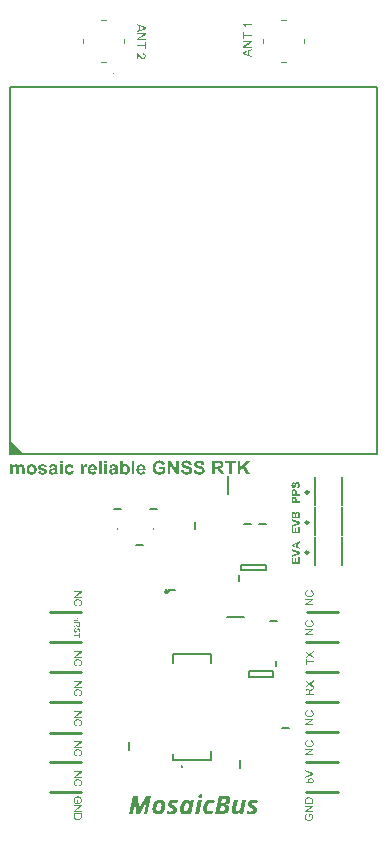
<source format=gbr>
%TF.GenerationSoftware,Altium Limited,Altium Designer,23.7.1 (13)*%
G04 Layer_Color=65535*
%FSLAX45Y45*%
%MOMM*%
%TF.SameCoordinates,13906D11-38DA-49B6-AFB5-B3B90C62E25A*%
%TF.FilePolarity,Positive*%
%TF.FileFunction,Legend,Top*%
%TF.Part,Single*%
G01*
G75*
%TA.AperFunction,NonConductor*%
%ADD48C,0.25000*%
%ADD49C,0.10000*%
%ADD50C,0.20000*%
%ADD51C,0.25400*%
G36*
X7593000Y6017600D02*
X7693000Y5917600D01*
X7593000D01*
Y6017600D01*
D02*
G37*
G36*
X9206725Y3031929D02*
X9208391Y3031652D01*
X9212277Y3030819D01*
X9213943Y3029708D01*
X9215609Y3028598D01*
X9215887Y3028320D01*
X9216164Y3028043D01*
X9216997Y3027210D01*
X9217830Y3026099D01*
X9218385Y3024711D01*
X9219218Y3023323D01*
X9219496Y3021380D01*
X9219773Y3019159D01*
Y3018881D01*
Y3017771D01*
X9219496Y3016105D01*
X9219218Y3014162D01*
X9218663Y3011941D01*
X9217830Y3009720D01*
X9216719Y3007499D01*
X9215054Y3005278D01*
X9214776Y3005000D01*
X9214221Y3004445D01*
X9213110Y3003612D01*
X9211445Y3002779D01*
X9209501Y3001669D01*
X9207003Y3000836D01*
X9203949Y3000281D01*
X9200617Y3000003D01*
X9199229D01*
X9198119Y3000281D01*
X9195343Y3000836D01*
X9192566Y3001669D01*
X9189512Y3003334D01*
X9186736Y3005555D01*
X9185626Y3006943D01*
X9185071Y3008887D01*
X9184515Y3010830D01*
X9184238Y3013051D01*
Y3013606D01*
Y3014717D01*
X9184515Y3016383D01*
X9184793Y3018326D01*
X9185348Y3020547D01*
X9186459Y3023046D01*
X9187569Y3025266D01*
X9189235Y3027210D01*
X9189512Y3027487D01*
X9190345Y3028043D01*
X9191456Y3028876D01*
X9193122Y3029708D01*
X9195065Y3030541D01*
X9197564Y3031374D01*
X9200617Y3031929D01*
X9203949Y3032207D01*
X9205337D01*
X9206725Y3031929D01*
D02*
G37*
G36*
X9293343Y2986955D02*
X9295286D01*
X9300006Y2986399D01*
X9305558Y2985289D01*
X9311389Y2983901D01*
X9317496Y2981957D01*
X9323604Y2979459D01*
X9313610Y2954751D01*
X9313332D01*
X9312499Y2955306D01*
X9311389Y2955583D01*
X9310000Y2956139D01*
X9306391Y2957804D01*
X9302227Y2959192D01*
X9301949D01*
X9301394Y2959470D01*
X9300006Y2959748D01*
X9298618Y2960303D01*
X9296675Y2960581D01*
X9294454Y2960858D01*
X9289456Y2961136D01*
X9287791D01*
X9286125Y2960858D01*
X9283904Y2960303D01*
X9281405Y2959470D01*
X9278629Y2958082D01*
X9275575Y2956416D01*
X9272799Y2954195D01*
X9272521Y2953918D01*
X9271689Y2952807D01*
X9270300Y2951419D01*
X9268635Y2949198D01*
X9266969Y2946422D01*
X9265026Y2943090D01*
X9263082Y2939481D01*
X9261417Y2935039D01*
X9261139Y2934484D01*
X9260861Y2933096D01*
X9260028Y2930597D01*
X9259473Y2927266D01*
X9258640Y2923379D01*
X9257807Y2919215D01*
X9257530Y2914218D01*
X9257252Y2909220D01*
Y2908665D01*
Y2907555D01*
X9257530Y2905611D01*
X9257807Y2903390D01*
X9258363Y2900892D01*
X9259473Y2898393D01*
X9260584Y2895895D01*
X9262249Y2893674D01*
X9262527Y2893396D01*
X9263082Y2892841D01*
X9264193Y2892008D01*
X9265859Y2891175D01*
X9267802Y2890342D01*
X9270023Y2889509D01*
X9272799Y2888954D01*
X9275853Y2888676D01*
X9277241D01*
X9278907Y2888954D01*
X9280850D01*
X9283071Y2889232D01*
X9285570Y2889787D01*
X9290845Y2891175D01*
X9291122D01*
X9292233Y2891730D01*
X9293621Y2892286D01*
X9295286Y2892841D01*
X9297507Y2893674D01*
X9300006Y2894784D01*
X9305558Y2897283D01*
Y2870909D01*
X9305281D01*
X9304726Y2870631D01*
X9303893Y2870076D01*
X9302782Y2869521D01*
X9301117Y2868965D01*
X9299451Y2868410D01*
X9295009Y2866744D01*
X9289456Y2865356D01*
X9283349Y2863968D01*
X9276408Y2862858D01*
X9269190Y2862580D01*
X9267247D01*
X9265581Y2862858D01*
X9263915D01*
X9261694Y2863135D01*
X9256975Y2863968D01*
X9251700Y2865356D01*
X9246147Y2867300D01*
X9240873Y2870076D01*
X9236153Y2873963D01*
X9235598Y2874518D01*
X9234210Y2876183D01*
X9232544Y2878682D01*
X9230323Y2882569D01*
X9228102Y2887011D01*
X9226436Y2892841D01*
X9225048Y2899226D01*
X9224493Y2906722D01*
Y2907000D01*
Y2907832D01*
Y2908943D01*
Y2910609D01*
X9224770Y2912552D01*
X9225048Y2915051D01*
Y2917549D01*
X9225603Y2920325D01*
X9226436Y2926711D01*
X9227824Y2933651D01*
X9229768Y2940869D01*
X9232544Y2948088D01*
Y2948365D01*
X9232822Y2948920D01*
X9233377Y2949753D01*
X9233932Y2951141D01*
X9234765Y2952807D01*
X9235875Y2954473D01*
X9238374Y2958637D01*
X9241705Y2963357D01*
X9245315Y2968076D01*
X9250034Y2972796D01*
X9255031Y2976960D01*
X9255309D01*
X9255587Y2977516D01*
X9256419Y2977793D01*
X9257530Y2978626D01*
X9258918Y2979459D01*
X9260584Y2980292D01*
X9264748Y2982235D01*
X9269745Y2983901D01*
X9275298Y2985567D01*
X9281683Y2986677D01*
X9288346Y2987232D01*
X9291677D01*
X9293343Y2986955D01*
D02*
G37*
G36*
X9655085D02*
X9657028D01*
X9659249Y2986677D01*
X9661748Y2986399D01*
X9664524Y2985844D01*
X9670631Y2984734D01*
X9677017Y2982790D01*
X9683957Y2980292D01*
X9690620Y2976960D01*
X9680071Y2953640D01*
X9679793D01*
X9679515Y2953918D01*
X9678682Y2954473D01*
X9677572Y2955028D01*
X9674518Y2956416D01*
X9670909Y2958360D01*
X9666467Y2960025D01*
X9662025Y2961413D01*
X9657028Y2962524D01*
X9652308Y2962802D01*
X9650087D01*
X9648699Y2962524D01*
X9645645Y2961691D01*
X9642314Y2960025D01*
X9642036D01*
X9641759Y2959470D01*
X9640371Y2958082D01*
X9638983Y2955861D01*
X9638705Y2954473D01*
X9638427Y2952807D01*
Y2952530D01*
Y2951974D01*
X9638705Y2951141D01*
X9638983Y2950309D01*
X9639815Y2947810D01*
X9640648Y2946422D01*
X9641759Y2945311D01*
X9642036D01*
X9642592Y2944756D01*
X9643424Y2944201D01*
X9644813Y2943090D01*
X9646478Y2941980D01*
X9648699Y2940592D01*
X9651475Y2938926D01*
X9654807Y2937260D01*
X9655085D01*
X9655362Y2936983D01*
X9657028Y2936150D01*
X9659249Y2934762D01*
X9662303Y2932818D01*
X9665357Y2930875D01*
X9668410Y2928376D01*
X9671464Y2925600D01*
X9673963Y2922546D01*
X9674240Y2922269D01*
X9674796Y2921158D01*
X9675906Y2919493D01*
X9677017Y2917272D01*
X9678127Y2914495D01*
X9679238Y2911441D01*
X9679793Y2907832D01*
X9680071Y2904223D01*
Y2903946D01*
Y2903390D01*
Y2902280D01*
X9679793Y2900892D01*
Y2899226D01*
X9679238Y2897283D01*
X9678405Y2892841D01*
X9676739Y2887844D01*
X9674240Y2882569D01*
X9672852Y2880070D01*
X9670909Y2877572D01*
X9668966Y2875351D01*
X9666467Y2873130D01*
X9666189D01*
X9665912Y2872574D01*
X9665079Y2872297D01*
X9663968Y2871464D01*
X9662580Y2870631D01*
X9660915Y2869798D01*
X9658971Y2868965D01*
X9656750Y2867855D01*
X9654252Y2866744D01*
X9651475Y2865911D01*
X9645090Y2864246D01*
X9637594Y2863135D01*
X9629266Y2862580D01*
X9625101D01*
X9622603Y2862858D01*
X9619271D01*
X9615940Y2863413D01*
X9609277Y2864246D01*
X9608999D01*
X9607889Y2864523D01*
X9606223Y2864801D01*
X9604002Y2865356D01*
X9601504Y2866189D01*
X9598727Y2867022D01*
X9593175Y2869521D01*
Y2895895D01*
X9593452D01*
X9594008Y2895617D01*
X9594841Y2895062D01*
X9596229Y2894507D01*
X9597617Y2893674D01*
X9599560Y2892841D01*
X9603725Y2891175D01*
X9608999Y2889509D01*
X9614829Y2887844D01*
X9621215Y2886733D01*
X9627600Y2886455D01*
X9628988D01*
X9630654Y2886733D01*
X9632597Y2887011D01*
X9637039Y2887844D01*
X9639260Y2888676D01*
X9641481Y2889787D01*
X9641759Y2890065D01*
X9642314Y2890342D01*
X9643147Y2891175D01*
X9644257Y2892286D01*
X9645368Y2893674D01*
X9646201Y2895339D01*
X9646756Y2897283D01*
X9647034Y2899504D01*
Y2899781D01*
Y2900337D01*
X9646756Y2901169D01*
X9646478Y2902280D01*
X9645368Y2904779D01*
X9644535Y2906167D01*
X9643147Y2907555D01*
X9642869Y2907832D01*
X9642314Y2908388D01*
X9641481Y2909220D01*
X9639815Y2910331D01*
X9637872Y2911441D01*
X9635651Y2913107D01*
X9632597Y2915051D01*
X9628988Y2916994D01*
X9628433Y2917272D01*
X9627045Y2918382D01*
X9624546Y2919770D01*
X9622048Y2921436D01*
X9618994Y2923657D01*
X9615940Y2926155D01*
X9613164Y2928654D01*
X9610943Y2931430D01*
X9610665Y2931708D01*
X9610110Y2932818D01*
X9609277Y2934206D01*
X9608444Y2936427D01*
X9607334Y2938926D01*
X9606501Y2941980D01*
X9605945Y2945034D01*
X9605668Y2948643D01*
Y2948920D01*
Y2949476D01*
Y2950309D01*
X9605945Y2951697D01*
X9606223Y2955028D01*
X9607056Y2959192D01*
X9608722Y2963634D01*
X9610665Y2968354D01*
X9613719Y2972796D01*
X9615385Y2975017D01*
X9617606Y2976960D01*
X9617883D01*
X9618161Y2977516D01*
X9619827Y2978626D01*
X9622603Y2980292D01*
X9626212Y2982235D01*
X9631209Y2983901D01*
X9637039Y2985567D01*
X9643702Y2986677D01*
X9651475Y2987232D01*
X9653696D01*
X9655085Y2986955D01*
D02*
G37*
G36*
X8979075D02*
X8981018D01*
X8983239Y2986677D01*
X8985738Y2986399D01*
X8988514Y2985844D01*
X8994622Y2984734D01*
X9001007Y2982790D01*
X9007948Y2980292D01*
X9014611Y2976960D01*
X9004061Y2953640D01*
X9003783D01*
X9003506Y2953918D01*
X9002673Y2954473D01*
X9001562Y2955028D01*
X8998509Y2956416D01*
X8994899Y2958360D01*
X8990458Y2960025D01*
X8986016Y2961413D01*
X8981018Y2962524D01*
X8976299Y2962802D01*
X8974078D01*
X8972690Y2962524D01*
X8969636Y2961691D01*
X8966304Y2960025D01*
X8966027D01*
X8965749Y2959470D01*
X8964361Y2958082D01*
X8962973Y2955861D01*
X8962695Y2954473D01*
X8962418Y2952807D01*
Y2952530D01*
Y2951974D01*
X8962695Y2951141D01*
X8962973Y2950309D01*
X8963806Y2947810D01*
X8964639Y2946422D01*
X8965749Y2945311D01*
X8966027D01*
X8966582Y2944756D01*
X8967415Y2944201D01*
X8968803Y2943090D01*
X8970469Y2941980D01*
X8972690Y2940592D01*
X8975466Y2938926D01*
X8978797Y2937260D01*
X8979075D01*
X8979353Y2936983D01*
X8981018Y2936150D01*
X8983239Y2934762D01*
X8986293Y2932818D01*
X8989347Y2930875D01*
X8992401Y2928376D01*
X8995455Y2925600D01*
X8997953Y2922546D01*
X8998231Y2922269D01*
X8998786Y2921158D01*
X8999897Y2919493D01*
X9001007Y2917272D01*
X9002118Y2914495D01*
X9003228Y2911441D01*
X9003783Y2907832D01*
X9004061Y2904223D01*
Y2903946D01*
Y2903390D01*
Y2902280D01*
X9003783Y2900892D01*
Y2899226D01*
X9003228Y2897283D01*
X9002395Y2892841D01*
X9000730Y2887844D01*
X8998231Y2882569D01*
X8996843Y2880070D01*
X8994899Y2877572D01*
X8992956Y2875351D01*
X8990458Y2873130D01*
X8990180D01*
X8989902Y2872574D01*
X8989069Y2872297D01*
X8987959Y2871464D01*
X8986571Y2870631D01*
X8984905Y2869798D01*
X8982962Y2868965D01*
X8980741Y2867855D01*
X8978242Y2866744D01*
X8975466Y2865911D01*
X8969081Y2864246D01*
X8961585Y2863135D01*
X8953256Y2862580D01*
X8949092D01*
X8946593Y2862858D01*
X8943262D01*
X8939930Y2863413D01*
X8933267Y2864246D01*
X8932990D01*
X8931879Y2864523D01*
X8930214Y2864801D01*
X8927993Y2865356D01*
X8925494Y2866189D01*
X8922718Y2867022D01*
X8917165Y2869521D01*
Y2895895D01*
X8917443D01*
X8917998Y2895617D01*
X8918831Y2895062D01*
X8920219Y2894507D01*
X8921607Y2893674D01*
X8923551Y2892841D01*
X8927715Y2891175D01*
X8932990Y2889509D01*
X8938820Y2887844D01*
X8945205Y2886733D01*
X8951590Y2886455D01*
X8952979D01*
X8954644Y2886733D01*
X8956588Y2887011D01*
X8961030Y2887844D01*
X8963251Y2888676D01*
X8965472Y2889787D01*
X8965749Y2890065D01*
X8966304Y2890342D01*
X8967137Y2891175D01*
X8968248Y2892286D01*
X8969358Y2893674D01*
X8970191Y2895339D01*
X8970746Y2897283D01*
X8971024Y2899504D01*
Y2899781D01*
Y2900337D01*
X8970746Y2901169D01*
X8970469Y2902280D01*
X8969358Y2904779D01*
X8968525Y2906167D01*
X8967137Y2907555D01*
X8966860Y2907832D01*
X8966304Y2908388D01*
X8965472Y2909220D01*
X8963806Y2910331D01*
X8961862Y2911441D01*
X8959641Y2913107D01*
X8956588Y2915051D01*
X8952979Y2916994D01*
X8952423Y2917272D01*
X8951035Y2918382D01*
X8948537Y2919770D01*
X8946038Y2921436D01*
X8942984Y2923657D01*
X8939930Y2926155D01*
X8937154Y2928654D01*
X8934933Y2931430D01*
X8934655Y2931708D01*
X8934100Y2932818D01*
X8933267Y2934206D01*
X8932435Y2936427D01*
X8931324Y2938926D01*
X8930491Y2941980D01*
X8929936Y2945034D01*
X8929658Y2948643D01*
Y2948920D01*
Y2949476D01*
Y2950309D01*
X8929936Y2951697D01*
X8930214Y2955028D01*
X8931046Y2959192D01*
X8932712Y2963634D01*
X8934655Y2968354D01*
X8937709Y2972796D01*
X8939375Y2975017D01*
X8941596Y2976960D01*
X8941874D01*
X8942151Y2977516D01*
X8943817Y2978626D01*
X8946593Y2980292D01*
X8950202Y2982235D01*
X8955200Y2983901D01*
X8961030Y2985567D01*
X8967693Y2986677D01*
X8975466Y2987232D01*
X8977687D01*
X8979075Y2986955D01*
D02*
G37*
G36*
X8753646Y2864801D02*
X8723663D01*
X8739210Y2938926D01*
Y2939204D01*
X8739487Y2940037D01*
X8739765Y2941425D01*
X8740320Y2943368D01*
X8740875Y2945867D01*
X8741431Y2948365D01*
X8741986Y2951419D01*
X8742819Y2954751D01*
X8744484Y2962246D01*
X8746428Y2970297D01*
X8748649Y2978348D01*
X8750592Y2986399D01*
X8750037D01*
X8688960Y2864801D01*
X8658699D01*
X8652036Y2986399D01*
X8651759D01*
Y2985844D01*
X8651481Y2984734D01*
X8651203Y2982513D01*
X8650648Y2979736D01*
X8650093Y2976127D01*
X8649260Y2971963D01*
X8648427Y2966966D01*
X8647317Y2961413D01*
Y2961136D01*
X8647039Y2960581D01*
Y2959470D01*
X8646761Y2957804D01*
X8646206Y2955306D01*
X8645651Y2952252D01*
X8644818Y2948365D01*
X8643708Y2943646D01*
X8642597Y2937816D01*
X8641209Y2931153D01*
X8640654Y2927266D01*
X8639821Y2923379D01*
X8638710Y2918937D01*
X8637878Y2914218D01*
X8636767Y2909220D01*
X8635657Y2903946D01*
X8634546Y2898393D01*
X8633436Y2892286D01*
X8632048Y2885900D01*
X8630659Y2879237D01*
X8629271Y2872297D01*
X8627606Y2864801D01*
X8597900D01*
X8631215Y3021935D01*
X8674524D01*
X8681742Y2904223D01*
X8682297D01*
X8741431Y3021935D01*
X8786961D01*
X8753646Y2864801D01*
D02*
G37*
G36*
X9561526D02*
X9536818D01*
X9539039Y2886733D01*
X9538483D01*
X9538206Y2886455D01*
X9537650Y2885623D01*
X9536818Y2884512D01*
X9535707Y2882846D01*
X9534319Y2881181D01*
X9532376Y2879237D01*
X9530155Y2877016D01*
X9527934Y2874795D01*
X9522381Y2870353D01*
X9519050Y2868132D01*
X9515718Y2866467D01*
X9512109Y2864801D01*
X9508500Y2863690D01*
X9504336Y2862858D01*
X9500171Y2862580D01*
X9498783D01*
X9497673Y2862858D01*
X9495174Y2863135D01*
X9491843Y2863690D01*
X9488234Y2864801D01*
X9484347Y2866189D01*
X9480738Y2868410D01*
X9477406Y2871186D01*
X9477129Y2871742D01*
X9476296Y2872852D01*
X9474908Y2874795D01*
X9473520Y2877849D01*
X9472132Y2881458D01*
X9470744Y2885900D01*
X9469911Y2891175D01*
X9469633Y2897005D01*
Y2897560D01*
Y2898671D01*
X9469911Y2900892D01*
Y2903668D01*
X9470188Y2907000D01*
X9470744Y2910886D01*
X9471576Y2915051D01*
X9472409Y2919770D01*
X9486013Y2985011D01*
X9518495D01*
X9503503Y2914495D01*
Y2914218D01*
X9503225Y2913385D01*
X9502948Y2911997D01*
X9502670Y2910331D01*
X9502115Y2906167D01*
X9501837Y2901725D01*
Y2901169D01*
X9502115Y2899781D01*
X9502392Y2897560D01*
X9503225Y2895339D01*
X9504613Y2892841D01*
X9506834Y2890620D01*
X9509611Y2889232D01*
X9511554Y2888954D01*
X9513497Y2888676D01*
X9514053D01*
X9515163Y2888954D01*
X9517106Y2889232D01*
X9519605Y2890342D01*
X9522381Y2891730D01*
X9525435Y2893951D01*
X9528489Y2897005D01*
X9530155Y2898671D01*
X9531543Y2900892D01*
Y2901169D01*
X9531820Y2901447D01*
X9532376Y2902280D01*
X9532931Y2903113D01*
X9534319Y2905889D01*
X9536262Y2909776D01*
X9538206Y2914495D01*
X9540149Y2920325D01*
X9542370Y2927266D01*
X9544036Y2935039D01*
X9554585Y2985011D01*
X9587067D01*
X9561526Y2864801D01*
D02*
G37*
G36*
X9412165Y3021657D02*
X9414386Y3021380D01*
X9419939Y3020825D01*
X9425769Y3019714D01*
X9431876Y3018326D01*
X9437707Y3016105D01*
X9440483Y3014717D01*
X9442981Y3013051D01*
X9443259D01*
X9443537Y3012774D01*
X9444925Y3011385D01*
X9447146Y3009442D01*
X9449367Y3006388D01*
X9451588Y3002779D01*
X9453809Y2998337D01*
X9455197Y2993062D01*
X9455752Y2990008D01*
Y2986955D01*
Y2986677D01*
Y2986122D01*
Y2985289D01*
Y2984178D01*
X9455197Y2981402D01*
X9454641Y2977516D01*
X9453531Y2973351D01*
X9452143Y2968909D01*
X9449922Y2964467D01*
X9446868Y2960303D01*
X9446590Y2959748D01*
X9445202Y2958637D01*
X9443259Y2956694D01*
X9440483Y2954751D01*
X9436874Y2952252D01*
X9432432Y2950031D01*
X9427157Y2948088D01*
X9421327Y2946422D01*
Y2945867D01*
X9421882D01*
X9422993Y2945311D01*
X9425214Y2944478D01*
X9427435Y2943646D01*
X9430211Y2941980D01*
X9433265Y2940314D01*
X9436041Y2938093D01*
X9438539Y2935317D01*
X9438817Y2935039D01*
X9439650Y2933929D01*
X9440483Y2932263D01*
X9441871Y2930042D01*
X9442981Y2927266D01*
X9443814Y2923934D01*
X9444647Y2920048D01*
X9444925Y2915883D01*
Y2915606D01*
Y2914773D01*
Y2913662D01*
X9444647Y2911997D01*
X9444369Y2909776D01*
X9444092Y2907555D01*
X9442981Y2902002D01*
X9441038Y2895895D01*
X9439650Y2892841D01*
X9437984Y2889787D01*
X9436041Y2886455D01*
X9434097Y2883679D01*
X9431321Y2880625D01*
X9428545Y2878127D01*
X9428267Y2877849D01*
X9427712Y2877572D01*
X9426879Y2877016D01*
X9425491Y2876183D01*
X9423825Y2875073D01*
X9421882Y2873963D01*
X9419383Y2872852D01*
X9416607Y2871464D01*
X9413553Y2870353D01*
X9410222Y2868965D01*
X9406613Y2867855D01*
X9402449Y2867022D01*
X9398007Y2865911D01*
X9393287Y2865356D01*
X9388290Y2865079D01*
X9383015Y2864801D01*
X9326935D01*
X9360250Y3021935D01*
X9409944D01*
X9412165Y3021657D01*
D02*
G37*
G36*
X9185903Y2864801D02*
X9153699D01*
X9179240Y2985011D01*
X9211445D01*
X9185903Y2864801D01*
D02*
G37*
G36*
X9087903Y2986955D02*
X9090401Y2986677D01*
X9093178Y2986122D01*
X9096231Y2985289D01*
X9099285Y2984178D01*
X9102062Y2982513D01*
X9102339Y2982235D01*
X9103450Y2981680D01*
X9104838Y2980569D01*
X9106504Y2979181D01*
X9108447Y2977516D01*
X9110390Y2975017D01*
X9112334Y2972518D01*
X9113999Y2969464D01*
X9114832D01*
X9120940Y2985011D01*
X9145926D01*
X9120385Y2864801D01*
X9095676D01*
X9097342Y2880348D01*
X9096787D01*
X9096509Y2880070D01*
X9096231Y2879515D01*
X9095399Y2878682D01*
X9094288Y2877572D01*
X9092900Y2876183D01*
X9091234Y2874795D01*
X9087070Y2871464D01*
X9082073Y2868132D01*
X9076243Y2865356D01*
X9073189Y2864246D01*
X9069857Y2863413D01*
X9066248Y2862858D01*
X9062639Y2862580D01*
X9061251D01*
X9060141Y2862858D01*
X9057087Y2863135D01*
X9053478Y2863968D01*
X9049591Y2865356D01*
X9045427Y2867300D01*
X9041262Y2870076D01*
X9037653Y2873963D01*
X9037376Y2874518D01*
X9036265Y2876183D01*
X9034877Y2878682D01*
X9033211Y2882291D01*
X9031268Y2886733D01*
X9029880Y2892286D01*
X9028769Y2898671D01*
X9028492Y2905889D01*
Y2906167D01*
Y2906722D01*
Y2908110D01*
Y2909498D01*
X9028769Y2911441D01*
X9029047Y2913662D01*
Y2916161D01*
X9029602Y2918937D01*
X9030435Y2925323D01*
X9031823Y2931986D01*
X9033767Y2939204D01*
X9036265Y2946422D01*
Y2946699D01*
X9036543Y2947255D01*
X9037098Y2948365D01*
X9037653Y2949753D01*
X9038486Y2951141D01*
X9039319Y2953085D01*
X9041818Y2957527D01*
X9044594Y2962246D01*
X9048203Y2967243D01*
X9052090Y2971963D01*
X9056532Y2976405D01*
X9056809D01*
X9057087Y2976960D01*
X9058753Y2978071D01*
X9061251Y2979736D01*
X9064860Y2981957D01*
X9069025Y2983901D01*
X9073744Y2985567D01*
X9078741Y2986677D01*
X9084294Y2987232D01*
X9085959D01*
X9087903Y2986955D01*
D02*
G37*
G36*
X8863029D02*
X8864695D01*
X8866638Y2986677D01*
X8871635Y2985567D01*
X8876910Y2984178D01*
X8882463Y2981957D01*
X8887737Y2978626D01*
X8890236Y2976683D01*
X8892735Y2974462D01*
X8893012Y2974184D01*
X8893290Y2973906D01*
X8893845Y2973074D01*
X8894678Y2972241D01*
X8895511Y2970853D01*
X8896621Y2969187D01*
X8899120Y2965300D01*
X8901341Y2960303D01*
X8903284Y2954195D01*
X8904672Y2947255D01*
X8905228Y2943646D01*
Y2939481D01*
Y2939204D01*
Y2938371D01*
Y2937260D01*
Y2935595D01*
X8904950Y2933651D01*
Y2931430D01*
X8904672Y2928654D01*
X8904395Y2925878D01*
X8903284Y2919770D01*
X8901896Y2912830D01*
X8899953Y2905889D01*
X8897454Y2899226D01*
Y2898948D01*
X8897177Y2898393D01*
X8896621Y2897560D01*
X8896066Y2896450D01*
X8894400Y2893118D01*
X8891902Y2889232D01*
X8888848Y2884790D01*
X8884961Y2880348D01*
X8880519Y2875906D01*
X8875522Y2872019D01*
X8875244D01*
X8874967Y2871742D01*
X8874134Y2871186D01*
X8873023Y2870631D01*
X8871635Y2869798D01*
X8869970Y2868965D01*
X8866083Y2867300D01*
X8861086Y2865634D01*
X8855256Y2863968D01*
X8848870Y2862858D01*
X8841652Y2862580D01*
X8839709D01*
X8838321Y2862858D01*
X8836377D01*
X8834434Y2863135D01*
X8829714Y2864246D01*
X8824440Y2865634D01*
X8818609Y2867855D01*
X8813057Y2870909D01*
X8810558Y2872852D01*
X8808060Y2875073D01*
Y2875351D01*
X8807505Y2875628D01*
X8806949Y2876461D01*
X8806116Y2877294D01*
X8804173Y2880348D01*
X8801952Y2883957D01*
X8799454Y2888954D01*
X8797510Y2894507D01*
X8796122Y2901169D01*
X8795844Y2904779D01*
X8795567Y2908665D01*
Y2908943D01*
Y2909776D01*
Y2910886D01*
Y2912552D01*
X8795844Y2914495D01*
X8796122Y2916994D01*
Y2919493D01*
X8796677Y2922546D01*
X8797510Y2928654D01*
X8798898Y2935595D01*
X8800842Y2942535D01*
X8803340Y2949476D01*
Y2949753D01*
X8803618Y2950309D01*
X8804173Y2951141D01*
X8804728Y2952530D01*
X8806672Y2955583D01*
X8809170Y2959748D01*
X8812224Y2964190D01*
X8816111Y2968909D01*
X8820553Y2973351D01*
X8825550Y2977238D01*
X8825828D01*
X8826105Y2977793D01*
X8826938Y2978071D01*
X8828049Y2978904D01*
X8829437Y2979459D01*
X8831102Y2980292D01*
X8835267Y2982235D01*
X8840264Y2984178D01*
X8845816Y2985567D01*
X8852479Y2986677D01*
X8859420Y2987232D01*
X8861363D01*
X8863029Y2986955D01*
D02*
G37*
G36*
X10121487Y3007200D02*
X10122271D01*
X10124134Y3007102D01*
X10126291Y3006808D01*
X10128546Y3006514D01*
X10130899Y3006023D01*
X10133252Y3005435D01*
X10133350D01*
X10133546Y3005337D01*
X10133841Y3005239D01*
X10134233Y3005141D01*
X10135311Y3004749D01*
X10136684Y3004161D01*
X10138253Y3003572D01*
X10139821Y3002788D01*
X10141488Y3001808D01*
X10143057Y3000827D01*
X10143253Y3000729D01*
X10143743Y3000337D01*
X10144429Y2999749D01*
X10145312Y2998964D01*
X10146292Y2998082D01*
X10147273Y2997003D01*
X10148351Y2995925D01*
X10149233Y2994650D01*
X10149331Y2994454D01*
X10149626Y2994062D01*
X10150018Y2993376D01*
X10150508Y2992395D01*
X10151096Y2991219D01*
X10151587Y2989846D01*
X10152175Y2988277D01*
X10152665Y2986513D01*
Y2986317D01*
X10152763Y2986022D01*
X10152861Y2985728D01*
X10152959Y2984748D01*
X10153155Y2983375D01*
X10153351Y2981807D01*
X10153547Y2979944D01*
X10153645Y2977885D01*
X10153743Y2975630D01*
Y2951217D01*
X10085897D01*
Y2977297D01*
X10085995Y2979061D01*
X10086093Y2981022D01*
X10086289Y2982983D01*
X10086583Y2984944D01*
X10086877Y2986611D01*
Y2986709D01*
X10086976Y2986905D01*
Y2987199D01*
X10087172Y2987591D01*
X10087466Y2988670D01*
X10087956Y2990042D01*
X10088642Y2991611D01*
X10089525Y2993278D01*
X10090505Y2994944D01*
X10091780Y2996513D01*
X10091878Y2996611D01*
X10091976Y2996709D01*
X10092270Y2997003D01*
X10092564Y2997396D01*
X10093544Y2998376D01*
X10094917Y2999553D01*
X10096584Y3000827D01*
X10098545Y3002200D01*
X10100800Y3003474D01*
X10103349Y3004553D01*
X10103447D01*
X10103643Y3004651D01*
X10104035Y3004847D01*
X10104623Y3004945D01*
X10105310Y3005239D01*
X10106094Y3005435D01*
X10106976Y3005631D01*
X10108055Y3005925D01*
X10109133Y3006220D01*
X10110408Y3006416D01*
X10113153Y3006906D01*
X10116193Y3007200D01*
X10119526Y3007298D01*
X10119624D01*
X10119820D01*
X10120310D01*
X10120801D01*
X10121487Y3007200D01*
D02*
G37*
G36*
X10153743Y2926804D02*
X10100506Y2891312D01*
X10153743D01*
Y2882684D01*
X10085897D01*
Y2891900D01*
X10139233Y2927490D01*
X10085897D01*
Y2936118D01*
X10153743D01*
Y2926804D01*
D02*
G37*
G36*
X10144429Y2869448D02*
X10144527Y2869252D01*
X10144821Y2868860D01*
X10145214Y2868370D01*
X10145606Y2867781D01*
X10146096Y2867095D01*
X10146684Y2866213D01*
X10147273Y2865330D01*
X10148547Y2863271D01*
X10149920Y2860918D01*
X10151194Y2858467D01*
X10152273Y2855820D01*
Y2855722D01*
X10152371Y2855526D01*
X10152469Y2855134D01*
X10152665Y2854644D01*
X10152861Y2853957D01*
X10153155Y2853173D01*
X10153351Y2852290D01*
X10153547Y2851408D01*
X10154038Y2849251D01*
X10154528Y2846800D01*
X10154822Y2844153D01*
X10154920Y2841408D01*
Y2840427D01*
X10154822Y2839741D01*
Y2838858D01*
X10154724Y2837780D01*
X10154528Y2836603D01*
X10154430Y2835329D01*
X10153842Y2832486D01*
X10153155Y2829446D01*
X10152077Y2826309D01*
X10151488Y2824740D01*
X10150704Y2823171D01*
X10150606Y2823073D01*
X10150508Y2822779D01*
X10150214Y2822387D01*
X10149920Y2821799D01*
X10149430Y2821112D01*
X10148939Y2820426D01*
X10147567Y2818563D01*
X10145802Y2816602D01*
X10143645Y2814544D01*
X10141194Y2812583D01*
X10138351Y2810818D01*
X10138253D01*
X10137958Y2810622D01*
X10137566Y2810426D01*
X10136880Y2810132D01*
X10136194Y2809837D01*
X10135213Y2809543D01*
X10134233Y2809151D01*
X10133056Y2808759D01*
X10131782Y2808367D01*
X10130311Y2807975D01*
X10128840Y2807680D01*
X10127272Y2807386D01*
X10123840Y2806896D01*
X10120212Y2806700D01*
X10120114D01*
X10119722D01*
X10119232D01*
X10118546Y2806798D01*
X10117663D01*
X10116585Y2806896D01*
X10115506Y2807092D01*
X10114232Y2807190D01*
X10112859Y2807484D01*
X10111388Y2807680D01*
X10108251Y2808465D01*
X10105016Y2809445D01*
X10101780Y2810818D01*
X10101682Y2810916D01*
X10101388Y2811014D01*
X10100996Y2811210D01*
X10100408Y2811602D01*
X10099623Y2811994D01*
X10098839Y2812485D01*
X10096976Y2813857D01*
X10094819Y2815524D01*
X10092760Y2817583D01*
X10090701Y2819936D01*
X10089819Y2821309D01*
X10088936Y2822681D01*
X10088838Y2822779D01*
X10088740Y2823073D01*
X10088544Y2823466D01*
X10088250Y2824054D01*
X10087956Y2824838D01*
X10087564Y2825721D01*
X10087172Y2826701D01*
X10086779Y2827878D01*
X10086387Y2829152D01*
X10086093Y2830525D01*
X10085701Y2831995D01*
X10085407Y2833564D01*
X10084917Y2836996D01*
X10084720Y2838760D01*
Y2841898D01*
X10084819Y2842486D01*
Y2843270D01*
X10085015Y2845133D01*
X10085309Y2847192D01*
X10085799Y2849349D01*
X10086387Y2851702D01*
X10087172Y2853957D01*
Y2854055D01*
X10087270Y2854251D01*
X10087368Y2854545D01*
X10087564Y2854938D01*
X10088152Y2856016D01*
X10088838Y2857389D01*
X10089819Y2858859D01*
X10090995Y2860428D01*
X10092270Y2861899D01*
X10093839Y2863271D01*
X10094035Y2863467D01*
X10094623Y2863860D01*
X10095505Y2864448D01*
X10096780Y2865232D01*
X10098349Y2866017D01*
X10100309Y2866899D01*
X10102466Y2867781D01*
X10104918Y2868468D01*
X10107075Y2860330D01*
X10106976D01*
X10106878Y2860232D01*
X10106584Y2860134D01*
X10106192Y2860036D01*
X10105310Y2859742D01*
X10104133Y2859350D01*
X10102761Y2858761D01*
X10101486Y2858075D01*
X10100113Y2857389D01*
X10098937Y2856506D01*
X10098839Y2856408D01*
X10098447Y2856114D01*
X10097956Y2855526D01*
X10097270Y2854840D01*
X10096486Y2853957D01*
X10095701Y2852781D01*
X10094917Y2851506D01*
X10094231Y2850035D01*
X10094133Y2849839D01*
X10093937Y2849349D01*
X10093642Y2848467D01*
X10093250Y2847290D01*
X10092956Y2845918D01*
X10092662Y2844349D01*
X10092466Y2842584D01*
X10092368Y2840721D01*
Y2839643D01*
X10092466Y2839153D01*
Y2838564D01*
X10092564Y2837094D01*
X10092858Y2835427D01*
X10093152Y2833564D01*
X10093642Y2831799D01*
X10094329Y2830034D01*
X10094427Y2829838D01*
X10094623Y2829250D01*
X10095113Y2828466D01*
X10095603Y2827485D01*
X10096388Y2826309D01*
X10097172Y2825034D01*
X10098153Y2823858D01*
X10099231Y2822779D01*
X10099329Y2822681D01*
X10099721Y2822289D01*
X10100408Y2821799D01*
X10101192Y2821211D01*
X10102172Y2820524D01*
X10103349Y2819838D01*
X10104623Y2819152D01*
X10105996Y2818465D01*
X10106094D01*
X10106290Y2818367D01*
X10106584Y2818269D01*
X10107075Y2818073D01*
X10107663Y2817877D01*
X10108349Y2817681D01*
X10109133Y2817387D01*
X10110016Y2817191D01*
X10112075Y2816700D01*
X10114428Y2816308D01*
X10116879Y2816014D01*
X10119624Y2815916D01*
X10119722D01*
X10120016D01*
X10120507D01*
X10121095Y2816014D01*
X10121879D01*
X10122860Y2816112D01*
X10123840Y2816210D01*
X10124919Y2816308D01*
X10127370Y2816700D01*
X10129919Y2817191D01*
X10132468Y2817975D01*
X10134919Y2818955D01*
X10135017D01*
X10135213Y2819152D01*
X10135507Y2819250D01*
X10135899Y2819544D01*
X10136978Y2820230D01*
X10138351Y2821309D01*
X10139821Y2822583D01*
X10141292Y2824152D01*
X10142664Y2826015D01*
X10143939Y2828074D01*
Y2828172D01*
X10144037Y2828368D01*
X10144233Y2828662D01*
X10144429Y2829152D01*
X10144625Y2829642D01*
X10144821Y2830329D01*
X10145410Y2831897D01*
X10145900Y2833858D01*
X10146390Y2836015D01*
X10146782Y2838368D01*
X10146880Y2840819D01*
Y2841800D01*
X10146782Y2842388D01*
Y2842976D01*
X10146586Y2844447D01*
X10146390Y2846212D01*
X10145998Y2848075D01*
X10145410Y2850133D01*
X10144723Y2852192D01*
Y2852290D01*
X10144625Y2852487D01*
X10144527Y2852683D01*
X10144331Y2853075D01*
X10143841Y2854153D01*
X10143253Y2855330D01*
X10142566Y2856702D01*
X10141782Y2858173D01*
X10140900Y2859546D01*
X10139919Y2860722D01*
X10127174D01*
Y2840721D01*
X10119134D01*
Y2869546D01*
X10144331D01*
X10144429Y2869448D01*
D02*
G37*
G36*
X10158823Y3209008D02*
Y3199596D01*
X10090977Y3173320D01*
Y3183124D01*
X10140293Y3200772D01*
X10140391D01*
X10140587Y3200870D01*
X10140881Y3200968D01*
X10141274Y3201165D01*
X10141862Y3201263D01*
X10142450Y3201459D01*
X10143921Y3201949D01*
X10145588Y3202537D01*
X10147450Y3203125D01*
X10151372Y3204302D01*
X10151274D01*
X10151078Y3204400D01*
X10150784Y3204498D01*
X10150392Y3204596D01*
X10149313Y3204890D01*
X10147843Y3205380D01*
X10146176Y3205871D01*
X10144313Y3206459D01*
X10142352Y3207145D01*
X10140293Y3207930D01*
X10090977Y3226362D01*
Y3235480D01*
X10158823Y3209008D01*
D02*
G37*
G36*
X10137450Y3169104D02*
X10138234Y3169006D01*
X10139117Y3168908D01*
X10140195Y3168712D01*
X10141274Y3168516D01*
X10143823Y3167928D01*
X10146470Y3166947D01*
X10147843Y3166359D01*
X10149117Y3165575D01*
X10150490Y3164790D01*
X10151764Y3163810D01*
X10151862Y3163712D01*
X10152156Y3163516D01*
X10152549Y3163123D01*
X10153039Y3162633D01*
X10153627Y3161947D01*
X10154411Y3161163D01*
X10155098Y3160182D01*
X10155882Y3159104D01*
X10156667Y3157927D01*
X10157353Y3156555D01*
X10158039Y3155084D01*
X10158725Y3153515D01*
X10159216Y3151848D01*
X10159608Y3149986D01*
X10159902Y3148025D01*
X10160000Y3145966D01*
Y3145083D01*
X10159902Y3144397D01*
X10159804Y3143613D01*
X10159706Y3142730D01*
X10159608Y3141652D01*
X10159314Y3140573D01*
X10158725Y3138122D01*
X10157843Y3135671D01*
X10157255Y3134397D01*
X10156568Y3133122D01*
X10155784Y3131945D01*
X10154902Y3130769D01*
X10154804Y3130671D01*
X10154706Y3130475D01*
X10154313Y3130279D01*
X10153921Y3129887D01*
X10153431Y3129396D01*
X10152843Y3128906D01*
X10152058Y3128318D01*
X10151176Y3127828D01*
X10150294Y3127239D01*
X10149215Y3126651D01*
X10146862Y3125573D01*
X10144117Y3124690D01*
X10142646Y3124396D01*
X10141078Y3124200D01*
X10140391Y3132926D01*
X10140489D01*
X10140685D01*
X10140979Y3133024D01*
X10141470Y3133122D01*
X10142548Y3133416D01*
X10144019Y3133808D01*
X10145489Y3134397D01*
X10147156Y3135181D01*
X10148627Y3136161D01*
X10150000Y3137338D01*
X10150098Y3137534D01*
X10150490Y3137926D01*
X10150980Y3138711D01*
X10151568Y3139789D01*
X10152156Y3140966D01*
X10152647Y3142436D01*
X10153039Y3144103D01*
X10153137Y3145966D01*
Y3146554D01*
X10153039Y3146946D01*
X10152941Y3148123D01*
X10152549Y3149495D01*
X10152058Y3151162D01*
X10151274Y3152829D01*
X10150098Y3154594D01*
X10149411Y3155378D01*
X10148627Y3156162D01*
X10148529Y3156260D01*
X10148431Y3156358D01*
X10148137Y3156555D01*
X10147843Y3156849D01*
X10146764Y3157535D01*
X10145391Y3158319D01*
X10143725Y3159006D01*
X10141666Y3159692D01*
X10139215Y3160182D01*
X10137940Y3160378D01*
X10136567D01*
X10136469D01*
X10136273D01*
X10135881D01*
X10135391Y3160280D01*
X10134803D01*
X10134116Y3160182D01*
X10132548Y3159888D01*
X10130685Y3159398D01*
X10128822Y3158711D01*
X10127057Y3157731D01*
X10125390Y3156358D01*
X10125292D01*
X10125194Y3156162D01*
X10124704Y3155672D01*
X10124018Y3154790D01*
X10123233Y3153613D01*
X10122547Y3152044D01*
X10121861Y3150280D01*
X10121371Y3148221D01*
X10121175Y3147044D01*
Y3145181D01*
X10121273Y3144397D01*
X10121371Y3143417D01*
X10121665Y3142240D01*
X10121959Y3141064D01*
X10122449Y3139789D01*
X10123037Y3138514D01*
X10123135Y3138416D01*
X10123332Y3138024D01*
X10123822Y3137436D01*
X10124312Y3136652D01*
X10124998Y3135867D01*
X10125881Y3135083D01*
X10126763Y3134200D01*
X10127842Y3133514D01*
X10126763Y3125671D01*
X10091859Y3132240D01*
Y3165967D01*
X10099801D01*
Y3138809D01*
X10118135Y3135181D01*
X10118037Y3135279D01*
X10117939Y3135475D01*
X10117743Y3135769D01*
X10117449Y3136259D01*
X10117155Y3136848D01*
X10116763Y3137534D01*
X10115978Y3139103D01*
X10115194Y3141064D01*
X10114508Y3143221D01*
X10114017Y3145574D01*
X10113821Y3146750D01*
Y3148907D01*
X10113919Y3149495D01*
X10114017Y3150280D01*
X10114115Y3151162D01*
X10114311Y3152143D01*
X10114606Y3153221D01*
X10115292Y3155574D01*
X10115782Y3156849D01*
X10116468Y3158123D01*
X10117155Y3159398D01*
X10117939Y3160672D01*
X10118920Y3161849D01*
X10119998Y3163025D01*
X10120096Y3163123D01*
X10120292Y3163320D01*
X10120586Y3163614D01*
X10121077Y3164006D01*
X10121763Y3164496D01*
X10122449Y3164986D01*
X10123332Y3165575D01*
X10124312Y3166163D01*
X10125390Y3166653D01*
X10126567Y3167241D01*
X10127940Y3167732D01*
X10129312Y3168222D01*
X10130783Y3168614D01*
X10132450Y3168908D01*
X10134116Y3169104D01*
X10135881Y3169202D01*
X10135979D01*
X10136273D01*
X10136764D01*
X10137450Y3169104D01*
D02*
G37*
G36*
X10137842Y3491290D02*
X10138430Y3491094D01*
X10139215Y3490800D01*
X10140097Y3490506D01*
X10141176Y3490114D01*
X10142352Y3489624D01*
X10143627Y3489035D01*
X10146372Y3487663D01*
X10149117Y3485898D01*
X10150490Y3484820D01*
X10151862Y3483741D01*
X10153039Y3482565D01*
X10154215Y3481192D01*
X10154313Y3481094D01*
X10154510Y3480898D01*
X10154706Y3480408D01*
X10155098Y3479917D01*
X10155588Y3479133D01*
X10156078Y3478349D01*
X10156568Y3477270D01*
X10157059Y3476192D01*
X10157647Y3474917D01*
X10158137Y3473544D01*
X10158627Y3472074D01*
X10159118Y3470505D01*
X10159510Y3468838D01*
X10159706Y3467074D01*
X10159902Y3465211D01*
X10160000Y3463250D01*
Y3462171D01*
X10159902Y3461387D01*
Y3460505D01*
X10159804Y3459426D01*
X10159608Y3458250D01*
X10159412Y3456877D01*
X10158922Y3454034D01*
X10158137Y3451092D01*
X10157059Y3448151D01*
X10156372Y3446778D01*
X10155588Y3445406D01*
X10155490Y3445308D01*
X10155392Y3445112D01*
X10155098Y3444720D01*
X10154706Y3444327D01*
X10154313Y3443739D01*
X10153725Y3443053D01*
X10153039Y3442268D01*
X10152255Y3441484D01*
X10151372Y3440700D01*
X10150490Y3439817D01*
X10148235Y3438053D01*
X10145588Y3436386D01*
X10142646Y3434915D01*
X10142548D01*
X10142254Y3434719D01*
X10141764Y3434621D01*
X10141176Y3434327D01*
X10140391Y3434131D01*
X10139411Y3433837D01*
X10138332Y3433444D01*
X10137156Y3433150D01*
X10135881Y3432856D01*
X10134411Y3432464D01*
X10131371Y3431974D01*
X10127940Y3431582D01*
X10124410Y3431386D01*
X10124312D01*
X10123920D01*
X10123332D01*
X10122645Y3431484D01*
X10121665D01*
X10120684Y3431582D01*
X10119410Y3431680D01*
X10118135Y3431876D01*
X10115292Y3432366D01*
X10112155Y3433052D01*
X10109017Y3434033D01*
X10105978Y3435405D01*
X10105880Y3435503D01*
X10105586Y3435601D01*
X10105193Y3435798D01*
X10104703Y3436190D01*
X10104017Y3436582D01*
X10103233Y3437072D01*
X10101468Y3438347D01*
X10099507Y3440013D01*
X10097546Y3441974D01*
X10095585Y3444229D01*
X10093918Y3446877D01*
X10093820Y3446975D01*
X10093722Y3447269D01*
X10093526Y3447661D01*
X10093232Y3448151D01*
X10092938Y3448935D01*
X10092644Y3449720D01*
X10092252Y3450700D01*
X10091859Y3451779D01*
X10091467Y3452955D01*
X10091075Y3454230D01*
X10090487Y3456975D01*
X10089997Y3460112D01*
X10089800Y3463348D01*
Y3464328D01*
X10089899Y3465015D01*
X10089997Y3465897D01*
X10090095Y3466976D01*
X10090193Y3468054D01*
X10090487Y3469329D01*
X10091075Y3471976D01*
X10091957Y3474917D01*
X10092546Y3476388D01*
X10093232Y3477760D01*
X10094114Y3479133D01*
X10094997Y3480506D01*
X10095095Y3480604D01*
X10095193Y3480800D01*
X10095487Y3481192D01*
X10095977Y3481682D01*
X10096467Y3482172D01*
X10097154Y3482859D01*
X10097938Y3483545D01*
X10098722Y3484329D01*
X10099703Y3485114D01*
X10100879Y3485898D01*
X10102056Y3486780D01*
X10103331Y3487565D01*
X10104801Y3488251D01*
X10106272Y3489035D01*
X10107841Y3489624D01*
X10109605Y3490212D01*
X10111664Y3481388D01*
X10111566D01*
X10111370Y3481290D01*
X10110978Y3481094D01*
X10110488Y3480898D01*
X10109900Y3480702D01*
X10109115Y3480408D01*
X10107546Y3479623D01*
X10105782Y3478643D01*
X10104017Y3477466D01*
X10102350Y3475996D01*
X10100879Y3474427D01*
X10100683Y3474231D01*
X10100291Y3473643D01*
X10099801Y3472662D01*
X10099115Y3471388D01*
X10098526Y3469721D01*
X10097938Y3467858D01*
X10097546Y3465603D01*
X10097448Y3463152D01*
Y3462367D01*
X10097546Y3461877D01*
Y3461191D01*
X10097644Y3460407D01*
X10097938Y3458544D01*
X10098330Y3456485D01*
X10099017Y3454328D01*
X10099997Y3452073D01*
X10101272Y3450014D01*
Y3449916D01*
X10101468Y3449818D01*
X10101958Y3449132D01*
X10102742Y3448249D01*
X10103919Y3447171D01*
X10105389Y3445896D01*
X10107056Y3444720D01*
X10109115Y3443641D01*
X10111370Y3442661D01*
X10111468D01*
X10111664Y3442563D01*
X10111958Y3442465D01*
X10112449Y3442366D01*
X10113037Y3442170D01*
X10113723Y3441974D01*
X10115390Y3441680D01*
X10117351Y3441288D01*
X10119508Y3440896D01*
X10121861Y3440700D01*
X10124410Y3440602D01*
X10124508D01*
X10124802D01*
X10125292D01*
X10125881D01*
X10126567Y3440700D01*
X10127449D01*
X10128430Y3440798D01*
X10129508Y3440896D01*
X10131861Y3441190D01*
X10134411Y3441680D01*
X10136960Y3442268D01*
X10139509Y3443053D01*
X10139607D01*
X10139803Y3443151D01*
X10140097Y3443347D01*
X10140587Y3443543D01*
X10141764Y3444131D01*
X10143136Y3445014D01*
X10144705Y3446092D01*
X10146372Y3447465D01*
X10147843Y3449033D01*
X10149215Y3450896D01*
Y3450994D01*
X10149313Y3451190D01*
X10149509Y3451485D01*
X10149705Y3451877D01*
X10149901Y3452367D01*
X10150196Y3452955D01*
X10150784Y3454328D01*
X10151372Y3456093D01*
X10151862Y3458054D01*
X10152255Y3460211D01*
X10152353Y3462466D01*
Y3463152D01*
X10152255Y3463740D01*
Y3464426D01*
X10152156Y3465113D01*
X10151764Y3466877D01*
X10151274Y3468936D01*
X10150490Y3470995D01*
X10149411Y3473152D01*
X10148823Y3474231D01*
X10148039Y3475211D01*
X10147941Y3475309D01*
X10147843Y3475407D01*
X10147548Y3475701D01*
X10147254Y3476094D01*
X10146764Y3476486D01*
X10146176Y3476976D01*
X10145588Y3477564D01*
X10144803Y3478055D01*
X10143921Y3478643D01*
X10142940Y3479329D01*
X10141960Y3479917D01*
X10140783Y3480506D01*
X10139509Y3480996D01*
X10138136Y3481486D01*
X10136666Y3481976D01*
X10135097Y3482368D01*
X10137352Y3491388D01*
X10137450D01*
X10137842Y3491290D01*
D02*
G37*
G36*
X10158823Y3409620D02*
X10105586Y3374128D01*
X10158823D01*
Y3365500D01*
X10090977D01*
Y3374716D01*
X10144313Y3410306D01*
X10090977D01*
Y3418934D01*
X10158823D01*
Y3409620D01*
D02*
G37*
G36*
X10137842Y3745290D02*
X10138430Y3745094D01*
X10139215Y3744800D01*
X10140097Y3744506D01*
X10141176Y3744114D01*
X10142352Y3743624D01*
X10143627Y3743035D01*
X10146372Y3741663D01*
X10149117Y3739898D01*
X10150490Y3738820D01*
X10151862Y3737741D01*
X10153039Y3736565D01*
X10154215Y3735192D01*
X10154313Y3735094D01*
X10154510Y3734898D01*
X10154706Y3734408D01*
X10155098Y3733917D01*
X10155588Y3733133D01*
X10156078Y3732349D01*
X10156568Y3731270D01*
X10157059Y3730192D01*
X10157647Y3728917D01*
X10158137Y3727544D01*
X10158627Y3726074D01*
X10159118Y3724505D01*
X10159510Y3722838D01*
X10159706Y3721074D01*
X10159902Y3719211D01*
X10160000Y3717250D01*
Y3716171D01*
X10159902Y3715387D01*
Y3714505D01*
X10159804Y3713426D01*
X10159608Y3712250D01*
X10159412Y3710877D01*
X10158922Y3708034D01*
X10158137Y3705092D01*
X10157059Y3702151D01*
X10156372Y3700778D01*
X10155588Y3699406D01*
X10155490Y3699308D01*
X10155392Y3699112D01*
X10155098Y3698720D01*
X10154706Y3698327D01*
X10154313Y3697739D01*
X10153725Y3697053D01*
X10153039Y3696268D01*
X10152255Y3695484D01*
X10151372Y3694700D01*
X10150490Y3693817D01*
X10148235Y3692053D01*
X10145588Y3690386D01*
X10142646Y3688915D01*
X10142548D01*
X10142254Y3688719D01*
X10141764Y3688621D01*
X10141176Y3688327D01*
X10140391Y3688131D01*
X10139411Y3687837D01*
X10138332Y3687444D01*
X10137156Y3687150D01*
X10135881Y3686856D01*
X10134411Y3686464D01*
X10131371Y3685974D01*
X10127940Y3685582D01*
X10124410Y3685386D01*
X10124312D01*
X10123920D01*
X10123332D01*
X10122645Y3685484D01*
X10121665D01*
X10120684Y3685582D01*
X10119410Y3685680D01*
X10118135Y3685876D01*
X10115292Y3686366D01*
X10112155Y3687052D01*
X10109017Y3688033D01*
X10105978Y3689405D01*
X10105880Y3689503D01*
X10105586Y3689601D01*
X10105193Y3689798D01*
X10104703Y3690190D01*
X10104017Y3690582D01*
X10103233Y3691072D01*
X10101468Y3692347D01*
X10099507Y3694013D01*
X10097546Y3695974D01*
X10095585Y3698229D01*
X10093918Y3700877D01*
X10093820Y3700975D01*
X10093722Y3701269D01*
X10093526Y3701661D01*
X10093232Y3702151D01*
X10092938Y3702935D01*
X10092644Y3703720D01*
X10092252Y3704700D01*
X10091859Y3705779D01*
X10091467Y3706955D01*
X10091075Y3708230D01*
X10090487Y3710975D01*
X10089997Y3714112D01*
X10089800Y3717348D01*
Y3718328D01*
X10089899Y3719015D01*
X10089997Y3719897D01*
X10090095Y3720976D01*
X10090193Y3722054D01*
X10090487Y3723329D01*
X10091075Y3725976D01*
X10091957Y3728917D01*
X10092546Y3730388D01*
X10093232Y3731760D01*
X10094114Y3733133D01*
X10094997Y3734506D01*
X10095095Y3734604D01*
X10095193Y3734800D01*
X10095487Y3735192D01*
X10095977Y3735682D01*
X10096467Y3736172D01*
X10097154Y3736859D01*
X10097938Y3737545D01*
X10098722Y3738329D01*
X10099703Y3739114D01*
X10100879Y3739898D01*
X10102056Y3740780D01*
X10103331Y3741565D01*
X10104801Y3742251D01*
X10106272Y3743035D01*
X10107841Y3743624D01*
X10109605Y3744212D01*
X10111664Y3735388D01*
X10111566D01*
X10111370Y3735290D01*
X10110978Y3735094D01*
X10110488Y3734898D01*
X10109900Y3734702D01*
X10109115Y3734408D01*
X10107546Y3733623D01*
X10105782Y3732643D01*
X10104017Y3731466D01*
X10102350Y3729996D01*
X10100879Y3728427D01*
X10100683Y3728231D01*
X10100291Y3727643D01*
X10099801Y3726662D01*
X10099115Y3725388D01*
X10098526Y3723721D01*
X10097938Y3721858D01*
X10097546Y3719603D01*
X10097448Y3717152D01*
Y3716367D01*
X10097546Y3715877D01*
Y3715191D01*
X10097644Y3714407D01*
X10097938Y3712544D01*
X10098330Y3710485D01*
X10099017Y3708328D01*
X10099997Y3706073D01*
X10101272Y3704014D01*
Y3703916D01*
X10101468Y3703818D01*
X10101958Y3703132D01*
X10102742Y3702249D01*
X10103919Y3701171D01*
X10105389Y3699896D01*
X10107056Y3698720D01*
X10109115Y3697641D01*
X10111370Y3696661D01*
X10111468D01*
X10111664Y3696563D01*
X10111958Y3696465D01*
X10112449Y3696366D01*
X10113037Y3696170D01*
X10113723Y3695974D01*
X10115390Y3695680D01*
X10117351Y3695288D01*
X10119508Y3694896D01*
X10121861Y3694700D01*
X10124410Y3694602D01*
X10124508D01*
X10124802D01*
X10125292D01*
X10125881D01*
X10126567Y3694700D01*
X10127449D01*
X10128430Y3694798D01*
X10129508Y3694896D01*
X10131861Y3695190D01*
X10134411Y3695680D01*
X10136960Y3696268D01*
X10139509Y3697053D01*
X10139607D01*
X10139803Y3697151D01*
X10140097Y3697347D01*
X10140587Y3697543D01*
X10141764Y3698131D01*
X10143136Y3699014D01*
X10144705Y3700092D01*
X10146372Y3701465D01*
X10147843Y3703033D01*
X10149215Y3704896D01*
Y3704994D01*
X10149313Y3705190D01*
X10149509Y3705485D01*
X10149705Y3705877D01*
X10149901Y3706367D01*
X10150196Y3706955D01*
X10150784Y3708328D01*
X10151372Y3710093D01*
X10151862Y3712054D01*
X10152255Y3714211D01*
X10152353Y3716466D01*
Y3717152D01*
X10152255Y3717740D01*
Y3718426D01*
X10152156Y3719113D01*
X10151764Y3720877D01*
X10151274Y3722936D01*
X10150490Y3724995D01*
X10149411Y3727152D01*
X10148823Y3728231D01*
X10148039Y3729211D01*
X10147941Y3729309D01*
X10147843Y3729407D01*
X10147548Y3729701D01*
X10147254Y3730094D01*
X10146764Y3730486D01*
X10146176Y3730976D01*
X10145588Y3731564D01*
X10144803Y3732055D01*
X10143921Y3732643D01*
X10142940Y3733329D01*
X10141960Y3733917D01*
X10140783Y3734506D01*
X10139509Y3734996D01*
X10138136Y3735486D01*
X10136666Y3735976D01*
X10135097Y3736368D01*
X10137352Y3745388D01*
X10137450D01*
X10137842Y3745290D01*
D02*
G37*
G36*
X10158823Y3663620D02*
X10105586Y3628128D01*
X10158823D01*
Y3619500D01*
X10090977D01*
Y3628716D01*
X10144313Y3664306D01*
X10090977D01*
Y3672934D01*
X10158823D01*
Y3663620D01*
D02*
G37*
G36*
X10160000Y3985956D02*
X10135881Y3968799D01*
X10135783Y3968701D01*
X10135489Y3968505D01*
X10135097Y3968309D01*
X10134607Y3967916D01*
X10133234Y3967034D01*
X10131763Y3966054D01*
X10131861Y3965955D01*
X10132254Y3965661D01*
X10132842Y3965269D01*
X10133626Y3964779D01*
X10135195Y3963700D01*
X10135881Y3963210D01*
X10136469Y3962818D01*
X10160000Y3945660D01*
Y3934876D01*
X10124900Y3961053D01*
X10092154Y3937915D01*
Y3948602D01*
X10109605Y3960955D01*
X10109703D01*
X10109801Y3961151D01*
X10110096Y3961347D01*
X10110488Y3961642D01*
X10111468Y3962230D01*
X10112645Y3963112D01*
X10114017Y3963995D01*
X10115390Y3964877D01*
X10116665Y3965661D01*
X10117841Y3966348D01*
X10117645Y3966446D01*
X10117253Y3966740D01*
X10116468Y3967230D01*
X10115488Y3967916D01*
X10114410Y3968701D01*
X10113037Y3969681D01*
X10111664Y3970662D01*
X10110194Y3971838D01*
X10092154Y3985368D01*
Y3995173D01*
X10124410Y3971642D01*
X10160000Y3997035D01*
Y3985956D01*
D02*
G37*
G36*
Y3921934D02*
X10145882Y3913012D01*
X10145784D01*
X10145588Y3912816D01*
X10145293Y3912620D01*
X10144901Y3912325D01*
X10143823Y3911639D01*
X10142450Y3910757D01*
X10140979Y3909678D01*
X10139411Y3908600D01*
X10137940Y3907521D01*
X10136567Y3906541D01*
X10136469Y3906443D01*
X10136077Y3906149D01*
X10135489Y3905658D01*
X10134803Y3904972D01*
X10133332Y3903501D01*
X10132646Y3902717D01*
X10132057Y3901933D01*
X10131959Y3901835D01*
X10131861Y3901639D01*
X10131665Y3901246D01*
X10131371Y3900658D01*
X10131077Y3900070D01*
X10130783Y3899384D01*
X10130293Y3897815D01*
Y3897717D01*
X10130195Y3897521D01*
Y3897129D01*
X10130097Y3896638D01*
X10129999Y3895952D01*
Y3895168D01*
X10129900Y3894089D01*
Y3882520D01*
X10160000D01*
Y3873500D01*
X10092154D01*
Y3904972D01*
X10092252Y3905756D01*
Y3906639D01*
X10092350Y3908698D01*
X10092644Y3910855D01*
X10092938Y3913208D01*
X10093428Y3915365D01*
X10093722Y3916443D01*
X10094016Y3917326D01*
Y3917424D01*
X10094114Y3917522D01*
X10094409Y3918110D01*
X10094801Y3918992D01*
X10095487Y3920071D01*
X10096369Y3921247D01*
X10097546Y3922522D01*
X10098919Y3923699D01*
X10100487Y3924875D01*
X10100585D01*
X10100683Y3924973D01*
X10101272Y3925365D01*
X10102252Y3925757D01*
X10103527Y3926346D01*
X10104997Y3926836D01*
X10106762Y3927326D01*
X10108625Y3927620D01*
X10110684Y3927718D01*
X10110782D01*
X10110978D01*
X10111370D01*
X10111860Y3927620D01*
X10112547D01*
X10113233Y3927522D01*
X10114900Y3927130D01*
X10116861Y3926542D01*
X10118920Y3925757D01*
X10120978Y3924581D01*
X10121959Y3923797D01*
X10122939Y3923012D01*
X10123037Y3922914D01*
X10123135Y3922816D01*
X10123430Y3922522D01*
X10123724Y3922130D01*
X10124116Y3921640D01*
X10124508Y3921051D01*
X10124998Y3920267D01*
X10125587Y3919483D01*
X10126077Y3918502D01*
X10126567Y3917424D01*
X10127155Y3916247D01*
X10127645Y3914973D01*
X10128038Y3913502D01*
X10128528Y3912031D01*
X10128822Y3910365D01*
X10129116Y3908600D01*
X10129214Y3908796D01*
X10129410Y3909188D01*
X10129802Y3909776D01*
X10130195Y3910561D01*
X10131273Y3912325D01*
X10131959Y3913208D01*
X10132548Y3913992D01*
X10132744Y3914188D01*
X10133234Y3914678D01*
X10134018Y3915463D01*
X10134999Y3916443D01*
X10136371Y3917522D01*
X10137842Y3918796D01*
X10139607Y3920071D01*
X10141568Y3921444D01*
X10160000Y3933111D01*
Y3921934D01*
D02*
G37*
G36*
Y4234662D02*
X10135881Y4217504D01*
X10135783Y4217406D01*
X10135489Y4217210D01*
X10135097Y4217014D01*
X10134607Y4216622D01*
X10133234Y4215740D01*
X10131763Y4214759D01*
X10131861Y4214661D01*
X10132254Y4214367D01*
X10132842Y4213975D01*
X10133626Y4213485D01*
X10135195Y4212406D01*
X10135881Y4211916D01*
X10136469Y4211524D01*
X10160000Y4194366D01*
Y4183581D01*
X10124900Y4209759D01*
X10092154Y4186621D01*
Y4197307D01*
X10109605Y4209661D01*
X10109703D01*
X10109801Y4209857D01*
X10110096Y4210053D01*
X10110488Y4210347D01*
X10111468Y4210935D01*
X10112645Y4211818D01*
X10114017Y4212700D01*
X10115390Y4213583D01*
X10116665Y4214367D01*
X10117841Y4215053D01*
X10117645Y4215151D01*
X10117253Y4215445D01*
X10116468Y4215936D01*
X10115488Y4216622D01*
X10114410Y4217406D01*
X10113037Y4218387D01*
X10111664Y4219367D01*
X10110194Y4220544D01*
X10092154Y4234074D01*
Y4243878D01*
X10124410Y4220348D01*
X10160000Y4245741D01*
Y4234662D01*
D02*
G37*
G36*
X10100193Y4158874D02*
X10160000D01*
Y4149854D01*
X10100193D01*
Y4127500D01*
X10092154D01*
Y4181228D01*
X10100193D01*
Y4158874D01*
D02*
G37*
G36*
X10137842Y4507290D02*
X10138430Y4507094D01*
X10139215Y4506800D01*
X10140097Y4506506D01*
X10141176Y4506114D01*
X10142352Y4505624D01*
X10143627Y4505035D01*
X10146372Y4503663D01*
X10149117Y4501898D01*
X10150490Y4500820D01*
X10151862Y4499741D01*
X10153039Y4498565D01*
X10154215Y4497192D01*
X10154313Y4497094D01*
X10154510Y4496898D01*
X10154706Y4496408D01*
X10155098Y4495917D01*
X10155588Y4495133D01*
X10156078Y4494349D01*
X10156568Y4493270D01*
X10157059Y4492192D01*
X10157647Y4490917D01*
X10158137Y4489544D01*
X10158627Y4488074D01*
X10159118Y4486505D01*
X10159510Y4484838D01*
X10159706Y4483074D01*
X10159902Y4481211D01*
X10160000Y4479250D01*
Y4478171D01*
X10159902Y4477387D01*
Y4476505D01*
X10159804Y4475426D01*
X10159608Y4474250D01*
X10159412Y4472877D01*
X10158922Y4470034D01*
X10158137Y4467092D01*
X10157059Y4464151D01*
X10156372Y4462778D01*
X10155588Y4461406D01*
X10155490Y4461308D01*
X10155392Y4461112D01*
X10155098Y4460720D01*
X10154706Y4460327D01*
X10154313Y4459739D01*
X10153725Y4459053D01*
X10153039Y4458268D01*
X10152255Y4457484D01*
X10151372Y4456700D01*
X10150490Y4455817D01*
X10148235Y4454053D01*
X10145588Y4452386D01*
X10142646Y4450915D01*
X10142548D01*
X10142254Y4450719D01*
X10141764Y4450621D01*
X10141176Y4450327D01*
X10140391Y4450131D01*
X10139411Y4449837D01*
X10138332Y4449444D01*
X10137156Y4449150D01*
X10135881Y4448856D01*
X10134411Y4448464D01*
X10131371Y4447974D01*
X10127940Y4447582D01*
X10124410Y4447386D01*
X10124312D01*
X10123920D01*
X10123332D01*
X10122645Y4447484D01*
X10121665D01*
X10120684Y4447582D01*
X10119410Y4447680D01*
X10118135Y4447876D01*
X10115292Y4448366D01*
X10112155Y4449052D01*
X10109017Y4450033D01*
X10105978Y4451405D01*
X10105880Y4451503D01*
X10105586Y4451601D01*
X10105193Y4451798D01*
X10104703Y4452190D01*
X10104017Y4452582D01*
X10103233Y4453072D01*
X10101468Y4454347D01*
X10099507Y4456013D01*
X10097546Y4457974D01*
X10095585Y4460229D01*
X10093918Y4462877D01*
X10093820Y4462975D01*
X10093722Y4463269D01*
X10093526Y4463661D01*
X10093232Y4464151D01*
X10092938Y4464935D01*
X10092644Y4465720D01*
X10092252Y4466700D01*
X10091859Y4467779D01*
X10091467Y4468955D01*
X10091075Y4470230D01*
X10090487Y4472975D01*
X10089997Y4476112D01*
X10089800Y4479348D01*
Y4480328D01*
X10089899Y4481015D01*
X10089997Y4481897D01*
X10090095Y4482976D01*
X10090193Y4484054D01*
X10090487Y4485329D01*
X10091075Y4487976D01*
X10091957Y4490917D01*
X10092546Y4492388D01*
X10093232Y4493760D01*
X10094114Y4495133D01*
X10094997Y4496506D01*
X10095095Y4496604D01*
X10095193Y4496800D01*
X10095487Y4497192D01*
X10095977Y4497682D01*
X10096467Y4498172D01*
X10097154Y4498859D01*
X10097938Y4499545D01*
X10098722Y4500329D01*
X10099703Y4501114D01*
X10100879Y4501898D01*
X10102056Y4502780D01*
X10103331Y4503565D01*
X10104801Y4504251D01*
X10106272Y4505035D01*
X10107841Y4505624D01*
X10109605Y4506212D01*
X10111664Y4497388D01*
X10111566D01*
X10111370Y4497290D01*
X10110978Y4497094D01*
X10110488Y4496898D01*
X10109900Y4496702D01*
X10109115Y4496408D01*
X10107546Y4495623D01*
X10105782Y4494643D01*
X10104017Y4493466D01*
X10102350Y4491996D01*
X10100879Y4490427D01*
X10100683Y4490231D01*
X10100291Y4489643D01*
X10099801Y4488662D01*
X10099115Y4487388D01*
X10098526Y4485721D01*
X10097938Y4483858D01*
X10097546Y4481603D01*
X10097448Y4479152D01*
Y4478367D01*
X10097546Y4477877D01*
Y4477191D01*
X10097644Y4476407D01*
X10097938Y4474544D01*
X10098330Y4472485D01*
X10099017Y4470328D01*
X10099997Y4468073D01*
X10101272Y4466014D01*
Y4465916D01*
X10101468Y4465818D01*
X10101958Y4465132D01*
X10102742Y4464249D01*
X10103919Y4463171D01*
X10105389Y4461896D01*
X10107056Y4460720D01*
X10109115Y4459641D01*
X10111370Y4458661D01*
X10111468D01*
X10111664Y4458563D01*
X10111958Y4458465D01*
X10112449Y4458366D01*
X10113037Y4458170D01*
X10113723Y4457974D01*
X10115390Y4457680D01*
X10117351Y4457288D01*
X10119508Y4456896D01*
X10121861Y4456700D01*
X10124410Y4456602D01*
X10124508D01*
X10124802D01*
X10125292D01*
X10125881D01*
X10126567Y4456700D01*
X10127449D01*
X10128430Y4456798D01*
X10129508Y4456896D01*
X10131861Y4457190D01*
X10134411Y4457680D01*
X10136960Y4458268D01*
X10139509Y4459053D01*
X10139607D01*
X10139803Y4459151D01*
X10140097Y4459347D01*
X10140587Y4459543D01*
X10141764Y4460131D01*
X10143136Y4461014D01*
X10144705Y4462092D01*
X10146372Y4463465D01*
X10147843Y4465033D01*
X10149215Y4466896D01*
Y4466994D01*
X10149313Y4467190D01*
X10149509Y4467485D01*
X10149705Y4467877D01*
X10149901Y4468367D01*
X10150196Y4468955D01*
X10150784Y4470328D01*
X10151372Y4472093D01*
X10151862Y4474054D01*
X10152255Y4476211D01*
X10152353Y4478466D01*
Y4479152D01*
X10152255Y4479740D01*
Y4480426D01*
X10152156Y4481113D01*
X10151764Y4482877D01*
X10151274Y4484936D01*
X10150490Y4486995D01*
X10149411Y4489152D01*
X10148823Y4490231D01*
X10148039Y4491211D01*
X10147941Y4491309D01*
X10147843Y4491407D01*
X10147548Y4491701D01*
X10147254Y4492094D01*
X10146764Y4492486D01*
X10146176Y4492976D01*
X10145588Y4493564D01*
X10144803Y4494055D01*
X10143921Y4494643D01*
X10142940Y4495329D01*
X10141960Y4495917D01*
X10140783Y4496506D01*
X10139509Y4496996D01*
X10138136Y4497486D01*
X10136666Y4497976D01*
X10135097Y4498368D01*
X10137352Y4507388D01*
X10137450D01*
X10137842Y4507290D01*
D02*
G37*
G36*
X10158823Y4425620D02*
X10105586Y4390128D01*
X10158823D01*
Y4381500D01*
X10090977D01*
Y4390716D01*
X10144313Y4426306D01*
X10090977D01*
Y4434934D01*
X10158823D01*
Y4425620D01*
D02*
G37*
G36*
X10137842Y4761290D02*
X10138430Y4761094D01*
X10139215Y4760800D01*
X10140097Y4760506D01*
X10141176Y4760114D01*
X10142352Y4759624D01*
X10143627Y4759035D01*
X10146372Y4757663D01*
X10149117Y4755898D01*
X10150490Y4754820D01*
X10151862Y4753741D01*
X10153039Y4752565D01*
X10154215Y4751192D01*
X10154313Y4751094D01*
X10154510Y4750898D01*
X10154706Y4750408D01*
X10155098Y4749917D01*
X10155588Y4749133D01*
X10156078Y4748349D01*
X10156568Y4747270D01*
X10157059Y4746192D01*
X10157647Y4744917D01*
X10158137Y4743544D01*
X10158627Y4742074D01*
X10159118Y4740505D01*
X10159510Y4738838D01*
X10159706Y4737074D01*
X10159902Y4735211D01*
X10160000Y4733250D01*
Y4732171D01*
X10159902Y4731387D01*
Y4730505D01*
X10159804Y4729426D01*
X10159608Y4728250D01*
X10159412Y4726877D01*
X10158922Y4724034D01*
X10158137Y4721092D01*
X10157059Y4718151D01*
X10156372Y4716778D01*
X10155588Y4715406D01*
X10155490Y4715308D01*
X10155392Y4715112D01*
X10155098Y4714720D01*
X10154706Y4714327D01*
X10154313Y4713739D01*
X10153725Y4713053D01*
X10153039Y4712268D01*
X10152255Y4711484D01*
X10151372Y4710700D01*
X10150490Y4709817D01*
X10148235Y4708053D01*
X10145588Y4706386D01*
X10142646Y4704915D01*
X10142548D01*
X10142254Y4704719D01*
X10141764Y4704621D01*
X10141176Y4704327D01*
X10140391Y4704131D01*
X10139411Y4703837D01*
X10138332Y4703444D01*
X10137156Y4703150D01*
X10135881Y4702856D01*
X10134411Y4702464D01*
X10131371Y4701974D01*
X10127940Y4701582D01*
X10124410Y4701386D01*
X10124312D01*
X10123920D01*
X10123332D01*
X10122645Y4701484D01*
X10121665D01*
X10120684Y4701582D01*
X10119410Y4701680D01*
X10118135Y4701876D01*
X10115292Y4702366D01*
X10112155Y4703052D01*
X10109017Y4704033D01*
X10105978Y4705405D01*
X10105880Y4705503D01*
X10105586Y4705601D01*
X10105193Y4705798D01*
X10104703Y4706190D01*
X10104017Y4706582D01*
X10103233Y4707072D01*
X10101468Y4708347D01*
X10099507Y4710013D01*
X10097546Y4711974D01*
X10095585Y4714229D01*
X10093918Y4716877D01*
X10093820Y4716975D01*
X10093722Y4717269D01*
X10093526Y4717661D01*
X10093232Y4718151D01*
X10092938Y4718935D01*
X10092644Y4719720D01*
X10092252Y4720700D01*
X10091859Y4721779D01*
X10091467Y4722955D01*
X10091075Y4724230D01*
X10090487Y4726975D01*
X10089997Y4730112D01*
X10089800Y4733348D01*
Y4734328D01*
X10089899Y4735015D01*
X10089997Y4735897D01*
X10090095Y4736976D01*
X10090193Y4738054D01*
X10090487Y4739329D01*
X10091075Y4741976D01*
X10091957Y4744917D01*
X10092546Y4746388D01*
X10093232Y4747760D01*
X10094114Y4749133D01*
X10094997Y4750506D01*
X10095095Y4750604D01*
X10095193Y4750800D01*
X10095487Y4751192D01*
X10095977Y4751682D01*
X10096467Y4752172D01*
X10097154Y4752859D01*
X10097938Y4753545D01*
X10098722Y4754329D01*
X10099703Y4755114D01*
X10100879Y4755898D01*
X10102056Y4756780D01*
X10103331Y4757565D01*
X10104801Y4758251D01*
X10106272Y4759035D01*
X10107841Y4759624D01*
X10109605Y4760212D01*
X10111664Y4751388D01*
X10111566D01*
X10111370Y4751290D01*
X10110978Y4751094D01*
X10110488Y4750898D01*
X10109900Y4750702D01*
X10109115Y4750408D01*
X10107546Y4749623D01*
X10105782Y4748643D01*
X10104017Y4747466D01*
X10102350Y4745996D01*
X10100879Y4744427D01*
X10100683Y4744231D01*
X10100291Y4743643D01*
X10099801Y4742662D01*
X10099115Y4741388D01*
X10098526Y4739721D01*
X10097938Y4737858D01*
X10097546Y4735603D01*
X10097448Y4733152D01*
Y4732367D01*
X10097546Y4731877D01*
Y4731191D01*
X10097644Y4730407D01*
X10097938Y4728544D01*
X10098330Y4726485D01*
X10099017Y4724328D01*
X10099997Y4722073D01*
X10101272Y4720014D01*
Y4719916D01*
X10101468Y4719818D01*
X10101958Y4719132D01*
X10102742Y4718249D01*
X10103919Y4717171D01*
X10105389Y4715896D01*
X10107056Y4714720D01*
X10109115Y4713641D01*
X10111370Y4712661D01*
X10111468D01*
X10111664Y4712563D01*
X10111958Y4712465D01*
X10112449Y4712366D01*
X10113037Y4712170D01*
X10113723Y4711974D01*
X10115390Y4711680D01*
X10117351Y4711288D01*
X10119508Y4710896D01*
X10121861Y4710700D01*
X10124410Y4710602D01*
X10124508D01*
X10124802D01*
X10125292D01*
X10125881D01*
X10126567Y4710700D01*
X10127449D01*
X10128430Y4710798D01*
X10129508Y4710896D01*
X10131861Y4711190D01*
X10134411Y4711680D01*
X10136960Y4712268D01*
X10139509Y4713053D01*
X10139607D01*
X10139803Y4713151D01*
X10140097Y4713347D01*
X10140587Y4713543D01*
X10141764Y4714131D01*
X10143136Y4715014D01*
X10144705Y4716092D01*
X10146372Y4717465D01*
X10147843Y4719033D01*
X10149215Y4720896D01*
Y4720994D01*
X10149313Y4721190D01*
X10149509Y4721485D01*
X10149705Y4721877D01*
X10149901Y4722367D01*
X10150196Y4722955D01*
X10150784Y4724328D01*
X10151372Y4726093D01*
X10151862Y4728054D01*
X10152255Y4730211D01*
X10152353Y4732466D01*
Y4733152D01*
X10152255Y4733740D01*
Y4734426D01*
X10152156Y4735113D01*
X10151764Y4736877D01*
X10151274Y4738936D01*
X10150490Y4740995D01*
X10149411Y4743152D01*
X10148823Y4744231D01*
X10148039Y4745211D01*
X10147941Y4745309D01*
X10147843Y4745407D01*
X10147548Y4745701D01*
X10147254Y4746094D01*
X10146764Y4746486D01*
X10146176Y4746976D01*
X10145588Y4747564D01*
X10144803Y4748055D01*
X10143921Y4748643D01*
X10142940Y4749329D01*
X10141960Y4749917D01*
X10140783Y4750506D01*
X10139509Y4750996D01*
X10138136Y4751486D01*
X10136666Y4751976D01*
X10135097Y4752368D01*
X10137352Y4761388D01*
X10137450D01*
X10137842Y4761290D01*
D02*
G37*
G36*
X10158823Y4679620D02*
X10105586Y4644128D01*
X10158823D01*
Y4635500D01*
X10090977D01*
Y4644716D01*
X10144313Y4680306D01*
X10090977D01*
Y4688934D01*
X10158823D01*
Y4679620D01*
D02*
G37*
G36*
X8167618Y4523338D02*
X8162424D01*
X8162496Y4523266D01*
X8162713Y4523121D01*
X8163001Y4522905D01*
X8163362Y4522616D01*
X8163795Y4522183D01*
X8164300Y4521679D01*
X8164877Y4521101D01*
X8165454Y4520380D01*
X8165959Y4519659D01*
X8166536Y4518793D01*
X8167041Y4517855D01*
X8167474Y4516845D01*
X8167834Y4515691D01*
X8168123Y4514537D01*
X8168339Y4513239D01*
X8168411Y4511868D01*
Y4511291D01*
X8168339Y4510714D01*
X8168267Y4509920D01*
X8168123Y4508983D01*
X8167906Y4507973D01*
X8167618Y4506891D01*
X8167185Y4505881D01*
X8167113Y4505736D01*
X8166969Y4505448D01*
X8166752Y4504943D01*
X8166392Y4504366D01*
X8165959Y4503645D01*
X8165382Y4502995D01*
X8164805Y4502346D01*
X8164083Y4501769D01*
X8164011Y4501697D01*
X8163723Y4501553D01*
X8163362Y4501336D01*
X8162857Y4500976D01*
X8162136Y4500687D01*
X8161414Y4500398D01*
X8160549Y4500038D01*
X8159611Y4499821D01*
X8159539D01*
X8159250Y4499749D01*
X8158817Y4499677D01*
X8158240Y4499605D01*
X8157375D01*
X8156365Y4499533D01*
X8155138Y4499461D01*
X8153624D01*
X8131406D01*
Y4505592D01*
X8153335D01*
X8153407D01*
X8153479D01*
X8153984D01*
X8154633D01*
X8155427Y4505664D01*
X8156365Y4505736D01*
X8157302Y4505881D01*
X8158168Y4506097D01*
X8158962Y4506314D01*
X8159034D01*
X8159250Y4506458D01*
X8159611Y4506674D01*
X8160044Y4506891D01*
X8160476Y4507251D01*
X8160981Y4507684D01*
X8161486Y4508261D01*
X8161919Y4508910D01*
X8161991Y4508983D01*
X8162136Y4509199D01*
X8162280Y4509632D01*
X8162496Y4510137D01*
X8162713Y4510714D01*
X8162929Y4511435D01*
X8163001Y4512301D01*
X8163073Y4513166D01*
Y4513527D01*
X8163001Y4513816D01*
X8162929Y4514537D01*
X8162785Y4515475D01*
X8162424Y4516485D01*
X8161991Y4517639D01*
X8161414Y4518793D01*
X8160549Y4519875D01*
X8160404Y4520019D01*
X8160044Y4520308D01*
X8159755Y4520524D01*
X8159394Y4520741D01*
X8158962Y4521029D01*
X8158457Y4521246D01*
X8157880Y4521534D01*
X8157158Y4521823D01*
X8156365Y4522039D01*
X8155499Y4522256D01*
X8154561Y4522400D01*
X8153551Y4522544D01*
X8152325Y4522688D01*
X8151099D01*
X8131406D01*
Y4528820D01*
X8167618D01*
Y4523338D01*
D02*
G37*
G36*
X8181324Y4465990D02*
X8181252Y4465412D01*
Y4464763D01*
X8181179Y4463248D01*
X8180963Y4461661D01*
X8180747Y4459930D01*
X8180386Y4458343D01*
X8180170Y4457550D01*
X8179953Y4456900D01*
Y4456828D01*
X8179881Y4456756D01*
X8179665Y4456323D01*
X8179376Y4455674D01*
X8178871Y4454881D01*
X8178222Y4454015D01*
X8177356Y4453077D01*
X8176346Y4452212D01*
X8175192Y4451346D01*
X8175120D01*
X8175048Y4451274D01*
X8174615Y4450985D01*
X8173894Y4450697D01*
X8172956Y4450264D01*
X8171874Y4449903D01*
X8170575Y4449543D01*
X8169205Y4449326D01*
X8167690Y4449254D01*
X8167618D01*
X8167474D01*
X8167185D01*
X8166824Y4449326D01*
X8166319D01*
X8165815Y4449398D01*
X8164588Y4449687D01*
X8163145Y4450120D01*
X8161631Y4450697D01*
X8160116Y4451562D01*
X8159394Y4452139D01*
X8158673Y4452717D01*
X8158601Y4452789D01*
X8158529Y4452861D01*
X8158312Y4453077D01*
X8158096Y4453366D01*
X8157807Y4453726D01*
X8157519Y4454159D01*
X8157158Y4454736D01*
X8156725Y4455313D01*
X8156365Y4456035D01*
X8156004Y4456828D01*
X8155571Y4457694D01*
X8155211Y4458632D01*
X8154922Y4459714D01*
X8154561Y4460796D01*
X8154345Y4462022D01*
X8154128Y4463321D01*
X8154056Y4463176D01*
X8153912Y4462888D01*
X8153624Y4462455D01*
X8153335Y4461878D01*
X8152541Y4460579D01*
X8152037Y4459930D01*
X8151604Y4459353D01*
X8151459Y4459209D01*
X8151099Y4458848D01*
X8150522Y4458271D01*
X8149800Y4457550D01*
X8148790Y4456756D01*
X8147708Y4455818D01*
X8146410Y4454881D01*
X8144967Y4453871D01*
X8131406Y4445287D01*
Y4453510D01*
X8141793Y4460074D01*
X8141865D01*
X8142010Y4460219D01*
X8142226Y4460363D01*
X8142515Y4460579D01*
X8143308Y4461084D01*
X8144318Y4461734D01*
X8145400Y4462527D01*
X8146554Y4463321D01*
X8147636Y4464114D01*
X8148646Y4464835D01*
X8148718Y4464908D01*
X8149007Y4465124D01*
X8149440Y4465485D01*
X8149945Y4465990D01*
X8151027Y4467072D01*
X8151532Y4467649D01*
X8151964Y4468226D01*
X8152037Y4468298D01*
X8152109Y4468442D01*
X8152253Y4468731D01*
X8152469Y4469164D01*
X8152686Y4469596D01*
X8152902Y4470101D01*
X8153263Y4471255D01*
Y4471328D01*
X8153335Y4471472D01*
Y4471760D01*
X8153407Y4472121D01*
X8153479Y4472626D01*
Y4473203D01*
X8153551Y4473997D01*
Y4482509D01*
X8131406D01*
Y4489145D01*
X8181324D01*
Y4465990D01*
D02*
G37*
G36*
X8147997Y4434899D02*
X8147925D01*
X8147853D01*
X8147636Y4434827D01*
X8147348D01*
X8146698Y4434683D01*
X8145761Y4434466D01*
X8144823Y4434178D01*
X8143741Y4433889D01*
X8142731Y4433384D01*
X8141793Y4432879D01*
X8141721Y4432807D01*
X8141433Y4432591D01*
X8140928Y4432230D01*
X8140423Y4431653D01*
X8139773Y4430931D01*
X8139124Y4430138D01*
X8138475Y4429056D01*
X8137898Y4427902D01*
Y4427830D01*
X8137826Y4427757D01*
X8137754Y4427541D01*
X8137681Y4427325D01*
X8137465Y4426603D01*
X8137177Y4425666D01*
X8136888Y4424511D01*
X8136672Y4423213D01*
X8136527Y4421770D01*
X8136455Y4420183D01*
Y4419534D01*
X8136527Y4418813D01*
X8136599Y4417947D01*
X8136744Y4416937D01*
X8136888Y4415783D01*
X8137177Y4414629D01*
X8137537Y4413547D01*
X8137609Y4413402D01*
X8137754Y4413042D01*
X8138042Y4412537D01*
X8138331Y4411888D01*
X8138836Y4411238D01*
X8139341Y4410517D01*
X8139918Y4409796D01*
X8140639Y4409219D01*
X8140711Y4409146D01*
X8141000Y4409002D01*
X8141360Y4408786D01*
X8141937Y4408497D01*
X8142515Y4408209D01*
X8143236Y4407992D01*
X8144029Y4407848D01*
X8144895Y4407776D01*
X8144967D01*
X8145328D01*
X8145761Y4407848D01*
X8146338Y4407920D01*
X8146915Y4408136D01*
X8147636Y4408353D01*
X8148358Y4408714D01*
X8149007Y4409219D01*
X8149079Y4409291D01*
X8149295Y4409507D01*
X8149584Y4409796D01*
X8150017Y4410301D01*
X8150450Y4410878D01*
X8150954Y4411671D01*
X8151459Y4412609D01*
X8151892Y4413691D01*
X8151964Y4413763D01*
X8152037Y4414124D01*
X8152253Y4414701D01*
X8152325Y4415062D01*
X8152469Y4415566D01*
X8152686Y4416071D01*
X8152830Y4416721D01*
X8153046Y4417442D01*
X8153263Y4418308D01*
X8153479Y4419173D01*
X8153768Y4420183D01*
X8154056Y4421337D01*
X8154345Y4422564D01*
Y4422636D01*
X8154417Y4422852D01*
X8154489Y4423213D01*
X8154633Y4423646D01*
X8154778Y4424223D01*
X8154922Y4424872D01*
X8155355Y4426315D01*
X8155860Y4427902D01*
X8156365Y4429561D01*
X8156870Y4431004D01*
X8157158Y4431653D01*
X8157447Y4432230D01*
Y4432302D01*
X8157519Y4432374D01*
X8157807Y4432807D01*
X8158168Y4433456D01*
X8158745Y4434178D01*
X8159394Y4435043D01*
X8160188Y4435909D01*
X8161126Y4436774D01*
X8162136Y4437496D01*
X8162280Y4437568D01*
X8162641Y4437784D01*
X8163218Y4438073D01*
X8163939Y4438361D01*
X8164877Y4438650D01*
X8165959Y4438939D01*
X8167113Y4439155D01*
X8168339Y4439227D01*
X8168411D01*
X8168484D01*
X8168700D01*
X8168988D01*
X8169710Y4439083D01*
X8170648Y4438939D01*
X8171730Y4438722D01*
X8172956Y4438361D01*
X8174182Y4437857D01*
X8175409Y4437135D01*
X8175481D01*
X8175553Y4437063D01*
X8175986Y4436702D01*
X8176563Y4436197D01*
X8177284Y4435548D01*
X8178078Y4434683D01*
X8178943Y4433600D01*
X8179737Y4432302D01*
X8180458Y4430859D01*
Y4430787D01*
X8180530Y4430643D01*
X8180602Y4430426D01*
X8180747Y4430138D01*
X8180891Y4429777D01*
X8181035Y4429272D01*
X8181324Y4428190D01*
X8181612Y4426820D01*
X8181901Y4425233D01*
X8182117Y4423574D01*
X8182189Y4421698D01*
Y4420760D01*
X8182117Y4420255D01*
Y4419750D01*
X8181973Y4418380D01*
X8181757Y4416865D01*
X8181396Y4415278D01*
X8180963Y4413547D01*
X8180386Y4411960D01*
Y4411888D01*
X8180314Y4411743D01*
X8180170Y4411527D01*
X8180025Y4411238D01*
X8179665Y4410517D01*
X8179015Y4409579D01*
X8178294Y4408497D01*
X8177356Y4407415D01*
X8176274Y4406405D01*
X8175048Y4405467D01*
X8174976D01*
X8174904Y4405395D01*
X8174687Y4405251D01*
X8174471Y4405107D01*
X8173749Y4404746D01*
X8172812Y4404313D01*
X8171658Y4403808D01*
X8170287Y4403448D01*
X8168844Y4403087D01*
X8167257Y4402943D01*
X8166752Y4409291D01*
X8166824D01*
X8166969D01*
X8167185Y4409363D01*
X8167546Y4409435D01*
X8168339Y4409651D01*
X8169421Y4409940D01*
X8170575Y4410373D01*
X8171730Y4411022D01*
X8172812Y4411815D01*
X8173822Y4412825D01*
X8173894Y4412970D01*
X8174182Y4413330D01*
X8174615Y4414052D01*
X8175048Y4414989D01*
X8175481Y4416216D01*
X8175914Y4417658D01*
X8176202Y4419462D01*
X8176274Y4421482D01*
Y4422492D01*
X8176202Y4422924D01*
X8176130Y4423501D01*
X8175986Y4424800D01*
X8175697Y4426243D01*
X8175336Y4427685D01*
X8174759Y4429056D01*
X8174399Y4429633D01*
X8174038Y4430210D01*
X8173966Y4430354D01*
X8173677Y4430643D01*
X8173172Y4431076D01*
X8172595Y4431509D01*
X8171802Y4432013D01*
X8170936Y4432446D01*
X8169926Y4432735D01*
X8168772Y4432879D01*
X8168628D01*
X8168339D01*
X8167834Y4432807D01*
X8167257Y4432663D01*
X8166536Y4432446D01*
X8165815Y4432086D01*
X8165093Y4431653D01*
X8164372Y4431004D01*
X8164300Y4430931D01*
X8164083Y4430571D01*
X8163867Y4430282D01*
X8163723Y4429994D01*
X8163506Y4429561D01*
X8163218Y4429056D01*
X8163001Y4428407D01*
X8162713Y4427685D01*
X8162424Y4426892D01*
X8162063Y4425954D01*
X8161775Y4424944D01*
X8161414Y4423790D01*
X8161126Y4422492D01*
X8160765Y4421049D01*
Y4420977D01*
X8160693Y4420688D01*
X8160621Y4420255D01*
X8160476Y4419750D01*
X8160332Y4419101D01*
X8160116Y4418308D01*
X8159899Y4417514D01*
X8159683Y4416649D01*
X8159178Y4414773D01*
X8158673Y4412970D01*
X8158384Y4412104D01*
X8158096Y4411310D01*
X8157880Y4410589D01*
X8157591Y4410012D01*
Y4409940D01*
X8157519Y4409796D01*
X8157375Y4409579D01*
X8157230Y4409291D01*
X8156798Y4408497D01*
X8156220Y4407559D01*
X8155427Y4406477D01*
X8154561Y4405395D01*
X8153551Y4404385D01*
X8152469Y4403520D01*
X8152325Y4403448D01*
X8151964Y4403159D01*
X8151315Y4402871D01*
X8150450Y4402438D01*
X8149440Y4402077D01*
X8148213Y4401716D01*
X8146843Y4401500D01*
X8145400Y4401428D01*
X8145328D01*
X8145256D01*
X8145039D01*
X8144751D01*
X8143957Y4401572D01*
X8142947Y4401716D01*
X8141793Y4402005D01*
X8140567Y4402366D01*
X8139268Y4402943D01*
X8137898Y4403736D01*
X8137826D01*
X8137754Y4403808D01*
X8137321Y4404169D01*
X8136672Y4404674D01*
X8135950Y4405395D01*
X8135085Y4406333D01*
X8134147Y4407487D01*
X8133281Y4408786D01*
X8132488Y4410301D01*
Y4410373D01*
X8132416Y4410517D01*
X8132343Y4410733D01*
X8132199Y4411022D01*
X8132055Y4411455D01*
X8131838Y4411960D01*
X8131550Y4413114D01*
X8131189Y4414484D01*
X8130829Y4416144D01*
X8130612Y4417947D01*
X8130540Y4419895D01*
Y4421049D01*
X8130612Y4421626D01*
Y4422275D01*
X8130684Y4422996D01*
X8130756Y4423862D01*
X8131045Y4425666D01*
X8131333Y4427541D01*
X8131838Y4429417D01*
X8132488Y4431220D01*
Y4431292D01*
X8132560Y4431436D01*
X8132704Y4431653D01*
X8132848Y4431941D01*
X8133281Y4432807D01*
X8133930Y4433817D01*
X8134796Y4434971D01*
X8135806Y4436197D01*
X8137032Y4437352D01*
X8138403Y4438434D01*
X8138475D01*
X8138619Y4438578D01*
X8138836Y4438650D01*
X8139124Y4438866D01*
X8139485Y4439011D01*
X8139918Y4439227D01*
X8141000Y4439732D01*
X8142370Y4440237D01*
X8143885Y4440670D01*
X8145616Y4440958D01*
X8147420Y4441103D01*
X8147997Y4434899D01*
D02*
G37*
G36*
X8181324Y4356559D02*
X8175409D01*
Y4373006D01*
X8131406D01*
Y4379643D01*
X8175409D01*
Y4396090D01*
X8181324D01*
Y4356559D01*
D02*
G37*
G36*
X8164374Y3014882D02*
X8165257D01*
X8166335Y3014784D01*
X8167414Y3014588D01*
X8168688Y3014490D01*
X8170061Y3014196D01*
X8171532Y3014000D01*
X8174669Y3013215D01*
X8177904Y3012235D01*
X8181140Y3010862D01*
X8181238Y3010764D01*
X8181532Y3010666D01*
X8181924Y3010470D01*
X8182512Y3010078D01*
X8183297Y3009686D01*
X8184081Y3009195D01*
X8185944Y3007823D01*
X8188101Y3006156D01*
X8190160Y3004097D01*
X8192219Y3001744D01*
X8193101Y3000371D01*
X8193984Y2998999D01*
X8194082Y2998901D01*
X8194180Y2998607D01*
X8194376Y2998214D01*
X8194670Y2997626D01*
X8194964Y2996842D01*
X8195356Y2995959D01*
X8195748Y2994979D01*
X8196141Y2993802D01*
X8196533Y2992528D01*
X8196827Y2991155D01*
X8197219Y2989685D01*
X8197513Y2988116D01*
X8198003Y2984684D01*
X8198200Y2982920D01*
Y2979782D01*
X8198101Y2979194D01*
Y2978410D01*
X8197905Y2976547D01*
X8197611Y2974488D01*
X8197121Y2972331D01*
X8196533Y2969978D01*
X8195748Y2967723D01*
Y2967625D01*
X8195650Y2967429D01*
X8195552Y2967135D01*
X8195356Y2966742D01*
X8194768Y2965664D01*
X8194082Y2964291D01*
X8193101Y2962821D01*
X8191925Y2961252D01*
X8190650Y2959781D01*
X8189081Y2958409D01*
X8188885Y2958213D01*
X8188297Y2957820D01*
X8187415Y2957232D01*
X8186140Y2956448D01*
X8184571Y2955663D01*
X8182611Y2954781D01*
X8180454Y2953899D01*
X8178002Y2953212D01*
X8175845Y2961350D01*
X8175944D01*
X8176042Y2961448D01*
X8176336Y2961546D01*
X8176728Y2961644D01*
X8177610Y2961938D01*
X8178787Y2962330D01*
X8180159Y2962919D01*
X8181434Y2963605D01*
X8182807Y2964291D01*
X8183983Y2965174D01*
X8184081Y2965272D01*
X8184473Y2965566D01*
X8184964Y2966154D01*
X8185650Y2966840D01*
X8186434Y2967723D01*
X8187219Y2968899D01*
X8188003Y2970174D01*
X8188689Y2971645D01*
X8188787Y2971841D01*
X8188983Y2972331D01*
X8189278Y2973213D01*
X8189670Y2974390D01*
X8189964Y2975762D01*
X8190258Y2977331D01*
X8190454Y2979096D01*
X8190552Y2980959D01*
Y2982037D01*
X8190454Y2982527D01*
Y2983116D01*
X8190356Y2984586D01*
X8190062Y2986253D01*
X8189768Y2988116D01*
X8189278Y2989881D01*
X8188591Y2991646D01*
X8188493Y2991842D01*
X8188297Y2992430D01*
X8187807Y2993214D01*
X8187317Y2994195D01*
X8186532Y2995371D01*
X8185748Y2996646D01*
X8184767Y2997822D01*
X8183689Y2998901D01*
X8183591Y2998999D01*
X8183199Y2999391D01*
X8182512Y2999881D01*
X8181728Y3000469D01*
X8180748Y3001156D01*
X8179571Y3001842D01*
X8178297Y3002528D01*
X8176924Y3003215D01*
X8176826D01*
X8176630Y3003313D01*
X8176336Y3003411D01*
X8175845Y3003607D01*
X8175257Y3003803D01*
X8174571Y3003999D01*
X8173787Y3004293D01*
X8172904Y3004489D01*
X8170845Y3004980D01*
X8168492Y3005372D01*
X8166041Y3005666D01*
X8163296Y3005764D01*
X8163198D01*
X8162904D01*
X8162413D01*
X8161825Y3005666D01*
X8161041D01*
X8160060Y3005568D01*
X8159080Y3005470D01*
X8158001Y3005372D01*
X8155550Y3004980D01*
X8153001Y3004489D01*
X8150452Y3003705D01*
X8148001Y3002725D01*
X8147903D01*
X8147707Y3002528D01*
X8147413Y3002430D01*
X8147021Y3002136D01*
X8145942Y3001450D01*
X8144569Y3000371D01*
X8143099Y2999097D01*
X8141628Y2997528D01*
X8140255Y2995665D01*
X8138981Y2993606D01*
Y2993508D01*
X8138883Y2993312D01*
X8138687Y2993018D01*
X8138491Y2992528D01*
X8138295Y2992038D01*
X8138099Y2991351D01*
X8137510Y2989783D01*
X8137020Y2987822D01*
X8136530Y2985665D01*
X8136138Y2983312D01*
X8136040Y2980861D01*
Y2979880D01*
X8136138Y2979292D01*
Y2978704D01*
X8136334Y2977233D01*
X8136530Y2975468D01*
X8136922Y2973605D01*
X8137510Y2971547D01*
X8138197Y2969488D01*
Y2969390D01*
X8138295Y2969193D01*
X8138393Y2968997D01*
X8138589Y2968605D01*
X8139079Y2967527D01*
X8139667Y2966350D01*
X8140354Y2964978D01*
X8141138Y2963507D01*
X8142020Y2962134D01*
X8143001Y2960958D01*
X8155746D01*
Y2980959D01*
X8163786D01*
Y2952134D01*
X8138589D01*
X8138491Y2952232D01*
X8138393Y2952428D01*
X8138099Y2952820D01*
X8137706Y2953310D01*
X8137314Y2953899D01*
X8136824Y2954585D01*
X8136236Y2955467D01*
X8135647Y2956350D01*
X8134373Y2958409D01*
X8133000Y2960762D01*
X8131726Y2963213D01*
X8130647Y2965860D01*
Y2965958D01*
X8130549Y2966154D01*
X8130451Y2966546D01*
X8130255Y2967036D01*
X8130059Y2967723D01*
X8129765Y2968507D01*
X8129569Y2969390D01*
X8129373Y2970272D01*
X8128882Y2972429D01*
X8128392Y2974880D01*
X8128098Y2977527D01*
X8128000Y2980272D01*
Y2981253D01*
X8128098Y2981939D01*
Y2982822D01*
X8128196Y2983900D01*
X8128392Y2985077D01*
X8128490Y2986351D01*
X8129078Y2989194D01*
X8129765Y2992234D01*
X8130843Y2995371D01*
X8131432Y2996940D01*
X8132216Y2998509D01*
X8132314Y2998607D01*
X8132412Y2998901D01*
X8132706Y2999293D01*
X8133000Y2999881D01*
X8133490Y3000568D01*
X8133981Y3001254D01*
X8135353Y3003117D01*
X8137118Y3005078D01*
X8139275Y3007136D01*
X8141726Y3009097D01*
X8144569Y3010862D01*
X8144667D01*
X8144962Y3011058D01*
X8145354Y3011254D01*
X8146040Y3011548D01*
X8146726Y3011843D01*
X8147707Y3012137D01*
X8148687Y3012529D01*
X8149864Y3012921D01*
X8151138Y3013313D01*
X8152609Y3013705D01*
X8154080Y3014000D01*
X8155648Y3014294D01*
X8159080Y3014784D01*
X8162708Y3014980D01*
X8162806D01*
X8163198D01*
X8163688D01*
X8164374Y3014882D01*
D02*
G37*
G36*
X8197023Y2929780D02*
X8143687Y2894190D01*
X8197023D01*
Y2885562D01*
X8129177D01*
Y2894876D01*
X8182414Y2930368D01*
X8129177D01*
Y2938996D01*
X8197023D01*
Y2929780D01*
D02*
G37*
G36*
Y2844383D02*
X8196925Y2842619D01*
X8196827Y2840658D01*
X8196631Y2838697D01*
X8196337Y2836736D01*
X8196043Y2835069D01*
Y2834971D01*
X8195944Y2834775D01*
Y2834481D01*
X8195748Y2834089D01*
X8195454Y2833010D01*
X8194964Y2831638D01*
X8194278Y2830069D01*
X8193395Y2828402D01*
X8192415Y2826736D01*
X8191140Y2825167D01*
X8191042Y2825069D01*
X8190944Y2824971D01*
X8190650Y2824677D01*
X8190356Y2824284D01*
X8189376Y2823304D01*
X8188003Y2822127D01*
X8186336Y2820853D01*
X8184375Y2819480D01*
X8182120Y2818206D01*
X8179571Y2817127D01*
X8179473D01*
X8179277Y2817029D01*
X8178885Y2816833D01*
X8178297Y2816735D01*
X8177610Y2816441D01*
X8176826Y2816245D01*
X8175944Y2816049D01*
X8174865Y2815755D01*
X8173787Y2815460D01*
X8172512Y2815264D01*
X8169767Y2814774D01*
X8166727Y2814480D01*
X8163394Y2814382D01*
X8163296D01*
X8163100D01*
X8162610D01*
X8162119D01*
X8161433Y2814480D01*
X8160649D01*
X8158786Y2814578D01*
X8156629Y2814872D01*
X8154374Y2815166D01*
X8152021Y2815657D01*
X8149668Y2816245D01*
X8149570D01*
X8149374Y2816343D01*
X8149079Y2816441D01*
X8148687Y2816539D01*
X8147609Y2816931D01*
X8146236Y2817519D01*
X8144667Y2818108D01*
X8143099Y2818892D01*
X8141432Y2819872D01*
X8139863Y2820853D01*
X8139667Y2820951D01*
X8139177Y2821343D01*
X8138491Y2821931D01*
X8137608Y2822716D01*
X8136628Y2823598D01*
X8135647Y2824677D01*
X8134569Y2825755D01*
X8133687Y2827030D01*
X8133589Y2827226D01*
X8133294Y2827618D01*
X8132902Y2828304D01*
X8132412Y2829285D01*
X8131824Y2830461D01*
X8131333Y2831834D01*
X8130745Y2833403D01*
X8130255Y2835167D01*
Y2835363D01*
X8130157Y2835658D01*
X8130059Y2835952D01*
X8129961Y2836932D01*
X8129765Y2838305D01*
X8129569Y2839873D01*
X8129373Y2841736D01*
X8129275Y2843795D01*
X8129177Y2846050D01*
Y2870463D01*
X8197023D01*
Y2844383D01*
D02*
G37*
G36*
Y3216584D02*
X8143687Y3180994D01*
X8197023D01*
Y3172366D01*
X8129177D01*
Y3181680D01*
X8182414Y3217172D01*
X8129177D01*
Y3225800D01*
X8197023D01*
Y3216584D01*
D02*
G37*
G36*
X8165355Y3159816D02*
X8166335D01*
X8167316Y3159718D01*
X8168590Y3159620D01*
X8169865Y3159424D01*
X8172708Y3158934D01*
X8175845Y3158248D01*
X8178983Y3157267D01*
X8182022Y3155895D01*
X8182120Y3155797D01*
X8182414Y3155699D01*
X8182807Y3155502D01*
X8183297Y3155110D01*
X8183983Y3154718D01*
X8184767Y3154228D01*
X8186532Y3152953D01*
X8188493Y3151287D01*
X8190454Y3149326D01*
X8192415Y3147071D01*
X8194082Y3144423D01*
X8194180Y3144325D01*
X8194278Y3144031D01*
X8194474Y3143639D01*
X8194768Y3143149D01*
X8195062Y3142365D01*
X8195356Y3141580D01*
X8195748Y3140600D01*
X8196141Y3139521D01*
X8196533Y3138345D01*
X8196925Y3137070D01*
X8197513Y3134325D01*
X8198003Y3131188D01*
X8198200Y3127952D01*
Y3126972D01*
X8198101Y3126285D01*
X8198003Y3125403D01*
X8197905Y3124324D01*
X8197807Y3123246D01*
X8197513Y3121971D01*
X8196925Y3119324D01*
X8196043Y3116383D01*
X8195454Y3114912D01*
X8194768Y3113540D01*
X8193886Y3112167D01*
X8193003Y3110794D01*
X8192905Y3110696D01*
X8192807Y3110500D01*
X8192513Y3110108D01*
X8192023Y3109618D01*
X8191533Y3109128D01*
X8190846Y3108441D01*
X8190062Y3107755D01*
X8189278Y3106971D01*
X8188297Y3106186D01*
X8187121Y3105402D01*
X8185944Y3104520D01*
X8184669Y3103735D01*
X8183199Y3103049D01*
X8181728Y3102265D01*
X8180159Y3101676D01*
X8178395Y3101088D01*
X8176336Y3109912D01*
X8176434D01*
X8176630Y3110010D01*
X8177022Y3110206D01*
X8177512Y3110402D01*
X8178100Y3110598D01*
X8178885Y3110892D01*
X8180454Y3111677D01*
X8182218Y3112657D01*
X8183983Y3113834D01*
X8185650Y3115304D01*
X8187121Y3116873D01*
X8187317Y3117069D01*
X8187709Y3117657D01*
X8188199Y3118638D01*
X8188885Y3119912D01*
X8189474Y3121579D01*
X8190062Y3123442D01*
X8190454Y3125697D01*
X8190552Y3128148D01*
Y3128933D01*
X8190454Y3129423D01*
Y3130109D01*
X8190356Y3130893D01*
X8190062Y3132756D01*
X8189670Y3134815D01*
X8188983Y3136972D01*
X8188003Y3139227D01*
X8186728Y3141286D01*
Y3141384D01*
X8186532Y3141482D01*
X8186042Y3142168D01*
X8185258Y3143051D01*
X8184081Y3144129D01*
X8182611Y3145404D01*
X8180944Y3146580D01*
X8178885Y3147659D01*
X8176630Y3148639D01*
X8176532D01*
X8176336Y3148737D01*
X8176042Y3148835D01*
X8175551Y3148934D01*
X8174963Y3149130D01*
X8174277Y3149326D01*
X8172610Y3149620D01*
X8170649Y3150012D01*
X8168492Y3150404D01*
X8166139Y3150600D01*
X8163590Y3150698D01*
X8163492D01*
X8163198D01*
X8162708D01*
X8162119D01*
X8161433Y3150600D01*
X8160551D01*
X8159570Y3150502D01*
X8158492Y3150404D01*
X8156139Y3150110D01*
X8153589Y3149620D01*
X8151040Y3149032D01*
X8148491Y3148247D01*
X8148393D01*
X8148197Y3148149D01*
X8147903Y3147953D01*
X8147413Y3147757D01*
X8146236Y3147169D01*
X8144864Y3146286D01*
X8143295Y3145208D01*
X8141628Y3143835D01*
X8140157Y3142267D01*
X8138785Y3140404D01*
Y3140306D01*
X8138687Y3140110D01*
X8138491Y3139815D01*
X8138295Y3139423D01*
X8138099Y3138933D01*
X8137804Y3138345D01*
X8137216Y3136972D01*
X8136628Y3135207D01*
X8136138Y3133246D01*
X8135745Y3131089D01*
X8135647Y3128834D01*
Y3128148D01*
X8135745Y3127560D01*
Y3126874D01*
X8135844Y3126187D01*
X8136236Y3124423D01*
X8136726Y3122364D01*
X8137510Y3120305D01*
X8138589Y3118148D01*
X8139177Y3117069D01*
X8139961Y3116089D01*
X8140059Y3115991D01*
X8140157Y3115893D01*
X8140452Y3115599D01*
X8140746Y3115206D01*
X8141236Y3114814D01*
X8141824Y3114324D01*
X8142412Y3113736D01*
X8143197Y3113245D01*
X8144079Y3112657D01*
X8145060Y3111971D01*
X8146040Y3111383D01*
X8147217Y3110794D01*
X8148491Y3110304D01*
X8149864Y3109814D01*
X8151334Y3109324D01*
X8152903Y3108932D01*
X8150648Y3099912D01*
X8150550D01*
X8150158Y3100010D01*
X8149570Y3100206D01*
X8148785Y3100500D01*
X8147903Y3100794D01*
X8146824Y3101186D01*
X8145648Y3101676D01*
X8144373Y3102265D01*
X8141628Y3103637D01*
X8138883Y3105402D01*
X8137510Y3106480D01*
X8136138Y3107559D01*
X8134961Y3108735D01*
X8133785Y3110108D01*
X8133687Y3110206D01*
X8133490Y3110402D01*
X8133294Y3110892D01*
X8132902Y3111383D01*
X8132412Y3112167D01*
X8131922Y3112951D01*
X8131432Y3114030D01*
X8130941Y3115108D01*
X8130353Y3116383D01*
X8129863Y3117756D01*
X8129373Y3119226D01*
X8128882Y3120795D01*
X8128490Y3122462D01*
X8128294Y3124226D01*
X8128098Y3126089D01*
X8128000Y3128050D01*
Y3129129D01*
X8128098Y3129913D01*
Y3130795D01*
X8128196Y3131874D01*
X8128392Y3133050D01*
X8128588Y3134423D01*
X8129078Y3137266D01*
X8129863Y3140208D01*
X8130941Y3143149D01*
X8131628Y3144522D01*
X8132412Y3145894D01*
X8132510Y3145992D01*
X8132608Y3146188D01*
X8132902Y3146580D01*
X8133294Y3146973D01*
X8133687Y3147561D01*
X8134275Y3148247D01*
X8134961Y3149032D01*
X8135745Y3149816D01*
X8136628Y3150600D01*
X8137510Y3151483D01*
X8139765Y3153247D01*
X8142412Y3154914D01*
X8145354Y3156385D01*
X8145452D01*
X8145746Y3156581D01*
X8146236Y3156679D01*
X8146824Y3156973D01*
X8147609Y3157169D01*
X8148589Y3157463D01*
X8149668Y3157856D01*
X8150844Y3158150D01*
X8152119Y3158444D01*
X8153589Y3158836D01*
X8156629Y3159326D01*
X8160060Y3159718D01*
X8163590Y3159914D01*
X8163688D01*
X8164080D01*
X8164668D01*
X8165355Y3159816D01*
D02*
G37*
G36*
X8197023Y3470584D02*
X8143687Y3434994D01*
X8197023D01*
Y3426366D01*
X8129177D01*
Y3435680D01*
X8182414Y3471172D01*
X8129177D01*
Y3479800D01*
X8197023D01*
Y3470584D01*
D02*
G37*
G36*
X8165355Y3413816D02*
X8166335D01*
X8167316Y3413718D01*
X8168590Y3413620D01*
X8169865Y3413424D01*
X8172708Y3412934D01*
X8175845Y3412248D01*
X8178983Y3411267D01*
X8182022Y3409895D01*
X8182120Y3409797D01*
X8182414Y3409699D01*
X8182807Y3409502D01*
X8183297Y3409110D01*
X8183983Y3408718D01*
X8184767Y3408228D01*
X8186532Y3406953D01*
X8188493Y3405287D01*
X8190454Y3403326D01*
X8192415Y3401071D01*
X8194082Y3398423D01*
X8194180Y3398325D01*
X8194278Y3398031D01*
X8194474Y3397639D01*
X8194768Y3397149D01*
X8195062Y3396365D01*
X8195356Y3395580D01*
X8195748Y3394600D01*
X8196141Y3393521D01*
X8196533Y3392345D01*
X8196925Y3391070D01*
X8197513Y3388325D01*
X8198003Y3385188D01*
X8198200Y3381952D01*
Y3380972D01*
X8198101Y3380285D01*
X8198003Y3379403D01*
X8197905Y3378324D01*
X8197807Y3377246D01*
X8197513Y3375971D01*
X8196925Y3373324D01*
X8196043Y3370383D01*
X8195454Y3368912D01*
X8194768Y3367540D01*
X8193886Y3366167D01*
X8193003Y3364794D01*
X8192905Y3364696D01*
X8192807Y3364500D01*
X8192513Y3364108D01*
X8192023Y3363618D01*
X8191533Y3363128D01*
X8190846Y3362441D01*
X8190062Y3361755D01*
X8189278Y3360971D01*
X8188297Y3360186D01*
X8187121Y3359402D01*
X8185944Y3358520D01*
X8184669Y3357735D01*
X8183199Y3357049D01*
X8181728Y3356265D01*
X8180159Y3355676D01*
X8178395Y3355088D01*
X8176336Y3363912D01*
X8176434D01*
X8176630Y3364010D01*
X8177022Y3364206D01*
X8177512Y3364402D01*
X8178100Y3364598D01*
X8178885Y3364892D01*
X8180454Y3365677D01*
X8182218Y3366657D01*
X8183983Y3367834D01*
X8185650Y3369304D01*
X8187121Y3370873D01*
X8187317Y3371069D01*
X8187709Y3371657D01*
X8188199Y3372638D01*
X8188885Y3373912D01*
X8189474Y3375579D01*
X8190062Y3377442D01*
X8190454Y3379697D01*
X8190552Y3382148D01*
Y3382933D01*
X8190454Y3383423D01*
Y3384109D01*
X8190356Y3384893D01*
X8190062Y3386756D01*
X8189670Y3388815D01*
X8188983Y3390972D01*
X8188003Y3393227D01*
X8186728Y3395286D01*
Y3395384D01*
X8186532Y3395482D01*
X8186042Y3396168D01*
X8185258Y3397051D01*
X8184081Y3398129D01*
X8182611Y3399404D01*
X8180944Y3400580D01*
X8178885Y3401659D01*
X8176630Y3402639D01*
X8176532D01*
X8176336Y3402737D01*
X8176042Y3402835D01*
X8175551Y3402934D01*
X8174963Y3403130D01*
X8174277Y3403326D01*
X8172610Y3403620D01*
X8170649Y3404012D01*
X8168492Y3404404D01*
X8166139Y3404600D01*
X8163590Y3404698D01*
X8163492D01*
X8163198D01*
X8162708D01*
X8162119D01*
X8161433Y3404600D01*
X8160551D01*
X8159570Y3404502D01*
X8158492Y3404404D01*
X8156139Y3404110D01*
X8153589Y3403620D01*
X8151040Y3403032D01*
X8148491Y3402247D01*
X8148393D01*
X8148197Y3402149D01*
X8147903Y3401953D01*
X8147413Y3401757D01*
X8146236Y3401169D01*
X8144864Y3400286D01*
X8143295Y3399208D01*
X8141628Y3397835D01*
X8140157Y3396267D01*
X8138785Y3394404D01*
Y3394306D01*
X8138687Y3394110D01*
X8138491Y3393815D01*
X8138295Y3393423D01*
X8138099Y3392933D01*
X8137804Y3392345D01*
X8137216Y3390972D01*
X8136628Y3389207D01*
X8136138Y3387246D01*
X8135745Y3385089D01*
X8135647Y3382834D01*
Y3382148D01*
X8135745Y3381560D01*
Y3380874D01*
X8135844Y3380187D01*
X8136236Y3378423D01*
X8136726Y3376364D01*
X8137510Y3374305D01*
X8138589Y3372148D01*
X8139177Y3371069D01*
X8139961Y3370089D01*
X8140059Y3369991D01*
X8140157Y3369893D01*
X8140452Y3369599D01*
X8140746Y3369206D01*
X8141236Y3368814D01*
X8141824Y3368324D01*
X8142412Y3367736D01*
X8143197Y3367245D01*
X8144079Y3366657D01*
X8145060Y3365971D01*
X8146040Y3365383D01*
X8147217Y3364794D01*
X8148491Y3364304D01*
X8149864Y3363814D01*
X8151334Y3363324D01*
X8152903Y3362932D01*
X8150648Y3353912D01*
X8150550D01*
X8150158Y3354010D01*
X8149570Y3354206D01*
X8148785Y3354500D01*
X8147903Y3354794D01*
X8146824Y3355186D01*
X8145648Y3355676D01*
X8144373Y3356265D01*
X8141628Y3357637D01*
X8138883Y3359402D01*
X8137510Y3360480D01*
X8136138Y3361559D01*
X8134961Y3362735D01*
X8133785Y3364108D01*
X8133687Y3364206D01*
X8133490Y3364402D01*
X8133294Y3364892D01*
X8132902Y3365383D01*
X8132412Y3366167D01*
X8131922Y3366951D01*
X8131432Y3368030D01*
X8130941Y3369108D01*
X8130353Y3370383D01*
X8129863Y3371756D01*
X8129373Y3373226D01*
X8128882Y3374795D01*
X8128490Y3376462D01*
X8128294Y3378226D01*
X8128098Y3380089D01*
X8128000Y3382050D01*
Y3383129D01*
X8128098Y3383913D01*
Y3384795D01*
X8128196Y3385874D01*
X8128392Y3387050D01*
X8128588Y3388423D01*
X8129078Y3391266D01*
X8129863Y3394208D01*
X8130941Y3397149D01*
X8131628Y3398522D01*
X8132412Y3399894D01*
X8132510Y3399992D01*
X8132608Y3400188D01*
X8132902Y3400580D01*
X8133294Y3400973D01*
X8133687Y3401561D01*
X8134275Y3402247D01*
X8134961Y3403032D01*
X8135745Y3403816D01*
X8136628Y3404600D01*
X8137510Y3405483D01*
X8139765Y3407247D01*
X8142412Y3408914D01*
X8145354Y3410385D01*
X8145452D01*
X8145746Y3410581D01*
X8146236Y3410679D01*
X8146824Y3410973D01*
X8147609Y3411169D01*
X8148589Y3411463D01*
X8149668Y3411856D01*
X8150844Y3412150D01*
X8152119Y3412444D01*
X8153589Y3412836D01*
X8156629Y3413326D01*
X8160060Y3413718D01*
X8163590Y3413914D01*
X8163688D01*
X8164080D01*
X8164668D01*
X8165355Y3413816D01*
D02*
G37*
G36*
X8197023Y3724584D02*
X8143687Y3688994D01*
X8197023D01*
Y3680366D01*
X8129177D01*
Y3689680D01*
X8182414Y3725172D01*
X8129177D01*
Y3733800D01*
X8197023D01*
Y3724584D01*
D02*
G37*
G36*
X8165355Y3667816D02*
X8166335D01*
X8167316Y3667718D01*
X8168590Y3667620D01*
X8169865Y3667424D01*
X8172708Y3666934D01*
X8175845Y3666248D01*
X8178983Y3665267D01*
X8182022Y3663895D01*
X8182120Y3663797D01*
X8182414Y3663699D01*
X8182807Y3663502D01*
X8183297Y3663110D01*
X8183983Y3662718D01*
X8184767Y3662228D01*
X8186532Y3660953D01*
X8188493Y3659287D01*
X8190454Y3657326D01*
X8192415Y3655071D01*
X8194082Y3652423D01*
X8194180Y3652325D01*
X8194278Y3652031D01*
X8194474Y3651639D01*
X8194768Y3651149D01*
X8195062Y3650365D01*
X8195356Y3649580D01*
X8195748Y3648600D01*
X8196141Y3647521D01*
X8196533Y3646345D01*
X8196925Y3645070D01*
X8197513Y3642325D01*
X8198003Y3639188D01*
X8198200Y3635952D01*
Y3634972D01*
X8198101Y3634285D01*
X8198003Y3633403D01*
X8197905Y3632324D01*
X8197807Y3631246D01*
X8197513Y3629971D01*
X8196925Y3627324D01*
X8196043Y3624383D01*
X8195454Y3622912D01*
X8194768Y3621540D01*
X8193886Y3620167D01*
X8193003Y3618794D01*
X8192905Y3618696D01*
X8192807Y3618500D01*
X8192513Y3618108D01*
X8192023Y3617618D01*
X8191533Y3617128D01*
X8190846Y3616441D01*
X8190062Y3615755D01*
X8189278Y3614971D01*
X8188297Y3614186D01*
X8187121Y3613402D01*
X8185944Y3612520D01*
X8184669Y3611735D01*
X8183199Y3611049D01*
X8181728Y3610265D01*
X8180159Y3609676D01*
X8178395Y3609088D01*
X8176336Y3617912D01*
X8176434D01*
X8176630Y3618010D01*
X8177022Y3618206D01*
X8177512Y3618402D01*
X8178100Y3618598D01*
X8178885Y3618892D01*
X8180454Y3619677D01*
X8182218Y3620657D01*
X8183983Y3621834D01*
X8185650Y3623304D01*
X8187121Y3624873D01*
X8187317Y3625069D01*
X8187709Y3625657D01*
X8188199Y3626638D01*
X8188885Y3627912D01*
X8189474Y3629579D01*
X8190062Y3631442D01*
X8190454Y3633697D01*
X8190552Y3636148D01*
Y3636933D01*
X8190454Y3637423D01*
Y3638109D01*
X8190356Y3638893D01*
X8190062Y3640756D01*
X8189670Y3642815D01*
X8188983Y3644972D01*
X8188003Y3647227D01*
X8186728Y3649286D01*
Y3649384D01*
X8186532Y3649482D01*
X8186042Y3650168D01*
X8185258Y3651051D01*
X8184081Y3652129D01*
X8182611Y3653404D01*
X8180944Y3654580D01*
X8178885Y3655659D01*
X8176630Y3656639D01*
X8176532D01*
X8176336Y3656737D01*
X8176042Y3656835D01*
X8175551Y3656934D01*
X8174963Y3657130D01*
X8174277Y3657326D01*
X8172610Y3657620D01*
X8170649Y3658012D01*
X8168492Y3658404D01*
X8166139Y3658600D01*
X8163590Y3658698D01*
X8163492D01*
X8163198D01*
X8162708D01*
X8162119D01*
X8161433Y3658600D01*
X8160551D01*
X8159570Y3658502D01*
X8158492Y3658404D01*
X8156139Y3658110D01*
X8153589Y3657620D01*
X8151040Y3657032D01*
X8148491Y3656247D01*
X8148393D01*
X8148197Y3656149D01*
X8147903Y3655953D01*
X8147413Y3655757D01*
X8146236Y3655169D01*
X8144864Y3654286D01*
X8143295Y3653208D01*
X8141628Y3651835D01*
X8140157Y3650267D01*
X8138785Y3648404D01*
Y3648306D01*
X8138687Y3648110D01*
X8138491Y3647815D01*
X8138295Y3647423D01*
X8138099Y3646933D01*
X8137804Y3646345D01*
X8137216Y3644972D01*
X8136628Y3643207D01*
X8136138Y3641246D01*
X8135745Y3639089D01*
X8135647Y3636834D01*
Y3636148D01*
X8135745Y3635560D01*
Y3634874D01*
X8135844Y3634187D01*
X8136236Y3632423D01*
X8136726Y3630364D01*
X8137510Y3628305D01*
X8138589Y3626148D01*
X8139177Y3625069D01*
X8139961Y3624089D01*
X8140059Y3623991D01*
X8140157Y3623893D01*
X8140452Y3623599D01*
X8140746Y3623206D01*
X8141236Y3622814D01*
X8141824Y3622324D01*
X8142412Y3621736D01*
X8143197Y3621245D01*
X8144079Y3620657D01*
X8145060Y3619971D01*
X8146040Y3619383D01*
X8147217Y3618794D01*
X8148491Y3618304D01*
X8149864Y3617814D01*
X8151334Y3617324D01*
X8152903Y3616932D01*
X8150648Y3607912D01*
X8150550D01*
X8150158Y3608010D01*
X8149570Y3608206D01*
X8148785Y3608500D01*
X8147903Y3608794D01*
X8146824Y3609186D01*
X8145648Y3609676D01*
X8144373Y3610265D01*
X8141628Y3611637D01*
X8138883Y3613402D01*
X8137510Y3614480D01*
X8136138Y3615559D01*
X8134961Y3616735D01*
X8133785Y3618108D01*
X8133687Y3618206D01*
X8133490Y3618402D01*
X8133294Y3618892D01*
X8132902Y3619383D01*
X8132412Y3620167D01*
X8131922Y3620951D01*
X8131432Y3622030D01*
X8130941Y3623108D01*
X8130353Y3624383D01*
X8129863Y3625756D01*
X8129373Y3627226D01*
X8128882Y3628795D01*
X8128490Y3630462D01*
X8128294Y3632226D01*
X8128098Y3634089D01*
X8128000Y3636050D01*
Y3637129D01*
X8128098Y3637913D01*
Y3638795D01*
X8128196Y3639874D01*
X8128392Y3641050D01*
X8128588Y3642423D01*
X8129078Y3645266D01*
X8129863Y3648208D01*
X8130941Y3651149D01*
X8131628Y3652522D01*
X8132412Y3653894D01*
X8132510Y3653992D01*
X8132608Y3654188D01*
X8132902Y3654580D01*
X8133294Y3654973D01*
X8133687Y3655561D01*
X8134275Y3656247D01*
X8134961Y3657032D01*
X8135745Y3657816D01*
X8136628Y3658600D01*
X8137510Y3659483D01*
X8139765Y3661247D01*
X8142412Y3662914D01*
X8145354Y3664385D01*
X8145452D01*
X8145746Y3664581D01*
X8146236Y3664679D01*
X8146824Y3664973D01*
X8147609Y3665169D01*
X8148589Y3665463D01*
X8149668Y3665856D01*
X8150844Y3666150D01*
X8152119Y3666444D01*
X8153589Y3666836D01*
X8156629Y3667326D01*
X8160060Y3667718D01*
X8163590Y3667914D01*
X8163688D01*
X8164080D01*
X8164668D01*
X8165355Y3667816D01*
D02*
G37*
G36*
X8197023Y3978584D02*
X8143687Y3942994D01*
X8197023D01*
Y3934366D01*
X8129177D01*
Y3943680D01*
X8182414Y3979172D01*
X8129177D01*
Y3987800D01*
X8197023D01*
Y3978584D01*
D02*
G37*
G36*
X8165355Y3921816D02*
X8166335D01*
X8167316Y3921718D01*
X8168590Y3921620D01*
X8169865Y3921424D01*
X8172708Y3920934D01*
X8175845Y3920248D01*
X8178983Y3919267D01*
X8182022Y3917895D01*
X8182120Y3917797D01*
X8182414Y3917699D01*
X8182807Y3917502D01*
X8183297Y3917110D01*
X8183983Y3916718D01*
X8184767Y3916228D01*
X8186532Y3914953D01*
X8188493Y3913287D01*
X8190454Y3911326D01*
X8192415Y3909071D01*
X8194082Y3906423D01*
X8194180Y3906325D01*
X8194278Y3906031D01*
X8194474Y3905639D01*
X8194768Y3905149D01*
X8195062Y3904365D01*
X8195356Y3903580D01*
X8195748Y3902600D01*
X8196141Y3901521D01*
X8196533Y3900345D01*
X8196925Y3899070D01*
X8197513Y3896325D01*
X8198003Y3893188D01*
X8198200Y3889952D01*
Y3888972D01*
X8198101Y3888285D01*
X8198003Y3887403D01*
X8197905Y3886324D01*
X8197807Y3885246D01*
X8197513Y3883971D01*
X8196925Y3881324D01*
X8196043Y3878383D01*
X8195454Y3876912D01*
X8194768Y3875540D01*
X8193886Y3874167D01*
X8193003Y3872794D01*
X8192905Y3872696D01*
X8192807Y3872500D01*
X8192513Y3872108D01*
X8192023Y3871618D01*
X8191533Y3871128D01*
X8190846Y3870441D01*
X8190062Y3869755D01*
X8189278Y3868971D01*
X8188297Y3868186D01*
X8187121Y3867402D01*
X8185944Y3866520D01*
X8184669Y3865735D01*
X8183199Y3865049D01*
X8181728Y3864265D01*
X8180159Y3863676D01*
X8178395Y3863088D01*
X8176336Y3871912D01*
X8176434D01*
X8176630Y3872010D01*
X8177022Y3872206D01*
X8177512Y3872402D01*
X8178100Y3872598D01*
X8178885Y3872892D01*
X8180454Y3873677D01*
X8182218Y3874657D01*
X8183983Y3875834D01*
X8185650Y3877304D01*
X8187121Y3878873D01*
X8187317Y3879069D01*
X8187709Y3879657D01*
X8188199Y3880638D01*
X8188885Y3881912D01*
X8189474Y3883579D01*
X8190062Y3885442D01*
X8190454Y3887697D01*
X8190552Y3890148D01*
Y3890933D01*
X8190454Y3891423D01*
Y3892109D01*
X8190356Y3892893D01*
X8190062Y3894756D01*
X8189670Y3896815D01*
X8188983Y3898972D01*
X8188003Y3901227D01*
X8186728Y3903286D01*
Y3903384D01*
X8186532Y3903482D01*
X8186042Y3904168D01*
X8185258Y3905051D01*
X8184081Y3906129D01*
X8182611Y3907404D01*
X8180944Y3908580D01*
X8178885Y3909659D01*
X8176630Y3910639D01*
X8176532D01*
X8176336Y3910737D01*
X8176042Y3910835D01*
X8175551Y3910934D01*
X8174963Y3911130D01*
X8174277Y3911326D01*
X8172610Y3911620D01*
X8170649Y3912012D01*
X8168492Y3912404D01*
X8166139Y3912600D01*
X8163590Y3912698D01*
X8163492D01*
X8163198D01*
X8162708D01*
X8162119D01*
X8161433Y3912600D01*
X8160551D01*
X8159570Y3912502D01*
X8158492Y3912404D01*
X8156139Y3912110D01*
X8153589Y3911620D01*
X8151040Y3911032D01*
X8148491Y3910247D01*
X8148393D01*
X8148197Y3910149D01*
X8147903Y3909953D01*
X8147413Y3909757D01*
X8146236Y3909169D01*
X8144864Y3908286D01*
X8143295Y3907208D01*
X8141628Y3905835D01*
X8140157Y3904267D01*
X8138785Y3902404D01*
Y3902306D01*
X8138687Y3902110D01*
X8138491Y3901815D01*
X8138295Y3901423D01*
X8138099Y3900933D01*
X8137804Y3900345D01*
X8137216Y3898972D01*
X8136628Y3897207D01*
X8136138Y3895246D01*
X8135745Y3893089D01*
X8135647Y3890834D01*
Y3890148D01*
X8135745Y3889560D01*
Y3888874D01*
X8135844Y3888187D01*
X8136236Y3886423D01*
X8136726Y3884364D01*
X8137510Y3882305D01*
X8138589Y3880148D01*
X8139177Y3879069D01*
X8139961Y3878089D01*
X8140059Y3877991D01*
X8140157Y3877893D01*
X8140452Y3877599D01*
X8140746Y3877206D01*
X8141236Y3876814D01*
X8141824Y3876324D01*
X8142412Y3875736D01*
X8143197Y3875245D01*
X8144079Y3874657D01*
X8145060Y3873971D01*
X8146040Y3873383D01*
X8147217Y3872794D01*
X8148491Y3872304D01*
X8149864Y3871814D01*
X8151334Y3871324D01*
X8152903Y3870932D01*
X8150648Y3861912D01*
X8150550D01*
X8150158Y3862010D01*
X8149570Y3862206D01*
X8148785Y3862500D01*
X8147903Y3862794D01*
X8146824Y3863186D01*
X8145648Y3863676D01*
X8144373Y3864265D01*
X8141628Y3865637D01*
X8138883Y3867402D01*
X8137510Y3868480D01*
X8136138Y3869559D01*
X8134961Y3870735D01*
X8133785Y3872108D01*
X8133687Y3872206D01*
X8133490Y3872402D01*
X8133294Y3872892D01*
X8132902Y3873383D01*
X8132412Y3874167D01*
X8131922Y3874951D01*
X8131432Y3876030D01*
X8130941Y3877108D01*
X8130353Y3878383D01*
X8129863Y3879756D01*
X8129373Y3881226D01*
X8128882Y3882795D01*
X8128490Y3884462D01*
X8128294Y3886226D01*
X8128098Y3888089D01*
X8128000Y3890050D01*
Y3891129D01*
X8128098Y3891913D01*
Y3892795D01*
X8128196Y3893874D01*
X8128392Y3895050D01*
X8128588Y3896423D01*
X8129078Y3899266D01*
X8129863Y3902208D01*
X8130941Y3905149D01*
X8131628Y3906522D01*
X8132412Y3907894D01*
X8132510Y3907992D01*
X8132608Y3908188D01*
X8132902Y3908580D01*
X8133294Y3908973D01*
X8133687Y3909561D01*
X8134275Y3910247D01*
X8134961Y3911032D01*
X8135745Y3911816D01*
X8136628Y3912600D01*
X8137510Y3913483D01*
X8139765Y3915247D01*
X8142412Y3916914D01*
X8145354Y3918385D01*
X8145452D01*
X8145746Y3918581D01*
X8146236Y3918679D01*
X8146824Y3918973D01*
X8147609Y3919169D01*
X8148589Y3919463D01*
X8149668Y3919856D01*
X8150844Y3920150D01*
X8152119Y3920444D01*
X8153589Y3920836D01*
X8156629Y3921326D01*
X8160060Y3921718D01*
X8163590Y3921914D01*
X8163688D01*
X8164080D01*
X8164668D01*
X8165355Y3921816D01*
D02*
G37*
G36*
X8197023Y4232584D02*
X8143687Y4196994D01*
X8197023D01*
Y4188366D01*
X8129177D01*
Y4197680D01*
X8182414Y4233172D01*
X8129177D01*
Y4241800D01*
X8197023D01*
Y4232584D01*
D02*
G37*
G36*
X8165355Y4175816D02*
X8166335D01*
X8167316Y4175718D01*
X8168590Y4175620D01*
X8169865Y4175424D01*
X8172708Y4174934D01*
X8175845Y4174248D01*
X8178983Y4173267D01*
X8182022Y4171895D01*
X8182120Y4171797D01*
X8182414Y4171699D01*
X8182807Y4171502D01*
X8183297Y4171110D01*
X8183983Y4170718D01*
X8184767Y4170228D01*
X8186532Y4168953D01*
X8188493Y4167287D01*
X8190454Y4165326D01*
X8192415Y4163071D01*
X8194082Y4160423D01*
X8194180Y4160325D01*
X8194278Y4160031D01*
X8194474Y4159639D01*
X8194768Y4159149D01*
X8195062Y4158365D01*
X8195356Y4157580D01*
X8195748Y4156600D01*
X8196141Y4155521D01*
X8196533Y4154345D01*
X8196925Y4153070D01*
X8197513Y4150325D01*
X8198003Y4147188D01*
X8198200Y4143952D01*
Y4142972D01*
X8198101Y4142285D01*
X8198003Y4141403D01*
X8197905Y4140324D01*
X8197807Y4139246D01*
X8197513Y4137971D01*
X8196925Y4135324D01*
X8196043Y4132383D01*
X8195454Y4130912D01*
X8194768Y4129540D01*
X8193886Y4128167D01*
X8193003Y4126794D01*
X8192905Y4126696D01*
X8192807Y4126500D01*
X8192513Y4126108D01*
X8192023Y4125618D01*
X8191533Y4125128D01*
X8190846Y4124441D01*
X8190062Y4123755D01*
X8189278Y4122971D01*
X8188297Y4122186D01*
X8187121Y4121402D01*
X8185944Y4120520D01*
X8184669Y4119735D01*
X8183199Y4119049D01*
X8181728Y4118265D01*
X8180159Y4117676D01*
X8178395Y4117088D01*
X8176336Y4125912D01*
X8176434D01*
X8176630Y4126010D01*
X8177022Y4126206D01*
X8177512Y4126402D01*
X8178100Y4126598D01*
X8178885Y4126892D01*
X8180454Y4127677D01*
X8182218Y4128657D01*
X8183983Y4129834D01*
X8185650Y4131304D01*
X8187121Y4132873D01*
X8187317Y4133069D01*
X8187709Y4133657D01*
X8188199Y4134638D01*
X8188885Y4135912D01*
X8189474Y4137579D01*
X8190062Y4139442D01*
X8190454Y4141697D01*
X8190552Y4144148D01*
Y4144933D01*
X8190454Y4145423D01*
Y4146109D01*
X8190356Y4146893D01*
X8190062Y4148756D01*
X8189670Y4150815D01*
X8188983Y4152972D01*
X8188003Y4155227D01*
X8186728Y4157286D01*
Y4157384D01*
X8186532Y4157482D01*
X8186042Y4158168D01*
X8185258Y4159051D01*
X8184081Y4160129D01*
X8182611Y4161404D01*
X8180944Y4162580D01*
X8178885Y4163659D01*
X8176630Y4164639D01*
X8176532D01*
X8176336Y4164737D01*
X8176042Y4164835D01*
X8175551Y4164934D01*
X8174963Y4165130D01*
X8174277Y4165326D01*
X8172610Y4165620D01*
X8170649Y4166012D01*
X8168492Y4166404D01*
X8166139Y4166600D01*
X8163590Y4166698D01*
X8163492D01*
X8163198D01*
X8162708D01*
X8162119D01*
X8161433Y4166600D01*
X8160551D01*
X8159570Y4166502D01*
X8158492Y4166404D01*
X8156139Y4166110D01*
X8153589Y4165620D01*
X8151040Y4165032D01*
X8148491Y4164247D01*
X8148393D01*
X8148197Y4164149D01*
X8147903Y4163953D01*
X8147413Y4163757D01*
X8146236Y4163169D01*
X8144864Y4162286D01*
X8143295Y4161208D01*
X8141628Y4159835D01*
X8140157Y4158267D01*
X8138785Y4156404D01*
Y4156306D01*
X8138687Y4156110D01*
X8138491Y4155815D01*
X8138295Y4155423D01*
X8138099Y4154933D01*
X8137804Y4154345D01*
X8137216Y4152972D01*
X8136628Y4151207D01*
X8136138Y4149246D01*
X8135745Y4147089D01*
X8135647Y4144834D01*
Y4144148D01*
X8135745Y4143560D01*
Y4142874D01*
X8135844Y4142187D01*
X8136236Y4140423D01*
X8136726Y4138364D01*
X8137510Y4136305D01*
X8138589Y4134148D01*
X8139177Y4133069D01*
X8139961Y4132089D01*
X8140059Y4131991D01*
X8140157Y4131893D01*
X8140452Y4131599D01*
X8140746Y4131206D01*
X8141236Y4130814D01*
X8141824Y4130324D01*
X8142412Y4129736D01*
X8143197Y4129245D01*
X8144079Y4128657D01*
X8145060Y4127971D01*
X8146040Y4127383D01*
X8147217Y4126794D01*
X8148491Y4126304D01*
X8149864Y4125814D01*
X8151334Y4125324D01*
X8152903Y4124932D01*
X8150648Y4115912D01*
X8150550D01*
X8150158Y4116010D01*
X8149570Y4116206D01*
X8148785Y4116500D01*
X8147903Y4116794D01*
X8146824Y4117186D01*
X8145648Y4117676D01*
X8144373Y4118265D01*
X8141628Y4119637D01*
X8138883Y4121402D01*
X8137510Y4122480D01*
X8136138Y4123559D01*
X8134961Y4124735D01*
X8133785Y4126108D01*
X8133687Y4126206D01*
X8133490Y4126402D01*
X8133294Y4126892D01*
X8132902Y4127383D01*
X8132412Y4128167D01*
X8131922Y4128951D01*
X8131432Y4130030D01*
X8130941Y4131108D01*
X8130353Y4132383D01*
X8129863Y4133756D01*
X8129373Y4135226D01*
X8128882Y4136795D01*
X8128490Y4138462D01*
X8128294Y4140226D01*
X8128098Y4142089D01*
X8128000Y4144050D01*
Y4145129D01*
X8128098Y4145913D01*
Y4146795D01*
X8128196Y4147874D01*
X8128392Y4149050D01*
X8128588Y4150423D01*
X8129078Y4153266D01*
X8129863Y4156208D01*
X8130941Y4159149D01*
X8131628Y4160522D01*
X8132412Y4161894D01*
X8132510Y4161992D01*
X8132608Y4162188D01*
X8132902Y4162580D01*
X8133294Y4162973D01*
X8133687Y4163561D01*
X8134275Y4164247D01*
X8134961Y4165032D01*
X8135745Y4165816D01*
X8136628Y4166600D01*
X8137510Y4167483D01*
X8139765Y4169247D01*
X8142412Y4170914D01*
X8145354Y4172385D01*
X8145452D01*
X8145746Y4172581D01*
X8146236Y4172679D01*
X8146824Y4172973D01*
X8147609Y4173169D01*
X8148589Y4173463D01*
X8149668Y4173856D01*
X8150844Y4174150D01*
X8152119Y4174444D01*
X8153589Y4174836D01*
X8156629Y4175326D01*
X8160060Y4175718D01*
X8163590Y4175914D01*
X8163688D01*
X8164080D01*
X8164668D01*
X8165355Y4175816D01*
D02*
G37*
G36*
X8197023Y4740584D02*
X8143687Y4704994D01*
X8197023D01*
Y4696366D01*
X8129177D01*
Y4705680D01*
X8182414Y4741172D01*
X8129177D01*
Y4749800D01*
X8197023D01*
Y4740584D01*
D02*
G37*
G36*
X8165355Y4683816D02*
X8166335D01*
X8167316Y4683718D01*
X8168590Y4683620D01*
X8169865Y4683424D01*
X8172708Y4682934D01*
X8175845Y4682248D01*
X8178983Y4681267D01*
X8182022Y4679895D01*
X8182120Y4679797D01*
X8182414Y4679699D01*
X8182807Y4679502D01*
X8183297Y4679110D01*
X8183983Y4678718D01*
X8184767Y4678228D01*
X8186532Y4676953D01*
X8188493Y4675287D01*
X8190454Y4673326D01*
X8192415Y4671071D01*
X8194082Y4668423D01*
X8194180Y4668325D01*
X8194278Y4668031D01*
X8194474Y4667639D01*
X8194768Y4667149D01*
X8195062Y4666365D01*
X8195356Y4665580D01*
X8195748Y4664600D01*
X8196141Y4663521D01*
X8196533Y4662345D01*
X8196925Y4661070D01*
X8197513Y4658325D01*
X8198003Y4655188D01*
X8198200Y4651952D01*
Y4650972D01*
X8198101Y4650285D01*
X8198003Y4649403D01*
X8197905Y4648324D01*
X8197807Y4647246D01*
X8197513Y4645971D01*
X8196925Y4643324D01*
X8196043Y4640383D01*
X8195454Y4638912D01*
X8194768Y4637540D01*
X8193886Y4636167D01*
X8193003Y4634794D01*
X8192905Y4634696D01*
X8192807Y4634500D01*
X8192513Y4634108D01*
X8192023Y4633618D01*
X8191533Y4633128D01*
X8190846Y4632441D01*
X8190062Y4631755D01*
X8189278Y4630971D01*
X8188297Y4630186D01*
X8187121Y4629402D01*
X8185944Y4628520D01*
X8184669Y4627735D01*
X8183199Y4627049D01*
X8181728Y4626265D01*
X8180159Y4625676D01*
X8178395Y4625088D01*
X8176336Y4633912D01*
X8176434D01*
X8176630Y4634010D01*
X8177022Y4634206D01*
X8177512Y4634402D01*
X8178100Y4634598D01*
X8178885Y4634892D01*
X8180454Y4635677D01*
X8182218Y4636657D01*
X8183983Y4637834D01*
X8185650Y4639304D01*
X8187121Y4640873D01*
X8187317Y4641069D01*
X8187709Y4641657D01*
X8188199Y4642638D01*
X8188885Y4643912D01*
X8189474Y4645579D01*
X8190062Y4647442D01*
X8190454Y4649697D01*
X8190552Y4652148D01*
Y4652933D01*
X8190454Y4653423D01*
Y4654109D01*
X8190356Y4654893D01*
X8190062Y4656756D01*
X8189670Y4658815D01*
X8188983Y4660972D01*
X8188003Y4663227D01*
X8186728Y4665286D01*
Y4665384D01*
X8186532Y4665482D01*
X8186042Y4666168D01*
X8185258Y4667051D01*
X8184081Y4668129D01*
X8182611Y4669404D01*
X8180944Y4670580D01*
X8178885Y4671659D01*
X8176630Y4672639D01*
X8176532D01*
X8176336Y4672737D01*
X8176042Y4672835D01*
X8175551Y4672934D01*
X8174963Y4673130D01*
X8174277Y4673326D01*
X8172610Y4673620D01*
X8170649Y4674012D01*
X8168492Y4674404D01*
X8166139Y4674600D01*
X8163590Y4674698D01*
X8163492D01*
X8163198D01*
X8162708D01*
X8162119D01*
X8161433Y4674600D01*
X8160551D01*
X8159570Y4674502D01*
X8158492Y4674404D01*
X8156139Y4674110D01*
X8153589Y4673620D01*
X8151040Y4673032D01*
X8148491Y4672247D01*
X8148393D01*
X8148197Y4672149D01*
X8147903Y4671953D01*
X8147413Y4671757D01*
X8146236Y4671169D01*
X8144864Y4670286D01*
X8143295Y4669208D01*
X8141628Y4667835D01*
X8140157Y4666267D01*
X8138785Y4664404D01*
Y4664306D01*
X8138687Y4664110D01*
X8138491Y4663815D01*
X8138295Y4663423D01*
X8138099Y4662933D01*
X8137804Y4662345D01*
X8137216Y4660972D01*
X8136628Y4659207D01*
X8136138Y4657246D01*
X8135745Y4655089D01*
X8135647Y4652834D01*
Y4652148D01*
X8135745Y4651560D01*
Y4650874D01*
X8135844Y4650187D01*
X8136236Y4648423D01*
X8136726Y4646364D01*
X8137510Y4644305D01*
X8138589Y4642148D01*
X8139177Y4641069D01*
X8139961Y4640089D01*
X8140059Y4639991D01*
X8140157Y4639893D01*
X8140452Y4639599D01*
X8140746Y4639206D01*
X8141236Y4638814D01*
X8141824Y4638324D01*
X8142412Y4637736D01*
X8143197Y4637245D01*
X8144079Y4636657D01*
X8145060Y4635971D01*
X8146040Y4635383D01*
X8147217Y4634794D01*
X8148491Y4634304D01*
X8149864Y4633814D01*
X8151334Y4633324D01*
X8152903Y4632932D01*
X8150648Y4623912D01*
X8150550D01*
X8150158Y4624010D01*
X8149570Y4624206D01*
X8148785Y4624500D01*
X8147903Y4624794D01*
X8146824Y4625186D01*
X8145648Y4625676D01*
X8144373Y4626265D01*
X8141628Y4627637D01*
X8138883Y4629402D01*
X8137510Y4630480D01*
X8136138Y4631559D01*
X8134961Y4632735D01*
X8133785Y4634108D01*
X8133687Y4634206D01*
X8133490Y4634402D01*
X8133294Y4634892D01*
X8132902Y4635383D01*
X8132412Y4636167D01*
X8131922Y4636951D01*
X8131432Y4638030D01*
X8130941Y4639108D01*
X8130353Y4640383D01*
X8129863Y4641756D01*
X8129373Y4643226D01*
X8128882Y4644795D01*
X8128490Y4646462D01*
X8128294Y4648226D01*
X8128098Y4650089D01*
X8128000Y4652050D01*
Y4653129D01*
X8128098Y4653913D01*
Y4654795D01*
X8128196Y4655874D01*
X8128392Y4657050D01*
X8128588Y4658423D01*
X8129078Y4661266D01*
X8129863Y4664208D01*
X8130941Y4667149D01*
X8131628Y4668522D01*
X8132412Y4669894D01*
X8132510Y4669992D01*
X8132608Y4670188D01*
X8132902Y4670580D01*
X8133294Y4670973D01*
X8133687Y4671561D01*
X8134275Y4672247D01*
X8134961Y4673032D01*
X8135745Y4673816D01*
X8136628Y4674600D01*
X8137510Y4675483D01*
X8139765Y4677247D01*
X8142412Y4678914D01*
X8145354Y4680385D01*
X8145452D01*
X8145746Y4680581D01*
X8146236Y4680679D01*
X8146824Y4680973D01*
X8147609Y4681169D01*
X8148589Y4681463D01*
X8149668Y4681856D01*
X8150844Y4682150D01*
X8152119Y4682444D01*
X8153589Y4682836D01*
X8156629Y4683326D01*
X8160060Y4683718D01*
X8163590Y4683914D01*
X8163688D01*
X8164080D01*
X8164668D01*
X8165355Y4683816D01*
D02*
G37*
G36*
X8410737Y5835977D02*
X8388576D01*
Y5856472D01*
X8410737D01*
Y5835977D01*
D02*
G37*
G36*
X8034333D02*
X8012172D01*
Y5856472D01*
X8034333D01*
Y5835977D01*
D02*
G37*
G36*
X9193869Y5858471D02*
X9195702Y5858305D01*
X9197868Y5858138D01*
X9200034Y5857805D01*
X9202534Y5857472D01*
X9207866Y5856305D01*
X9210532Y5855472D01*
X9213198Y5854639D01*
X9215864Y5853473D01*
X9218363Y5852140D01*
X9220696Y5850640D01*
X9222862Y5848974D01*
X9223029Y5848807D01*
X9223362Y5848474D01*
X9223862Y5847974D01*
X9224528Y5847308D01*
X9225361Y5846308D01*
X9226361Y5845141D01*
X9227361Y5843808D01*
X9228527Y5842309D01*
X9229527Y5840476D01*
X9230527Y5838643D01*
X9231526Y5836477D01*
X9232359Y5834144D01*
X9233193Y5831812D01*
X9233859Y5829146D01*
X9234359Y5826480D01*
X9234526Y5823480D01*
X9211198Y5822647D01*
Y5822814D01*
Y5822980D01*
X9210865Y5824147D01*
X9210532Y5825646D01*
X9209865Y5827479D01*
X9209032Y5829645D01*
X9207866Y5831645D01*
X9206366Y5833644D01*
X9204700Y5835311D01*
X9204533Y5835477D01*
X9203867Y5835977D01*
X9202700Y5836644D01*
X9201034Y5837310D01*
X9199035Y5837977D01*
X9196535Y5838643D01*
X9193536Y5839143D01*
X9190037Y5839310D01*
X9188371D01*
X9186538Y5839143D01*
X9184372Y5838810D01*
X9181872Y5838310D01*
X9179206Y5837477D01*
X9176707Y5836477D01*
X9174374Y5834977D01*
X9174208Y5834811D01*
X9173874Y5834478D01*
X9173208Y5833978D01*
X9172541Y5833145D01*
X9171875Y5832145D01*
X9171208Y5830812D01*
X9170875Y5829479D01*
X9170709Y5827813D01*
Y5827646D01*
Y5827146D01*
X9170875Y5826313D01*
X9171208Y5825480D01*
X9171542Y5824313D01*
X9172042Y5823147D01*
X9172875Y5821981D01*
X9174041Y5820814D01*
X9174208Y5820648D01*
X9175041Y5820148D01*
X9175541Y5819815D01*
X9176374Y5819481D01*
X9177207Y5818982D01*
X9178373Y5818482D01*
X9179706Y5817982D01*
X9181206Y5817315D01*
X9183039Y5816649D01*
X9184872Y5815982D01*
X9187204Y5815316D01*
X9189704Y5814649D01*
X9192370Y5813983D01*
X9195369Y5813150D01*
X9195536D01*
X9196202Y5812983D01*
X9197035Y5812816D01*
X9198202Y5812483D01*
X9199535Y5812150D01*
X9201201Y5811650D01*
X9203034Y5811150D01*
X9204867Y5810650D01*
X9208866Y5809317D01*
X9213031Y5807984D01*
X9217030Y5806485D01*
X9218696Y5805652D01*
X9220363Y5804818D01*
X9220529D01*
X9220696Y5804652D01*
X9221696Y5803985D01*
X9223195Y5802986D01*
X9225028Y5801653D01*
X9227028Y5799986D01*
X9229194Y5797987D01*
X9231360Y5795654D01*
X9233193Y5792988D01*
X9233359Y5792655D01*
X9233859Y5791655D01*
X9234692Y5790156D01*
X9235525Y5787989D01*
X9236358Y5785323D01*
X9237192Y5782158D01*
X9237691Y5778658D01*
X9237858Y5774660D01*
Y5774493D01*
Y5774160D01*
Y5773660D01*
Y5772993D01*
X9237691Y5772160D01*
X9237525Y5770994D01*
X9237192Y5768661D01*
X9236525Y5765662D01*
X9235525Y5762496D01*
X9234026Y5759330D01*
X9232193Y5755998D01*
Y5755831D01*
X9231860Y5755664D01*
X9231193Y5754665D01*
X9229860Y5752998D01*
X9228194Y5751166D01*
X9226028Y5748999D01*
X9223195Y5747000D01*
X9220196Y5745000D01*
X9216530Y5743168D01*
X9216364D01*
X9216030Y5743001D01*
X9215530Y5742834D01*
X9214697Y5742501D01*
X9213698Y5742168D01*
X9212531Y5741835D01*
X9211198Y5741501D01*
X9209699Y5741168D01*
X9207866Y5740668D01*
X9206033Y5740335D01*
X9201701Y5739668D01*
X9196869Y5739169D01*
X9191537Y5739002D01*
X9189370D01*
X9187871Y5739169D01*
X9186038Y5739335D01*
X9184039Y5739502D01*
X9181706Y5739835D01*
X9179206Y5740335D01*
X9173708Y5741501D01*
X9170875Y5742334D01*
X9168209Y5743168D01*
X9165377Y5744334D01*
X9162711Y5745667D01*
X9160211Y5747167D01*
X9157879Y5748999D01*
X9157712Y5749166D01*
X9157379Y5749499D01*
X9156712Y5749999D01*
X9156046Y5750832D01*
X9155046Y5751999D01*
X9154046Y5753332D01*
X9152880Y5754831D01*
X9151713Y5756498D01*
X9150547Y5758497D01*
X9149381Y5760663D01*
X9148214Y5763162D01*
X9147048Y5765828D01*
X9146215Y5768661D01*
X9145215Y5771827D01*
X9144549Y5775159D01*
X9144049Y5778658D01*
X9166710Y5780825D01*
Y5780658D01*
X9166876Y5780325D01*
Y5779658D01*
X9167043Y5778992D01*
X9167709Y5776992D01*
X9168542Y5774493D01*
X9169542Y5771660D01*
X9171042Y5768828D01*
X9172708Y5766328D01*
X9174874Y5763996D01*
X9175207Y5763829D01*
X9176041Y5763162D01*
X9177374Y5762329D01*
X9179373Y5761330D01*
X9181872Y5760330D01*
X9184705Y5759497D01*
X9188038Y5758830D01*
X9191870Y5758664D01*
X9193703D01*
X9195702Y5758997D01*
X9198202Y5759330D01*
X9200868Y5759830D01*
X9203700Y5760663D01*
X9206366Y5761829D01*
X9208699Y5763329D01*
X9209032Y5763496D01*
X9209699Y5764162D01*
X9210532Y5765162D01*
X9211698Y5766495D01*
X9212698Y5768161D01*
X9213698Y5770161D01*
X9214364Y5772160D01*
X9214531Y5774493D01*
Y5774660D01*
Y5775159D01*
X9214364Y5775993D01*
X9214197Y5776992D01*
X9213864Y5777992D01*
X9213531Y5779158D01*
X9212864Y5780325D01*
X9212031Y5781491D01*
X9211865Y5781658D01*
X9211531Y5781991D01*
X9211032Y5782491D01*
X9210198Y5783157D01*
X9209032Y5783990D01*
X9207533Y5784824D01*
X9205866Y5785657D01*
X9203700Y5786490D01*
X9203534D01*
X9202867Y5786823D01*
X9201701Y5787156D01*
X9200868Y5787490D01*
X9199868Y5787656D01*
X9198701Y5787989D01*
X9197368Y5788489D01*
X9195869Y5788823D01*
X9194203Y5789322D01*
X9192203Y5789822D01*
X9190037Y5790322D01*
X9187704Y5790989D01*
X9185038Y5791655D01*
X9184872D01*
X9184205Y5791822D01*
X9183205Y5792155D01*
X9182039Y5792488D01*
X9180539Y5792988D01*
X9178707Y5793488D01*
X9176874Y5794155D01*
X9174708Y5794821D01*
X9170375Y5796487D01*
X9166210Y5798487D01*
X9164044Y5799486D01*
X9162211Y5800653D01*
X9160378Y5801819D01*
X9158878Y5802986D01*
X9158712Y5803152D01*
X9158378Y5803485D01*
X9157879Y5803985D01*
X9157212Y5804652D01*
X9156379Y5805652D01*
X9155546Y5806818D01*
X9154546Y5807984D01*
X9153713Y5809484D01*
X9151713Y5812983D01*
X9150047Y5816982D01*
X9149381Y5819148D01*
X9148881Y5821314D01*
X9148548Y5823814D01*
X9148381Y5826313D01*
Y5826480D01*
Y5826646D01*
Y5827146D01*
Y5827813D01*
X9148714Y5829479D01*
X9149047Y5831645D01*
X9149547Y5834144D01*
X9150380Y5836977D01*
X9151547Y5839976D01*
X9153213Y5842809D01*
Y5842975D01*
X9153380Y5843142D01*
X9154213Y5844142D01*
X9155213Y5845475D01*
X9156879Y5847141D01*
X9158878Y5848974D01*
X9161378Y5850973D01*
X9164210Y5852806D01*
X9167543Y5854472D01*
X9167709D01*
X9168043Y5854639D01*
X9168542Y5854806D01*
X9169209Y5855139D01*
X9170209Y5855472D01*
X9171208Y5855805D01*
X9172541Y5856139D01*
X9174041Y5856639D01*
X9177374Y5857305D01*
X9181206Y5857972D01*
X9185538Y5858471D01*
X9190370Y5858638D01*
X9192370D01*
X9193869Y5858471D01*
D02*
G37*
G36*
X9086397D02*
X9088230Y5858305D01*
X9090396Y5858138D01*
X9092562Y5857805D01*
X9095061Y5857472D01*
X9100393Y5856305D01*
X9103059Y5855472D01*
X9105725Y5854639D01*
X9108391Y5853473D01*
X9110891Y5852140D01*
X9113223Y5850640D01*
X9115389Y5848974D01*
X9115556Y5848807D01*
X9115889Y5848474D01*
X9116389Y5847974D01*
X9117056Y5847308D01*
X9117889Y5846308D01*
X9118889Y5845141D01*
X9119888Y5843808D01*
X9121055Y5842309D01*
X9122054Y5840476D01*
X9123054Y5838643D01*
X9124054Y5836477D01*
X9124887Y5834144D01*
X9125720Y5831812D01*
X9126387Y5829146D01*
X9126886Y5826480D01*
X9127053Y5823480D01*
X9103726Y5822647D01*
Y5822814D01*
Y5822980D01*
X9103393Y5824147D01*
X9103059Y5825646D01*
X9102393Y5827479D01*
X9101560Y5829645D01*
X9100393Y5831645D01*
X9098894Y5833644D01*
X9097227Y5835311D01*
X9097061Y5835477D01*
X9096394Y5835977D01*
X9095228Y5836644D01*
X9093562Y5837310D01*
X9091562Y5837977D01*
X9089063Y5838643D01*
X9086064Y5839143D01*
X9082565Y5839310D01*
X9080898D01*
X9079065Y5839143D01*
X9076899Y5838810D01*
X9074400Y5838310D01*
X9071734Y5837477D01*
X9069235Y5836477D01*
X9066902Y5834977D01*
X9066735Y5834811D01*
X9066402Y5834478D01*
X9065735Y5833978D01*
X9065069Y5833145D01*
X9064402Y5832145D01*
X9063736Y5830812D01*
X9063403Y5829479D01*
X9063236Y5827813D01*
Y5827646D01*
Y5827146D01*
X9063403Y5826313D01*
X9063736Y5825480D01*
X9064069Y5824313D01*
X9064569Y5823147D01*
X9065402Y5821981D01*
X9066569Y5820814D01*
X9066735Y5820648D01*
X9067568Y5820148D01*
X9068068Y5819815D01*
X9068901Y5819481D01*
X9069734Y5818982D01*
X9070901Y5818482D01*
X9072234Y5817982D01*
X9073733Y5817315D01*
X9075566Y5816649D01*
X9077399Y5815982D01*
X9079732Y5815316D01*
X9082231Y5814649D01*
X9084897Y5813983D01*
X9087896Y5813150D01*
X9088063D01*
X9088730Y5812983D01*
X9089563Y5812816D01*
X9090729Y5812483D01*
X9092062Y5812150D01*
X9093728Y5811650D01*
X9095561Y5811150D01*
X9097394Y5810650D01*
X9101393Y5809317D01*
X9105559Y5807984D01*
X9109558Y5806485D01*
X9111224Y5805652D01*
X9112890Y5804818D01*
X9113057D01*
X9113223Y5804652D01*
X9114223Y5803985D01*
X9115723Y5802986D01*
X9117556Y5801653D01*
X9119555Y5799986D01*
X9121721Y5797987D01*
X9123887Y5795654D01*
X9125720Y5792988D01*
X9125887Y5792655D01*
X9126387Y5791655D01*
X9127220Y5790156D01*
X9128053Y5787989D01*
X9128886Y5785323D01*
X9129719Y5782158D01*
X9130219Y5778658D01*
X9130386Y5774660D01*
Y5774493D01*
Y5774160D01*
Y5773660D01*
Y5772993D01*
X9130219Y5772160D01*
X9130052Y5770994D01*
X9129719Y5768661D01*
X9129053Y5765662D01*
X9128053Y5762496D01*
X9126553Y5759330D01*
X9124720Y5755998D01*
Y5755831D01*
X9124387Y5755664D01*
X9123721Y5754665D01*
X9122388Y5752998D01*
X9120721Y5751166D01*
X9118555Y5748999D01*
X9115723Y5747000D01*
X9112723Y5745000D01*
X9109058Y5743168D01*
X9108891D01*
X9108558Y5743001D01*
X9108058Y5742834D01*
X9107225Y5742501D01*
X9106225Y5742168D01*
X9105059Y5741835D01*
X9103726Y5741501D01*
X9102226Y5741168D01*
X9100393Y5740668D01*
X9098560Y5740335D01*
X9094228Y5739668D01*
X9089396Y5739169D01*
X9084064Y5739002D01*
X9081898D01*
X9080398Y5739169D01*
X9078566Y5739335D01*
X9076566Y5739502D01*
X9074233Y5739835D01*
X9071734Y5740335D01*
X9066235Y5741501D01*
X9063403Y5742334D01*
X9060737Y5743168D01*
X9057904Y5744334D01*
X9055238Y5745667D01*
X9052739Y5747167D01*
X9050406Y5748999D01*
X9050239Y5749166D01*
X9049906Y5749499D01*
X9049240Y5749999D01*
X9048573Y5750832D01*
X9047573Y5751999D01*
X9046574Y5753332D01*
X9045407Y5754831D01*
X9044241Y5756498D01*
X9043075Y5758497D01*
X9041908Y5760663D01*
X9040742Y5763162D01*
X9039576Y5765828D01*
X9038742Y5768661D01*
X9037743Y5771827D01*
X9037076Y5775159D01*
X9036576Y5778658D01*
X9059237Y5780825D01*
Y5780658D01*
X9059404Y5780325D01*
Y5779658D01*
X9059570Y5778992D01*
X9060237Y5776992D01*
X9061070Y5774493D01*
X9062070Y5771660D01*
X9063569Y5768828D01*
X9065236Y5766328D01*
X9067402Y5763996D01*
X9067735Y5763829D01*
X9068568Y5763162D01*
X9069901Y5762329D01*
X9071901Y5761330D01*
X9074400Y5760330D01*
X9077233Y5759497D01*
X9080565Y5758830D01*
X9084397Y5758664D01*
X9086230D01*
X9088230Y5758997D01*
X9090729Y5759330D01*
X9093395Y5759830D01*
X9096228Y5760663D01*
X9098894Y5761829D01*
X9101226Y5763329D01*
X9101560Y5763496D01*
X9102226Y5764162D01*
X9103059Y5765162D01*
X9104226Y5766495D01*
X9105225Y5768161D01*
X9106225Y5770161D01*
X9106892Y5772160D01*
X9107058Y5774493D01*
Y5774660D01*
Y5775159D01*
X9106892Y5775993D01*
X9106725Y5776992D01*
X9106392Y5777992D01*
X9106058Y5779158D01*
X9105392Y5780325D01*
X9104559Y5781491D01*
X9104392Y5781658D01*
X9104059Y5781991D01*
X9103559Y5782491D01*
X9102726Y5783157D01*
X9101560Y5783990D01*
X9100060Y5784824D01*
X9098394Y5785657D01*
X9096228Y5786490D01*
X9096061D01*
X9095395Y5786823D01*
X9094228Y5787156D01*
X9093395Y5787490D01*
X9092395Y5787656D01*
X9091229Y5787989D01*
X9089896Y5788489D01*
X9088396Y5788823D01*
X9086730Y5789322D01*
X9084731Y5789822D01*
X9082565Y5790322D01*
X9080232Y5790989D01*
X9077566Y5791655D01*
X9077399D01*
X9076733Y5791822D01*
X9075733Y5792155D01*
X9074567Y5792488D01*
X9073067Y5792988D01*
X9071234Y5793488D01*
X9069401Y5794155D01*
X9067235Y5794821D01*
X9062903Y5796487D01*
X9058737Y5798487D01*
X9056571Y5799486D01*
X9054738Y5800653D01*
X9052905Y5801819D01*
X9051406Y5802986D01*
X9051239Y5803152D01*
X9050906Y5803485D01*
X9050406Y5803985D01*
X9049740Y5804652D01*
X9048906Y5805652D01*
X9048073Y5806818D01*
X9047074Y5807984D01*
X9046240Y5809484D01*
X9044241Y5812983D01*
X9042575Y5816982D01*
X9041908Y5819148D01*
X9041408Y5821314D01*
X9041075Y5823814D01*
X9040909Y5826313D01*
Y5826480D01*
Y5826646D01*
Y5827146D01*
Y5827813D01*
X9041242Y5829479D01*
X9041575Y5831645D01*
X9042075Y5834144D01*
X9042908Y5836977D01*
X9044074Y5839976D01*
X9045741Y5842809D01*
Y5842975D01*
X9045907Y5843142D01*
X9046740Y5844142D01*
X9047740Y5845475D01*
X9049406Y5847141D01*
X9051406Y5848974D01*
X9053905Y5850973D01*
X9056738Y5852806D01*
X9060070Y5854472D01*
X9060237D01*
X9060570Y5854639D01*
X9061070Y5854806D01*
X9061737Y5855139D01*
X9062736Y5855472D01*
X9063736Y5855805D01*
X9065069Y5856139D01*
X9066569Y5856639D01*
X9069901Y5857305D01*
X9073733Y5857972D01*
X9078066Y5858471D01*
X9082898Y5858638D01*
X9084897D01*
X9086397Y5858471D01*
D02*
G37*
G36*
X8857622D02*
X8859455Y5858305D01*
X8861621Y5858138D01*
X8863954Y5857972D01*
X8866453Y5857472D01*
X8871785Y5856472D01*
X8877284Y5854806D01*
X8880116Y5853806D01*
X8882782Y5852640D01*
X8885282Y5851307D01*
X8887614Y5849640D01*
X8887781Y5849474D01*
X8888114Y5849307D01*
X8888781Y5848641D01*
X8889614Y5847974D01*
X8890614Y5847141D01*
X8891613Y5845975D01*
X8892780Y5844642D01*
X8894113Y5843142D01*
X8895446Y5841476D01*
X8896779Y5839643D01*
X8898112Y5837643D01*
X8899278Y5835311D01*
X8900611Y5832978D01*
X8901611Y5830479D01*
X8902611Y5827646D01*
X8903277Y5824813D01*
X8880116Y5820481D01*
Y5820648D01*
X8879950Y5820814D01*
X8879616Y5821814D01*
X8878950Y5823314D01*
X8877950Y5825313D01*
X8876784Y5827479D01*
X8875118Y5829645D01*
X8873118Y5831812D01*
X8870785Y5833811D01*
X8870452Y5833978D01*
X8869619Y5834644D01*
X8868119Y5835477D01*
X8866287Y5836310D01*
X8863787Y5837310D01*
X8860955Y5837977D01*
X8857789Y5838643D01*
X8854123Y5838810D01*
X8852623D01*
X8851624Y5838643D01*
X8850291Y5838477D01*
X8848791Y5838310D01*
X8847125Y5837977D01*
X8845292Y5837643D01*
X8841460Y5836477D01*
X8839460Y5835644D01*
X8837461Y5834644D01*
X8835461Y5833478D01*
X8833462Y5832311D01*
X8831629Y5830645D01*
X8829796Y5828979D01*
X8829629Y5828812D01*
X8829463Y5828479D01*
X8828963Y5827979D01*
X8828463Y5827146D01*
X8827796Y5826146D01*
X8826963Y5824980D01*
X8826130Y5823480D01*
X8825464Y5821814D01*
X8824631Y5819815D01*
X8823797Y5817649D01*
X8822964Y5815316D01*
X8822298Y5812816D01*
X8821798Y5809984D01*
X8821298Y5806818D01*
X8821131Y5803652D01*
X8820965Y5800153D01*
Y5799986D01*
Y5799320D01*
Y5798154D01*
X8821131Y5796821D01*
X8821298Y5794988D01*
X8821465Y5793155D01*
X8821798Y5790822D01*
X8822131Y5788489D01*
X8823131Y5783491D01*
X8824797Y5778325D01*
X8825797Y5775826D01*
X8826963Y5773493D01*
X8828463Y5771160D01*
X8829963Y5769161D01*
X8830129Y5768994D01*
X8830462Y5768661D01*
X8830962Y5768161D01*
X8831629Y5767495D01*
X8832629Y5766828D01*
X8833628Y5765828D01*
X8834961Y5764995D01*
X8836461Y5763996D01*
X8838127Y5762996D01*
X8839793Y5762163D01*
X8843959Y5760496D01*
X8846292Y5759830D01*
X8848624Y5759330D01*
X8851290Y5758997D01*
X8853956Y5758830D01*
X8855289D01*
X8856622Y5758997D01*
X8858622Y5759163D01*
X8860788Y5759497D01*
X8863287Y5759997D01*
X8865953Y5760663D01*
X8868619Y5761663D01*
X8868786D01*
X8868953Y5761829D01*
X8869786Y5762163D01*
X8871285Y5762829D01*
X8872952Y5763662D01*
X8874951Y5764662D01*
X8877117Y5765828D01*
X8879283Y5767161D01*
X8881283Y5768661D01*
Y5783491D01*
X8854623D01*
Y5802986D01*
X8904777D01*
Y5756664D01*
X8904443Y5756331D01*
X8903944Y5755998D01*
X8903444Y5755498D01*
X8902611Y5754831D01*
X8901777Y5754165D01*
X8899445Y5752499D01*
X8896279Y5750666D01*
X8892613Y5748500D01*
X8888448Y5746333D01*
X8883449Y5744334D01*
X8883282D01*
X8882782Y5744167D01*
X8882116Y5743834D01*
X8881116Y5743501D01*
X8879783Y5743168D01*
X8878283Y5742668D01*
X8876617Y5742168D01*
X8874784Y5741668D01*
X8870619Y5740668D01*
X8865787Y5739835D01*
X8860788Y5739169D01*
X8855456Y5739002D01*
X8853623D01*
X8852457Y5739169D01*
X8850791D01*
X8848958Y5739335D01*
X8846958Y5739668D01*
X8844625Y5740002D01*
X8839793Y5740835D01*
X8834461Y5742168D01*
X8828963Y5744001D01*
X8826463Y5745167D01*
X8823797Y5746500D01*
X8823631Y5746667D01*
X8823298Y5746833D01*
X8822464Y5747333D01*
X8821631Y5748000D01*
X8820465Y5748666D01*
X8819299Y5749666D01*
X8817799Y5750832D01*
X8816299Y5752165D01*
X8812967Y5755165D01*
X8809634Y5758997D01*
X8806469Y5763329D01*
X8803636Y5768328D01*
Y5768494D01*
X8803303Y5768994D01*
X8802969Y5769827D01*
X8802636Y5770827D01*
X8802136Y5772160D01*
X8801470Y5773660D01*
X8800970Y5775493D01*
X8800303Y5777492D01*
X8799637Y5779658D01*
X8799137Y5782158D01*
X8797971Y5787323D01*
X8797304Y5792988D01*
X8796971Y5799153D01*
Y5799320D01*
Y5799986D01*
Y5800986D01*
X8797138Y5802152D01*
Y5803819D01*
X8797304Y5805652D01*
X8797637Y5807651D01*
X8797971Y5809984D01*
X8798804Y5814816D01*
X8800137Y5820314D01*
X8801970Y5825813D01*
X8803136Y5828479D01*
X8804469Y5831145D01*
X8804636Y5831312D01*
X8804802Y5831812D01*
X8805302Y5832478D01*
X8805802Y5833478D01*
X8806635Y5834644D01*
X8807635Y5835977D01*
X8808801Y5837477D01*
X8809968Y5839143D01*
X8811467Y5840809D01*
X8813134Y5842642D01*
X8814966Y5844475D01*
X8816966Y5846308D01*
X8819132Y5847974D01*
X8821298Y5849807D01*
X8826463Y5852806D01*
X8826630D01*
X8826963Y5853139D01*
X8827630Y5853306D01*
X8828463Y5853806D01*
X8829629Y5854139D01*
X8830796Y5854639D01*
X8832462Y5855139D01*
X8834128Y5855805D01*
X8835961Y5856305D01*
X8838127Y5856805D01*
X8840460Y5857305D01*
X8842793Y5857805D01*
X8848125Y5858471D01*
X8854123Y5858638D01*
X8856122D01*
X8857622Y5858471D01*
D02*
G37*
G36*
X7688255Y5826480D02*
X7690421Y5826146D01*
X7692920Y5825646D01*
X7695420Y5824980D01*
X7698086Y5824147D01*
X7700585Y5822814D01*
X7700918Y5822647D01*
X7701585Y5822147D01*
X7702751Y5821314D01*
X7704251Y5820148D01*
X7705750Y5818482D01*
X7707417Y5816649D01*
X7708916Y5814483D01*
X7710249Y5811817D01*
X7710416Y5811650D01*
X7710582Y5810817D01*
X7710916Y5809484D01*
X7711416Y5807651D01*
X7711915Y5805318D01*
X7712249Y5802319D01*
X7712415Y5798653D01*
X7712582Y5794488D01*
Y5741168D01*
X7690421D01*
Y5788823D01*
Y5788989D01*
Y5789322D01*
Y5789989D01*
Y5790822D01*
X7690254Y5792988D01*
X7690088Y5795488D01*
X7689921Y5798154D01*
X7689421Y5800819D01*
X7688921Y5803152D01*
X7688422Y5803985D01*
X7688088Y5804818D01*
X7687922Y5804985D01*
X7687422Y5805652D01*
X7686755Y5806318D01*
X7685756Y5807318D01*
X7684423Y5808151D01*
X7682756Y5808984D01*
X7680757Y5809484D01*
X7678591Y5809651D01*
X7677758D01*
X7676924Y5809484D01*
X7675758Y5809317D01*
X7674425Y5808984D01*
X7672925Y5808484D01*
X7671259Y5807818D01*
X7669760Y5806818D01*
X7669593Y5806651D01*
X7669093Y5806318D01*
X7668427Y5805652D01*
X7667594Y5804652D01*
X7666594Y5803485D01*
X7665594Y5802152D01*
X7664761Y5800486D01*
X7663928Y5798487D01*
Y5798154D01*
X7663595Y5797487D01*
X7663428Y5796154D01*
X7663095Y5794321D01*
X7662761Y5791822D01*
X7662595Y5788823D01*
X7662262Y5785323D01*
Y5781158D01*
Y5741168D01*
X7640101D01*
Y5786823D01*
Y5786990D01*
Y5787323D01*
Y5787989D01*
Y5788823D01*
Y5790822D01*
X7639934Y5793321D01*
X7639767Y5795987D01*
X7639601Y5798487D01*
X7639267Y5800819D01*
X7638934Y5801819D01*
X7638768Y5802486D01*
Y5802652D01*
X7638601Y5803152D01*
X7638268Y5803819D01*
X7637934Y5804485D01*
X7636768Y5806318D01*
X7635935Y5807151D01*
X7635102Y5807818D01*
X7634935Y5807984D01*
X7634602Y5808151D01*
X7634102Y5808484D01*
X7633436Y5808817D01*
X7632436Y5809151D01*
X7631269Y5809317D01*
X7629936Y5809651D01*
X7627604D01*
X7626604Y5809484D01*
X7625438Y5809317D01*
X7623938Y5808984D01*
X7622438Y5808484D01*
X7620939Y5807818D01*
X7619273Y5806818D01*
X7619106Y5806651D01*
X7618606Y5806318D01*
X7617940Y5805652D01*
X7617106Y5804818D01*
X7616107Y5803652D01*
X7615107Y5802319D01*
X7614274Y5800653D01*
X7613441Y5798820D01*
Y5798653D01*
X7613107Y5797820D01*
X7612941Y5796487D01*
X7612608Y5794821D01*
X7612274Y5792322D01*
X7612108Y5789489D01*
X7611774Y5785823D01*
Y5781658D01*
Y5741168D01*
X7589613D01*
Y5824813D01*
X7609942D01*
Y5813316D01*
X7610108Y5813483D01*
X7610441Y5813816D01*
X7611108Y5814483D01*
X7611941Y5815482D01*
X7612941Y5816482D01*
X7614107Y5817482D01*
X7615607Y5818815D01*
X7617273Y5819981D01*
X7619106Y5821148D01*
X7621105Y5822481D01*
X7625438Y5824647D01*
X7627937Y5825480D01*
X7630436Y5826146D01*
X7633102Y5826480D01*
X7635935Y5826646D01*
X7637268D01*
X7638768Y5826480D01*
X7640600Y5826313D01*
X7642767Y5825813D01*
X7645099Y5825313D01*
X7647432Y5824480D01*
X7649765Y5823314D01*
X7650098Y5823147D01*
X7650764Y5822647D01*
X7651931Y5821981D01*
X7653264Y5820814D01*
X7654763Y5819315D01*
X7656430Y5817649D01*
X7658096Y5815482D01*
X7659596Y5813150D01*
X7659929Y5813483D01*
X7660595Y5814316D01*
X7661595Y5815482D01*
X7663095Y5816982D01*
X7664928Y5818648D01*
X7666927Y5820314D01*
X7669093Y5821981D01*
X7671426Y5823314D01*
X7671759Y5823480D01*
X7672592Y5823814D01*
X7673925Y5824313D01*
X7675591Y5824980D01*
X7677591Y5825646D01*
X7679924Y5826146D01*
X7682423Y5826480D01*
X7685089Y5826646D01*
X7686589D01*
X7688255Y5826480D01*
D02*
G37*
G36*
X8232782D02*
X8234615Y5826146D01*
X8236948Y5825646D01*
X8239447Y5824813D01*
X8241946Y5823814D01*
X8244612Y5822314D01*
X8237614Y5803152D01*
X8237448Y5803319D01*
X8236614Y5803652D01*
X8235615Y5804319D01*
X8234282Y5804985D01*
X8232615Y5805652D01*
X8230949Y5806318D01*
X8229116Y5806651D01*
X8227284Y5806818D01*
X8226617D01*
X8225617Y5806651D01*
X8224618Y5806485D01*
X8223451Y5806151D01*
X8222118Y5805652D01*
X8220785Y5804985D01*
X8219452Y5804152D01*
X8219286Y5803985D01*
X8218952Y5803652D01*
X8218286Y5802986D01*
X8217619Y5801986D01*
X8216786Y5800819D01*
X8215953Y5799153D01*
X8215120Y5797154D01*
X8214453Y5794821D01*
Y5794488D01*
X8214287Y5793988D01*
X8214120Y5793488D01*
Y5792655D01*
X8213954Y5791655D01*
X8213787Y5790322D01*
X8213620Y5788823D01*
X8213454Y5787156D01*
X8213287Y5784990D01*
X8213120Y5782824D01*
Y5780158D01*
X8212954Y5777326D01*
X8212787Y5774160D01*
Y5770661D01*
Y5766828D01*
Y5741168D01*
X8190626D01*
Y5824813D01*
X8211121D01*
Y5812983D01*
X8211288Y5813150D01*
X8211954Y5814149D01*
X8212954Y5815649D01*
X8214287Y5817482D01*
X8215620Y5819315D01*
X8217286Y5821148D01*
X8218786Y5822814D01*
X8220452Y5823980D01*
X8220619Y5824147D01*
X8221118Y5824480D01*
X8222118Y5824813D01*
X8223285Y5825313D01*
X8224618Y5825813D01*
X8226284Y5826313D01*
X8227950Y5826480D01*
X8229950Y5826646D01*
X8231282D01*
X8232782Y5826480D01*
D02*
G37*
G36*
X9575605Y5811483D02*
X9621427Y5741168D01*
X9591268D01*
X9559442Y5795321D01*
X9540614Y5775993D01*
Y5741168D01*
X9517287D01*
Y5856472D01*
X9540614D01*
Y5805152D01*
X9587935Y5856472D01*
X9619260D01*
X9575605Y5811483D01*
D02*
G37*
G36*
X7867542Y5826480D02*
X7869209Y5826313D01*
X7871041Y5826146D01*
X7873041Y5825980D01*
X7877206Y5825313D01*
X7881372Y5824313D01*
X7885371Y5822814D01*
X7887204Y5821981D01*
X7888870Y5820981D01*
X7889037D01*
X7889203Y5820648D01*
X7890203Y5819981D01*
X7891703Y5818648D01*
X7893369Y5816815D01*
X7895369Y5814649D01*
X7897201Y5811817D01*
X7899034Y5808484D01*
X7900367Y5804652D01*
X7879539Y5800819D01*
Y5800986D01*
X7879206Y5801653D01*
X7878873Y5802486D01*
X7878373Y5803485D01*
X7877706Y5804818D01*
X7876707Y5805985D01*
X7875707Y5807151D01*
X7874374Y5808151D01*
X7874207Y5808318D01*
X7873707Y5808651D01*
X7872874Y5808984D01*
X7871708Y5809484D01*
X7870208Y5809984D01*
X7868375Y5810484D01*
X7866209Y5810650D01*
X7863710Y5810817D01*
X7862210D01*
X7860711Y5810650D01*
X7858878Y5810484D01*
X7856712Y5810150D01*
X7854712Y5809817D01*
X7852879Y5809151D01*
X7851213Y5808318D01*
X7851047D01*
X7850880Y5807984D01*
X7850047Y5807151D01*
X7849047Y5805652D01*
X7848880Y5804818D01*
X7848714Y5803819D01*
Y5803652D01*
Y5803485D01*
X7849047Y5802486D01*
X7849714Y5801153D01*
X7850213Y5800486D01*
X7850880Y5799820D01*
X7851047Y5799653D01*
X7851713Y5799486D01*
X7852046Y5799153D01*
X7852713Y5798987D01*
X7853546Y5798653D01*
X7854546Y5798154D01*
X7855879Y5797820D01*
X7857212Y5797320D01*
X7858878Y5796821D01*
X7860877Y5796321D01*
X7863043Y5795654D01*
X7865543Y5794988D01*
X7868375Y5794321D01*
X7871541Y5793488D01*
X7871708D01*
X7872374Y5793321D01*
X7873208Y5793155D01*
X7874374Y5792822D01*
X7875874Y5792322D01*
X7877540Y5791988D01*
X7881205Y5790822D01*
X7885371Y5789322D01*
X7889370Y5787656D01*
X7891370Y5786656D01*
X7893202Y5785823D01*
X7894702Y5784657D01*
X7896202Y5783657D01*
X7896535Y5783324D01*
X7897368Y5782657D01*
X7898368Y5781324D01*
X7899701Y5779492D01*
X7901034Y5777159D01*
X7902033Y5774326D01*
X7902867Y5770994D01*
X7903200Y5767328D01*
Y5767161D01*
Y5766828D01*
Y5766162D01*
X7903033Y5765329D01*
X7902867Y5764495D01*
X7902700Y5763329D01*
X7902033Y5760496D01*
X7900867Y5757497D01*
X7900034Y5755831D01*
X7899201Y5754165D01*
X7898034Y5752499D01*
X7896702Y5750832D01*
X7895202Y5749166D01*
X7893536Y5747500D01*
X7893369Y5747333D01*
X7893036Y5747167D01*
X7892536Y5746833D01*
X7891703Y5746167D01*
X7890703Y5745667D01*
X7889537Y5745000D01*
X7888037Y5744167D01*
X7886371Y5743501D01*
X7884538Y5742668D01*
X7882372Y5742001D01*
X7880039Y5741168D01*
X7877540Y5740668D01*
X7874707Y5740168D01*
X7871708Y5739668D01*
X7868542Y5739502D01*
X7865210Y5739335D01*
X7863543D01*
X7862377Y5739502D01*
X7860877D01*
X7859211Y5739668D01*
X7857378Y5739835D01*
X7855379Y5740168D01*
X7851047Y5741001D01*
X7846548Y5742168D01*
X7842049Y5743834D01*
X7840049Y5745000D01*
X7838050Y5746167D01*
X7837883Y5746333D01*
X7837550Y5746500D01*
X7837050Y5746833D01*
X7836550Y5747500D01*
X7834717Y5748999D01*
X7832718Y5751166D01*
X7830552Y5753832D01*
X7828552Y5756997D01*
X7826719Y5760830D01*
X7825220Y5764995D01*
X7847381Y5768328D01*
Y5767995D01*
X7847714Y5767328D01*
X7848047Y5766162D01*
X7848547Y5764662D01*
X7849380Y5762996D01*
X7850380Y5761496D01*
X7851546Y5759830D01*
X7853046Y5758497D01*
X7853213Y5758330D01*
X7853879Y5757997D01*
X7854879Y5757497D01*
X7856212Y5756997D01*
X7857878Y5756331D01*
X7860044Y5755831D01*
X7862377Y5755498D01*
X7865210Y5755331D01*
X7866543D01*
X7868209Y5755498D01*
X7870042Y5755664D01*
X7872041Y5755998D01*
X7874207Y5756664D01*
X7876207Y5757331D01*
X7878040Y5758330D01*
X7878206Y5758497D01*
X7878539Y5758830D01*
X7879039Y5759330D01*
X7879539Y5759997D01*
X7880039Y5760830D01*
X7880539Y5761829D01*
X7880872Y5762996D01*
X7881039Y5764329D01*
Y5764495D01*
Y5764829D01*
X7880872Y5765828D01*
X7880372Y5767161D01*
X7879373Y5768494D01*
X7879039Y5768828D01*
X7878539Y5768994D01*
X7877873Y5769494D01*
X7876873Y5769827D01*
X7875540Y5770327D01*
X7874041Y5770827D01*
X7872041Y5771327D01*
X7871708D01*
X7870875Y5771660D01*
X7869542Y5771994D01*
X7867709Y5772327D01*
X7865543Y5772827D01*
X7863210Y5773493D01*
X7860544Y5774160D01*
X7857711Y5774993D01*
X7851880Y5776659D01*
X7849047Y5777492D01*
X7846381Y5778492D01*
X7843882Y5779325D01*
X7841549Y5780325D01*
X7839549Y5781324D01*
X7838050Y5782158D01*
X7837883Y5782324D01*
X7837550Y5782491D01*
X7837217Y5782824D01*
X7836550Y5783491D01*
X7834884Y5784990D01*
X7833218Y5787156D01*
X7831385Y5789822D01*
X7829719Y5792988D01*
X7829052Y5794821D01*
X7828719Y5796821D01*
X7828386Y5798820D01*
X7828219Y5800986D01*
Y5801153D01*
Y5801486D01*
Y5801986D01*
X7828386Y5802819D01*
X7828552Y5803652D01*
X7828719Y5804818D01*
X7829219Y5807318D01*
X7830219Y5810150D01*
X7831885Y5813150D01*
X7832718Y5814816D01*
X7833884Y5816316D01*
X7835217Y5817815D01*
X7836717Y5819148D01*
X7836883Y5819315D01*
X7837050Y5819481D01*
X7837550Y5819815D01*
X7838383Y5820314D01*
X7839216Y5820814D01*
X7840383Y5821481D01*
X7841716Y5822147D01*
X7843215Y5822980D01*
X7845048Y5823647D01*
X7847048Y5824313D01*
X7849214Y5824980D01*
X7851546Y5825480D01*
X7854212Y5825980D01*
X7857045Y5826313D01*
X7860044Y5826646D01*
X7866209D01*
X7867542Y5826480D01*
D02*
G37*
G36*
X8094984D02*
X8096317D01*
X8097817Y5826313D01*
X8099483Y5826146D01*
X8101316Y5825813D01*
X8105148Y5824980D01*
X8109147Y5823814D01*
X8113146Y5822147D01*
X8116812Y5819981D01*
X8116978D01*
X8117145Y5819648D01*
X8117645Y5819315D01*
X8118311Y5818815D01*
X8119811Y5817315D01*
X8121811Y5815149D01*
X8123977Y5812317D01*
X8126143Y5808984D01*
X8128142Y5804985D01*
X8129808Y5800320D01*
X8107981Y5796321D01*
Y5796654D01*
X8107814Y5797320D01*
X8107481Y5798487D01*
X8106981Y5799986D01*
X8106148Y5801486D01*
X8105315Y5803152D01*
X8104148Y5804652D01*
X8102815Y5805985D01*
X8102649Y5806151D01*
X8102149Y5806485D01*
X8101316Y5806985D01*
X8100149Y5807651D01*
X8098650Y5808318D01*
X8096984Y5808817D01*
X8094984Y5809151D01*
X8092818Y5809317D01*
X8092485D01*
X8091485Y5809151D01*
X8089985Y5808984D01*
X8087986Y5808651D01*
X8085986Y5807818D01*
X8083820Y5806818D01*
X8081654Y5805485D01*
X8079655Y5803485D01*
X8079488Y5803152D01*
X8078988Y5802319D01*
X8078155Y5800986D01*
X8077322Y5798987D01*
X8076322Y5796321D01*
X8075989Y5794821D01*
X8075656Y5793155D01*
X8075322Y5791155D01*
X8074989Y5789156D01*
X8074823Y5786823D01*
Y5784490D01*
Y5784324D01*
Y5783824D01*
Y5782991D01*
X8074989Y5781991D01*
Y5780825D01*
X8075156Y5779492D01*
X8075489Y5776159D01*
X8075989Y5772660D01*
X8076989Y5769161D01*
X8078155Y5765995D01*
X8078988Y5764662D01*
X8079821Y5763329D01*
X8079988Y5762996D01*
X8080821Y5762329D01*
X8081821Y5761496D01*
X8083320Y5760330D01*
X8085320Y5759163D01*
X8087486Y5758330D01*
X8090152Y5757664D01*
X8093151Y5757331D01*
X8094151D01*
X8095317Y5757497D01*
X8096817Y5757830D01*
X8098483Y5758164D01*
X8100149Y5758830D01*
X8101816Y5759663D01*
X8103482Y5760830D01*
X8103649Y5760996D01*
X8104148Y5761496D01*
X8104815Y5762329D01*
X8105815Y5763662D01*
X8106814Y5765329D01*
X8107647Y5767495D01*
X8108647Y5770161D01*
X8109314Y5773160D01*
X8130975Y5769494D01*
Y5769328D01*
X8130808Y5768828D01*
X8130642Y5767995D01*
X8130308Y5766995D01*
X8129808Y5765828D01*
X8129309Y5764329D01*
X8127976Y5760996D01*
X8126309Y5757331D01*
X8123977Y5753665D01*
X8121144Y5749999D01*
X8119478Y5748333D01*
X8117812Y5746833D01*
X8117645D01*
X8117312Y5746500D01*
X8116812Y5746167D01*
X8116145Y5745667D01*
X8115146Y5745167D01*
X8113979Y5744501D01*
X8112646Y5743834D01*
X8110980Y5743168D01*
X8109314Y5742334D01*
X8107314Y5741668D01*
X8105315Y5741001D01*
X8102982Y5740502D01*
X8100483Y5740002D01*
X8097817Y5739668D01*
X8095151Y5739502D01*
X8092151Y5739335D01*
X8090319D01*
X8089152Y5739502D01*
X8087653Y5739668D01*
X8085820Y5740002D01*
X8083820Y5740335D01*
X8081654Y5740835D01*
X8079321Y5741335D01*
X8076989Y5742168D01*
X8074489Y5743001D01*
X8072157Y5744167D01*
X8069657Y5745500D01*
X8067324Y5747000D01*
X8065158Y5748833D01*
X8062992Y5750832D01*
X8062826Y5750999D01*
X8062492Y5751332D01*
X8061993Y5751999D01*
X8061326Y5752998D01*
X8060493Y5754165D01*
X8059493Y5755498D01*
X8058660Y5757164D01*
X8057660Y5759163D01*
X8056494Y5761330D01*
X8055661Y5763662D01*
X8054661Y5766328D01*
X8053828Y5769161D01*
X8053161Y5772327D01*
X8052662Y5775493D01*
X8052328Y5779158D01*
X8052162Y5782824D01*
Y5782991D01*
Y5783657D01*
Y5784824D01*
X8052328Y5786157D01*
X8052495Y5787989D01*
X8052662Y5789989D01*
X8052995Y5792155D01*
X8053495Y5794654D01*
X8054828Y5799820D01*
X8055661Y5802486D01*
X8056661Y5805152D01*
X8057994Y5807818D01*
X8059493Y5810317D01*
X8061159Y5812650D01*
X8062992Y5814983D01*
X8063159Y5815149D01*
X8063492Y5815482D01*
X8064159Y5815982D01*
X8064992Y5816815D01*
X8066158Y5817649D01*
X8067491Y5818648D01*
X8068991Y5819815D01*
X8070824Y5820814D01*
X8072823Y5821981D01*
X8074989Y5822980D01*
X8077489Y5823980D01*
X8080155Y5824813D01*
X8082821Y5825646D01*
X8085986Y5826146D01*
X8089152Y5826480D01*
X8092485Y5826646D01*
X8093984D01*
X8094984Y5826480D01*
D02*
G37*
G36*
X9018081Y5741168D02*
X8994754D01*
X8947932Y5817149D01*
Y5741168D01*
X8926438D01*
Y5856472D01*
X8948932D01*
X8996587Y5778825D01*
Y5856472D01*
X9018081D01*
Y5741168D01*
D02*
G37*
G36*
X9502124Y5836977D02*
X9468132D01*
Y5741168D01*
X9444805D01*
Y5836977D01*
X9410647D01*
Y5856472D01*
X9502124D01*
Y5836977D01*
D02*
G37*
G36*
X9355994Y5856305D02*
X9357827D01*
X9359660Y5856139D01*
X9361826D01*
X9366159Y5855639D01*
X9370657Y5855139D01*
X9374823Y5854306D01*
X9376656Y5853806D01*
X9378322Y5853306D01*
X9378489D01*
X9378655Y5853139D01*
X9379655Y5852640D01*
X9381155Y5851806D01*
X9383154Y5850807D01*
X9385320Y5849140D01*
X9387486Y5847308D01*
X9389653Y5844975D01*
X9391652Y5842142D01*
Y5841976D01*
X9391819Y5841809D01*
X9392152Y5841309D01*
X9392485Y5840809D01*
X9393318Y5839143D01*
X9394318Y5836977D01*
X9395151Y5834311D01*
X9395984Y5831312D01*
X9396651Y5827813D01*
X9396817Y5824147D01*
Y5823980D01*
Y5823647D01*
Y5822814D01*
X9396651Y5821981D01*
Y5820814D01*
X9396484Y5819648D01*
X9395818Y5816649D01*
X9394985Y5813150D01*
X9393652Y5809651D01*
X9391652Y5805985D01*
X9390486Y5804319D01*
X9389153Y5802652D01*
X9388986Y5802486D01*
X9388819Y5802319D01*
X9388320Y5801819D01*
X9387653Y5801319D01*
X9386987Y5800653D01*
X9385987Y5799820D01*
X9384820Y5798987D01*
X9383487Y5798154D01*
X9381988Y5797154D01*
X9380155Y5796321D01*
X9378322Y5795488D01*
X9376323Y5794654D01*
X9373990Y5793821D01*
X9371657Y5793155D01*
X9369158Y5792488D01*
X9366325Y5791988D01*
X9366492D01*
X9366658Y5791822D01*
X9367658Y5791155D01*
X9368991Y5790322D01*
X9370657Y5789156D01*
X9372657Y5787656D01*
X9374656Y5786157D01*
X9376822Y5784324D01*
X9378655Y5782324D01*
X9378822Y5782158D01*
X9379655Y5781324D01*
X9380655Y5779991D01*
X9382154Y5777992D01*
X9384154Y5775493D01*
X9385154Y5773826D01*
X9386320Y5772160D01*
X9387653Y5770327D01*
X9388986Y5768328D01*
X9390486Y5765995D01*
X9391985Y5763662D01*
X9406148Y5741168D01*
X9378155D01*
X9361493Y5766162D01*
X9361326Y5766328D01*
X9361160Y5766828D01*
X9360660Y5767495D01*
X9359993Y5768328D01*
X9359327Y5769328D01*
X9358494Y5770661D01*
X9356661Y5773327D01*
X9354495Y5776326D01*
X9352495Y5778992D01*
X9350663Y5781491D01*
X9349829Y5782324D01*
X9349163Y5783157D01*
X9348996Y5783324D01*
X9348663Y5783657D01*
X9347997Y5784324D01*
X9347163Y5785157D01*
X9345997Y5785823D01*
X9344831Y5786656D01*
X9343498Y5787323D01*
X9342165Y5787989D01*
X9341998D01*
X9341498Y5788156D01*
X9340665Y5788489D01*
X9339332Y5788656D01*
X9337666Y5788989D01*
X9335666Y5789156D01*
X9333334Y5789322D01*
X9325836D01*
Y5741168D01*
X9302508D01*
Y5856472D01*
X9354495D01*
X9355994Y5856305D01*
D02*
G37*
G36*
X8643677Y5741168D02*
X8621516D01*
Y5856472D01*
X8643677D01*
Y5741168D01*
D02*
G37*
G36*
X8469721Y5826480D02*
X8471054D01*
X8474387Y5826146D01*
X8477886Y5825813D01*
X8481552Y5825147D01*
X8485051Y5824147D01*
X8486550Y5823647D01*
X8488050Y5822980D01*
X8488217D01*
X8488383Y5822814D01*
X8489216Y5822314D01*
X8490549Y5821647D01*
X8492049Y5820648D01*
X8493882Y5819315D01*
X8495548Y5817815D01*
X8497048Y5815982D01*
X8498381Y5814149D01*
X8498547Y5813816D01*
X8498881Y5813150D01*
X8499381Y5811650D01*
X8499547Y5810817D01*
X8499880Y5809651D01*
X8500214Y5808484D01*
X8500380Y5806985D01*
X8500714Y5805318D01*
X8500880Y5803485D01*
X8501047Y5801486D01*
X8501213Y5799320D01*
X8501380Y5796987D01*
Y5794321D01*
X8501047Y5768494D01*
Y5768328D01*
Y5767995D01*
Y5767495D01*
Y5766662D01*
Y5764662D01*
X8501213Y5762329D01*
Y5759663D01*
X8501547Y5756997D01*
X8501713Y5754331D01*
X8502046Y5752165D01*
Y5751999D01*
X8502213Y5751332D01*
X8502546Y5750166D01*
X8502880Y5748833D01*
X8503546Y5747167D01*
X8504213Y5745334D01*
X8505046Y5743334D01*
X8506045Y5741168D01*
X8484218D01*
Y5741335D01*
X8484051Y5741501D01*
X8483884Y5742168D01*
X8483551Y5742834D01*
X8483218Y5743667D01*
X8482885Y5744834D01*
X8482551Y5746167D01*
X8482052Y5747666D01*
Y5747833D01*
X8481885Y5748000D01*
X8481718Y5748666D01*
X8481385Y5749499D01*
X8481218Y5750166D01*
X8480885Y5749999D01*
X8480219Y5749333D01*
X8479052Y5748333D01*
X8477553Y5747167D01*
X8475720Y5745834D01*
X8473720Y5744334D01*
X8471388Y5743168D01*
X8469055Y5742001D01*
X8468722Y5741835D01*
X8467889Y5741668D01*
X8466556Y5741168D01*
X8464889Y5740668D01*
X8462890Y5740168D01*
X8460557Y5739835D01*
X8457891Y5739502D01*
X8455225Y5739335D01*
X8454059D01*
X8453059Y5739502D01*
X8452059D01*
X8450726Y5739668D01*
X8447894Y5740168D01*
X8444561Y5741001D01*
X8441229Y5742168D01*
X8437896Y5743834D01*
X8434897Y5746167D01*
Y5746333D01*
X8434564Y5746500D01*
X8433731Y5747500D01*
X8432564Y5748999D01*
X8431231Y5750999D01*
X8429898Y5753498D01*
X8428732Y5756498D01*
X8427899Y5759997D01*
X8427732Y5761829D01*
X8427566Y5763829D01*
Y5764162D01*
Y5764995D01*
X8427732Y5766328D01*
X8428065Y5767995D01*
X8428399Y5769994D01*
X8428899Y5771994D01*
X8429732Y5774160D01*
X8430898Y5776326D01*
X8431065Y5776659D01*
X8431565Y5777326D01*
X8432231Y5778325D01*
X8433397Y5779492D01*
X8434564Y5780825D01*
X8436230Y5782324D01*
X8438063Y5783657D01*
X8440229Y5784824D01*
X8440562Y5784990D01*
X8441395Y5785323D01*
X8442728Y5785823D01*
X8444728Y5786656D01*
X8447227Y5787490D01*
X8450226Y5788323D01*
X8453892Y5789156D01*
X8457891Y5789989D01*
X8458058D01*
X8458558Y5790156D01*
X8459391Y5790322D01*
X8460390Y5790489D01*
X8461723Y5790655D01*
X8463223Y5790989D01*
X8466556Y5791822D01*
X8470055Y5792655D01*
X8473720Y5793488D01*
X8476886Y5794488D01*
X8478386Y5794988D01*
X8479552Y5795488D01*
Y5797654D01*
Y5797987D01*
Y5798653D01*
X8479386Y5799820D01*
X8479219Y5801319D01*
X8478719Y5802819D01*
X8478219Y5804319D01*
X8477386Y5805652D01*
X8476220Y5806818D01*
X8476053Y5806985D01*
X8475553Y5807318D01*
X8474720Y5807651D01*
X8473554Y5808318D01*
X8471888Y5808817D01*
X8469888Y5809151D01*
X8467389Y5809484D01*
X8464389Y5809651D01*
X8463390D01*
X8462390Y5809484D01*
X8461057Y5809317D01*
X8459557Y5808984D01*
X8457891Y5808651D01*
X8456392Y5807984D01*
X8455059Y5807151D01*
X8454892Y5806985D01*
X8454559Y5806651D01*
X8453892Y5806151D01*
X8453226Y5805318D01*
X8452226Y5804152D01*
X8451393Y5802652D01*
X8450560Y5800986D01*
X8449727Y5798987D01*
X8429898Y5802652D01*
Y5802819D01*
X8430065Y5803152D01*
X8430232Y5803819D01*
X8430565Y5804652D01*
X8430898Y5805652D01*
X8431398Y5806818D01*
X8432564Y5809484D01*
X8434231Y5812317D01*
X8436230Y5815316D01*
X8438563Y5818148D01*
X8441395Y5820648D01*
X8441562D01*
X8441729Y5820981D01*
X8442228Y5821148D01*
X8442895Y5821647D01*
X8443895Y5821981D01*
X8444894Y5822481D01*
X8446227Y5823147D01*
X8447560Y5823647D01*
X8449227Y5824147D01*
X8451060Y5824813D01*
X8453059Y5825313D01*
X8455392Y5825646D01*
X8457725Y5826146D01*
X8460390Y5826313D01*
X8463056Y5826646D01*
X8468555D01*
X8469721Y5826480D01*
D02*
G37*
G36*
X8410737Y5741168D02*
X8388576D01*
Y5824813D01*
X8410737D01*
Y5741168D01*
D02*
G37*
G36*
X8365915D02*
X8343754D01*
Y5856472D01*
X8365915D01*
Y5741168D01*
D02*
G37*
G36*
X8034333D02*
X8012172D01*
Y5824813D01*
X8034333D01*
Y5741168D01*
D02*
G37*
G36*
X7958852Y5826480D02*
X7960185D01*
X7963518Y5826146D01*
X7967017Y5825813D01*
X7970683Y5825147D01*
X7974182Y5824147D01*
X7975681Y5823647D01*
X7977181Y5822980D01*
X7977348D01*
X7977514Y5822814D01*
X7978347Y5822314D01*
X7979680Y5821647D01*
X7981180Y5820648D01*
X7983013Y5819315D01*
X7984679Y5817815D01*
X7986179Y5815982D01*
X7987512Y5814149D01*
X7987678Y5813816D01*
X7988011Y5813150D01*
X7988511Y5811650D01*
X7988678Y5810817D01*
X7989011Y5809651D01*
X7989344Y5808484D01*
X7989511Y5806985D01*
X7989844Y5805318D01*
X7990011Y5803485D01*
X7990178Y5801486D01*
X7990344Y5799320D01*
X7990511Y5796987D01*
Y5794321D01*
X7990178Y5768494D01*
Y5768328D01*
Y5767995D01*
Y5767495D01*
Y5766662D01*
Y5764662D01*
X7990344Y5762329D01*
Y5759663D01*
X7990677Y5756997D01*
X7990844Y5754331D01*
X7991177Y5752165D01*
Y5751999D01*
X7991344Y5751332D01*
X7991677Y5750166D01*
X7992010Y5748833D01*
X7992677Y5747167D01*
X7993343Y5745334D01*
X7994177Y5743334D01*
X7995176Y5741168D01*
X7973349D01*
Y5741335D01*
X7973182Y5741501D01*
X7973015Y5742168D01*
X7972682Y5742834D01*
X7972349Y5743667D01*
X7972016Y5744834D01*
X7971682Y5746167D01*
X7971182Y5747666D01*
Y5747833D01*
X7971016Y5748000D01*
X7970849Y5748666D01*
X7970516Y5749499D01*
X7970349Y5750166D01*
X7970016Y5749999D01*
X7969350Y5749333D01*
X7968183Y5748333D01*
X7966684Y5747167D01*
X7964851Y5745834D01*
X7962851Y5744334D01*
X7960518Y5743168D01*
X7958186Y5742001D01*
X7957853Y5741835D01*
X7957019Y5741668D01*
X7955686Y5741168D01*
X7954020Y5740668D01*
X7952021Y5740168D01*
X7949688Y5739835D01*
X7947022Y5739502D01*
X7944356Y5739335D01*
X7943190D01*
X7942190Y5739502D01*
X7941190D01*
X7939857Y5739668D01*
X7937025Y5740168D01*
X7933692Y5741001D01*
X7930360Y5742168D01*
X7927027Y5743834D01*
X7924028Y5746167D01*
Y5746333D01*
X7923695Y5746500D01*
X7922861Y5747500D01*
X7921695Y5748999D01*
X7920362Y5750999D01*
X7919029Y5753498D01*
X7917863Y5756498D01*
X7917030Y5759997D01*
X7916863Y5761829D01*
X7916696Y5763829D01*
Y5764162D01*
Y5764995D01*
X7916863Y5766328D01*
X7917196Y5767995D01*
X7917530Y5769994D01*
X7918029Y5771994D01*
X7918862Y5774160D01*
X7920029Y5776326D01*
X7920195Y5776659D01*
X7920695Y5777326D01*
X7921362Y5778325D01*
X7922528Y5779492D01*
X7923695Y5780825D01*
X7925361Y5782324D01*
X7927194Y5783657D01*
X7929360Y5784824D01*
X7929693Y5784990D01*
X7930526Y5785323D01*
X7931859Y5785823D01*
X7933859Y5786656D01*
X7936358Y5787490D01*
X7939357Y5788323D01*
X7943023Y5789156D01*
X7947022Y5789989D01*
X7947189D01*
X7947688Y5790156D01*
X7948522Y5790322D01*
X7949521Y5790489D01*
X7950854Y5790655D01*
X7952354Y5790989D01*
X7955686Y5791822D01*
X7959186Y5792655D01*
X7962851Y5793488D01*
X7966017Y5794488D01*
X7967517Y5794988D01*
X7968683Y5795488D01*
Y5797654D01*
Y5797987D01*
Y5798653D01*
X7968516Y5799820D01*
X7968350Y5801319D01*
X7967850Y5802819D01*
X7967350Y5804319D01*
X7966517Y5805652D01*
X7965351Y5806818D01*
X7965184Y5806985D01*
X7964684Y5807318D01*
X7963851Y5807651D01*
X7962685Y5808318D01*
X7961018Y5808817D01*
X7959019Y5809151D01*
X7956520Y5809484D01*
X7953520Y5809651D01*
X7952521D01*
X7951521Y5809484D01*
X7950188Y5809317D01*
X7948688Y5808984D01*
X7947022Y5808651D01*
X7945522Y5807984D01*
X7944189Y5807151D01*
X7944023Y5806985D01*
X7943689Y5806651D01*
X7943023Y5806151D01*
X7942356Y5805318D01*
X7941357Y5804152D01*
X7940524Y5802652D01*
X7939690Y5800986D01*
X7938857Y5798987D01*
X7919029Y5802652D01*
Y5802819D01*
X7919196Y5803152D01*
X7919362Y5803819D01*
X7919696Y5804652D01*
X7920029Y5805652D01*
X7920529Y5806818D01*
X7921695Y5809484D01*
X7923361Y5812317D01*
X7925361Y5815316D01*
X7927694Y5818148D01*
X7930526Y5820648D01*
X7930693D01*
X7930859Y5820981D01*
X7931359Y5821148D01*
X7932026Y5821647D01*
X7933026Y5821981D01*
X7934025Y5822481D01*
X7935358Y5823147D01*
X7936691Y5823647D01*
X7938358Y5824147D01*
X7940190Y5824813D01*
X7942190Y5825313D01*
X7944523Y5825646D01*
X7946855Y5826146D01*
X7949521Y5826313D01*
X7952187Y5826646D01*
X7957686D01*
X7958852Y5826480D01*
D02*
G37*
G36*
X8701329D02*
X8702828Y5826313D01*
X8704661Y5825980D01*
X8706661Y5825646D01*
X8708827Y5825147D01*
X8711160Y5824480D01*
X8713492Y5823647D01*
X8715992Y5822647D01*
X8718491Y5821314D01*
X8720824Y5819981D01*
X8723157Y5818315D01*
X8725489Y5816316D01*
X8727489Y5814149D01*
X8727655Y5813983D01*
X8727989Y5813650D01*
X8728489Y5812816D01*
X8729155Y5811817D01*
X8729988Y5810484D01*
X8730821Y5808984D01*
X8731821Y5806985D01*
X8732821Y5804818D01*
X8733820Y5802319D01*
X8734820Y5799486D01*
X8735653Y5796487D01*
X8736486Y5792988D01*
X8737153Y5789322D01*
X8737653Y5785323D01*
X8737986Y5781158D01*
Y5776492D01*
X8682667D01*
Y5776326D01*
Y5775993D01*
Y5775493D01*
X8682834Y5774826D01*
X8683000Y5773160D01*
X8683333Y5770827D01*
X8684000Y5768494D01*
X8685000Y5765828D01*
X8686166Y5763329D01*
X8687832Y5761163D01*
X8687999Y5760996D01*
X8688832Y5760330D01*
X8689832Y5759497D01*
X8691331Y5758497D01*
X8693164Y5757497D01*
X8695497Y5756664D01*
X8697996Y5755998D01*
X8700662Y5755831D01*
X8701495D01*
X8702495Y5755998D01*
X8703662Y5756164D01*
X8704995Y5756498D01*
X8706494Y5756997D01*
X8707994Y5757664D01*
X8709327Y5758664D01*
X8709493Y5758830D01*
X8709993Y5759163D01*
X8710660Y5759830D01*
X8711326Y5760830D01*
X8712326Y5762163D01*
X8713159Y5763662D01*
X8713992Y5765662D01*
X8714825Y5767828D01*
X8736820Y5764162D01*
Y5763996D01*
X8736653Y5763662D01*
X8736320Y5762996D01*
X8735987Y5762163D01*
X8735487Y5761163D01*
X8734987Y5759997D01*
X8733487Y5757331D01*
X8731654Y5754331D01*
X8729322Y5751166D01*
X8726489Y5748333D01*
X8723323Y5745667D01*
X8723157D01*
X8722990Y5745334D01*
X8722323Y5745167D01*
X8721657Y5744667D01*
X8720824Y5744167D01*
X8719657Y5743667D01*
X8718491Y5743168D01*
X8716991Y5742501D01*
X8713659Y5741335D01*
X8709827Y5740335D01*
X8705328Y5739668D01*
X8700496Y5739335D01*
X8699496D01*
X8698496Y5739502D01*
X8696997D01*
X8695164Y5739835D01*
X8692998Y5740168D01*
X8690665Y5740502D01*
X8688332Y5741168D01*
X8685666Y5741835D01*
X8683000Y5742834D01*
X8680334Y5744001D01*
X8677668Y5745334D01*
X8675002Y5747000D01*
X8672503Y5748833D01*
X8670337Y5750999D01*
X8668171Y5753498D01*
X8668004Y5753665D01*
X8667837Y5753998D01*
X8667504Y5754665D01*
X8666838Y5755498D01*
X8666338Y5756664D01*
X8665671Y5757997D01*
X8664838Y5759497D01*
X8664172Y5761330D01*
X8663339Y5763329D01*
X8662672Y5765495D01*
X8661839Y5767828D01*
X8661339Y5770494D01*
X8660839Y5773160D01*
X8660339Y5775993D01*
X8660173Y5779158D01*
X8660006Y5782324D01*
Y5782491D01*
Y5783157D01*
Y5784324D01*
X8660173Y5785823D01*
X8660339Y5787490D01*
X8660506Y5789489D01*
X8660839Y5791655D01*
X8661339Y5794155D01*
X8662672Y5799320D01*
X8663505Y5801986D01*
X8664505Y5804818D01*
X8665838Y5807484D01*
X8667338Y5809984D01*
X8669004Y5812483D01*
X8670837Y5814816D01*
X8671003Y5814983D01*
X8671336Y5815316D01*
X8672003Y5815982D01*
X8672836Y5816649D01*
X8673836Y5817482D01*
X8675169Y5818482D01*
X8676668Y5819648D01*
X8678335Y5820814D01*
X8680168Y5821814D01*
X8682334Y5822980D01*
X8684500Y5823980D01*
X8686999Y5824813D01*
X8689498Y5825480D01*
X8692331Y5826146D01*
X8695164Y5826480D01*
X8698163Y5826646D01*
X8699996D01*
X8701329Y5826480D01*
D02*
G37*
G36*
X8544369Y5814983D02*
X8544536Y5815149D01*
X8544869Y5815482D01*
X8545369Y5815982D01*
X8546202Y5816815D01*
X8547202Y5817649D01*
X8548368Y5818648D01*
X8549701Y5819815D01*
X8551201Y5820814D01*
X8554700Y5822980D01*
X8558865Y5824813D01*
X8561031Y5825646D01*
X8563531Y5826146D01*
X8566030Y5826480D01*
X8568529Y5826646D01*
X8570029D01*
X8571029Y5826480D01*
X8572362Y5826313D01*
X8573861Y5825980D01*
X8575528Y5825646D01*
X8577527Y5825313D01*
X8581526Y5823980D01*
X8583526Y5822980D01*
X8585692Y5821981D01*
X8587858Y5820648D01*
X8589857Y5819148D01*
X8591857Y5817482D01*
X8593856Y5815482D01*
X8594023Y5815316D01*
X8594356Y5814983D01*
X8594856Y5814316D01*
X8595523Y5813483D01*
X8596189Y5812317D01*
X8597022Y5810984D01*
X8598022Y5809317D01*
X8599022Y5807484D01*
X8599855Y5805318D01*
X8600855Y5802986D01*
X8601688Y5800320D01*
X8602521Y5797487D01*
X8603021Y5794488D01*
X8603521Y5791155D01*
X8603854Y5787656D01*
X8604020Y5783824D01*
Y5783657D01*
Y5782824D01*
Y5781824D01*
X8603854Y5780325D01*
X8603687Y5778492D01*
X8603521Y5776492D01*
X8603187Y5774160D01*
X8602687Y5771660D01*
X8601521Y5766328D01*
X8600688Y5763662D01*
X8599688Y5760830D01*
X8598522Y5758164D01*
X8597022Y5755498D01*
X8595523Y5753165D01*
X8593690Y5750832D01*
X8593523Y5750666D01*
X8593190Y5750332D01*
X8592690Y5749833D01*
X8591857Y5748999D01*
X8590857Y5748166D01*
X8589691Y5747167D01*
X8588358Y5746167D01*
X8586858Y5745167D01*
X8585025Y5744001D01*
X8583192Y5743001D01*
X8578860Y5741168D01*
X8576527Y5740335D01*
X8574195Y5739835D01*
X8571529Y5739502D01*
X8568863Y5739335D01*
X8567696D01*
X8566197Y5739502D01*
X8564364Y5739835D01*
X8562198Y5740168D01*
X8559865Y5740835D01*
X8557366Y5741668D01*
X8554700Y5742834D01*
X8554366Y5743001D01*
X8553533Y5743501D01*
X8552200Y5744334D01*
X8550534Y5745500D01*
X8548701Y5747000D01*
X8546702Y5748666D01*
X8544702Y5750832D01*
X8542703Y5753332D01*
Y5741168D01*
X8522208D01*
Y5856472D01*
X8544369D01*
Y5814983D01*
D02*
G37*
G36*
X8289101Y5826480D02*
X8290601Y5826313D01*
X8292434Y5825980D01*
X8294433Y5825646D01*
X8296599Y5825147D01*
X8298932Y5824480D01*
X8301265Y5823647D01*
X8303764Y5822647D01*
X8306263Y5821314D01*
X8308596Y5819981D01*
X8310929Y5818315D01*
X8313262Y5816316D01*
X8315261Y5814149D01*
X8315428Y5813983D01*
X8315761Y5813650D01*
X8316261Y5812816D01*
X8316927Y5811817D01*
X8317760Y5810484D01*
X8318593Y5808984D01*
X8319593Y5806985D01*
X8320593Y5804818D01*
X8321593Y5802319D01*
X8322592Y5799486D01*
X8323426Y5796487D01*
X8324259Y5792988D01*
X8324925Y5789322D01*
X8325425Y5785323D01*
X8325758Y5781158D01*
Y5776492D01*
X8270439D01*
Y5776326D01*
Y5775993D01*
Y5775493D01*
X8270606Y5774826D01*
X8270772Y5773160D01*
X8271106Y5770827D01*
X8271772Y5768494D01*
X8272772Y5765828D01*
X8273938Y5763329D01*
X8275604Y5761163D01*
X8275771Y5760996D01*
X8276604Y5760330D01*
X8277604Y5759497D01*
X8279104Y5758497D01*
X8280936Y5757497D01*
X8283269Y5756664D01*
X8285769Y5755998D01*
X8288435Y5755831D01*
X8289268D01*
X8290267Y5755998D01*
X8291434Y5756164D01*
X8292767Y5756498D01*
X8294266Y5756997D01*
X8295766Y5757664D01*
X8297099Y5758664D01*
X8297266Y5758830D01*
X8297765Y5759163D01*
X8298432Y5759830D01*
X8299098Y5760830D01*
X8300098Y5762163D01*
X8300931Y5763662D01*
X8301764Y5765662D01*
X8302598Y5767828D01*
X8324592Y5764162D01*
Y5763996D01*
X8324425Y5763662D01*
X8324092Y5762996D01*
X8323759Y5762163D01*
X8323259Y5761163D01*
X8322759Y5759997D01*
X8321259Y5757331D01*
X8319427Y5754331D01*
X8317094Y5751166D01*
X8314261Y5748333D01*
X8311095Y5745667D01*
X8310929D01*
X8310762Y5745334D01*
X8310096Y5745167D01*
X8309429Y5744667D01*
X8308596Y5744167D01*
X8307430Y5743667D01*
X8306263Y5743168D01*
X8304764Y5742501D01*
X8301431Y5741335D01*
X8297599Y5740335D01*
X8293100Y5739668D01*
X8288268Y5739335D01*
X8287268D01*
X8286268Y5739502D01*
X8284769D01*
X8282936Y5739835D01*
X8280770Y5740168D01*
X8278437Y5740502D01*
X8276104Y5741168D01*
X8273438Y5741835D01*
X8270772Y5742834D01*
X8268106Y5744001D01*
X8265440Y5745334D01*
X8262774Y5747000D01*
X8260275Y5748833D01*
X8258109Y5750999D01*
X8255943Y5753498D01*
X8255776Y5753665D01*
X8255610Y5753998D01*
X8255276Y5754665D01*
X8254610Y5755498D01*
X8254110Y5756664D01*
X8253443Y5757997D01*
X8252610Y5759497D01*
X8251944Y5761330D01*
X8251111Y5763329D01*
X8250444Y5765495D01*
X8249611Y5767828D01*
X8249111Y5770494D01*
X8248611Y5773160D01*
X8248112Y5775993D01*
X8247945Y5779158D01*
X8247778Y5782324D01*
Y5782491D01*
Y5783157D01*
Y5784324D01*
X8247945Y5785823D01*
X8248112Y5787490D01*
X8248278Y5789489D01*
X8248611Y5791655D01*
X8249111Y5794155D01*
X8250444Y5799320D01*
X8251277Y5801986D01*
X8252277Y5804818D01*
X8253610Y5807484D01*
X8255110Y5809984D01*
X8256776Y5812483D01*
X8258609Y5814816D01*
X8258775Y5814983D01*
X8259109Y5815316D01*
X8259775Y5815982D01*
X8260608Y5816649D01*
X8261608Y5817482D01*
X8262941Y5818482D01*
X8264441Y5819648D01*
X8266107Y5820814D01*
X8267940Y5821814D01*
X8270106Y5822980D01*
X8272272Y5823980D01*
X8274771Y5824813D01*
X8277271Y5825480D01*
X8280103Y5826146D01*
X8282936Y5826480D01*
X8285935Y5826646D01*
X8287768D01*
X8289101Y5826480D01*
D02*
G37*
G36*
X7775566D02*
X7777232Y5826313D01*
X7779065Y5825980D01*
X7781231Y5825646D01*
X7783397Y5825147D01*
X7785897Y5824480D01*
X7788396Y5823647D01*
X7790895Y5822647D01*
X7793561Y5821481D01*
X7796227Y5819981D01*
X7798727Y5818315D01*
X7801226Y5816482D01*
X7803559Y5814316D01*
X7803725Y5814149D01*
X7804059Y5813816D01*
X7804725Y5812983D01*
X7805392Y5812150D01*
X7806391Y5810817D01*
X7807391Y5809484D01*
X7808557Y5807651D01*
X7809724Y5805818D01*
X7810724Y5803652D01*
X7811890Y5801319D01*
X7812890Y5798653D01*
X7813889Y5795987D01*
X7814556Y5792988D01*
X7815222Y5789989D01*
X7815556Y5786656D01*
X7815722Y5783157D01*
Y5782991D01*
Y5782324D01*
Y5781324D01*
X7815556Y5779991D01*
X7815389Y5778325D01*
X7815056Y5776492D01*
X7814722Y5774326D01*
X7814223Y5772160D01*
X7813556Y5769661D01*
X7812723Y5767161D01*
X7811723Y5764495D01*
X7810557Y5761829D01*
X7809057Y5759163D01*
X7807391Y5756664D01*
X7805558Y5754165D01*
X7803392Y5751665D01*
X7803225Y5751499D01*
X7802892Y5751166D01*
X7802226Y5750499D01*
X7801226Y5749666D01*
X7800060Y5748833D01*
X7798560Y5747833D01*
X7796894Y5746667D01*
X7795061Y5745500D01*
X7792895Y5744334D01*
X7790562Y5743168D01*
X7788063Y5742168D01*
X7785230Y5741335D01*
X7782397Y5740502D01*
X7779232Y5739835D01*
X7776066Y5739502D01*
X7772567Y5739335D01*
X7771400D01*
X7770567Y5739502D01*
X7769567D01*
X7768401Y5739668D01*
X7765568Y5740002D01*
X7762069Y5740668D01*
X7758404Y5741501D01*
X7754571Y5742834D01*
X7750572Y5744501D01*
X7750406D01*
X7750072Y5744667D01*
X7749573Y5745000D01*
X7748906Y5745500D01*
X7747073Y5746667D01*
X7744740Y5748333D01*
X7742241Y5750499D01*
X7739575Y5753165D01*
X7737076Y5756164D01*
X7734743Y5759663D01*
Y5759830D01*
X7734576Y5760163D01*
X7734243Y5760663D01*
X7733910Y5761496D01*
X7733577Y5762496D01*
X7733077Y5763662D01*
X7732577Y5764995D01*
X7732077Y5766495D01*
X7731577Y5768161D01*
X7731077Y5769994D01*
X7730244Y5774160D01*
X7729578Y5778992D01*
X7729411Y5784157D01*
Y5784324D01*
Y5784657D01*
Y5785323D01*
X7729578Y5785990D01*
Y5786990D01*
X7729744Y5788156D01*
X7730078Y5790989D01*
X7730744Y5794155D01*
X7731744Y5797654D01*
X7732910Y5801486D01*
X7734743Y5805318D01*
Y5805485D01*
X7735076Y5805818D01*
X7735243Y5806318D01*
X7735743Y5806985D01*
X7737076Y5808817D01*
X7738742Y5811150D01*
X7740908Y5813650D01*
X7743574Y5816316D01*
X7746573Y5818815D01*
X7750072Y5821148D01*
X7750239D01*
X7750572Y5821314D01*
X7751072Y5821647D01*
X7751905Y5821981D01*
X7752738Y5822481D01*
X7753905Y5822814D01*
X7755238Y5823314D01*
X7756571Y5823980D01*
X7759903Y5824980D01*
X7763736Y5825813D01*
X7767901Y5826480D01*
X7772400Y5826646D01*
X7774233D01*
X7775566Y5826480D01*
D02*
G37*
G36*
X10041523Y5158975D02*
X10026130Y5153092D01*
Y5125836D01*
X10041523Y5120247D01*
Y5105737D01*
X9973677Y5132013D01*
Y5146523D01*
X10041523Y5173779D01*
Y5158975D01*
D02*
G37*
G36*
Y5081618D02*
Y5066813D01*
X9973677Y5042498D01*
Y5057303D01*
X10023875Y5074559D01*
X9973677Y5091128D01*
Y5105737D01*
X10041523Y5081618D01*
D02*
G37*
G36*
Y4986221D02*
X9973677D01*
Y5036518D01*
X9985148D01*
Y4999947D01*
X10000148D01*
Y5033969D01*
X10011620D01*
Y4999947D01*
X10030052D01*
Y5037792D01*
X10041523D01*
Y4986221D01*
D02*
G37*
G36*
X10023581Y5425524D02*
X10024757Y5425328D01*
X10026130Y5425132D01*
X10027699Y5424740D01*
X10029267Y5424152D01*
X10030934Y5423465D01*
X10031130Y5423367D01*
X10031621Y5423073D01*
X10032405Y5422583D01*
X10033385Y5421897D01*
X10034562Y5421112D01*
X10035640Y5420034D01*
X10036817Y5418955D01*
X10037895Y5417583D01*
X10037993Y5417387D01*
X10038288Y5416896D01*
X10038778Y5416112D01*
X10039268Y5415034D01*
X10039856Y5413661D01*
X10040346Y5412092D01*
X10040837Y5410328D01*
X10041131Y5408367D01*
Y5407974D01*
X10041229Y5407582D01*
Y5406602D01*
X10041327Y5405916D01*
Y5404053D01*
X10041425Y5402876D01*
Y5399935D01*
X10041523Y5398268D01*
Y5368855D01*
X9973677D01*
Y5398660D01*
X9973775Y5400425D01*
X9973873Y5402386D01*
X9973971Y5404347D01*
X9974167Y5406210D01*
X9974363Y5407876D01*
Y5408072D01*
X9974461Y5408563D01*
X9974657Y5409249D01*
X9974951Y5410229D01*
X9975343Y5411308D01*
X9975833Y5412484D01*
X9976422Y5413759D01*
X9977206Y5414936D01*
X9977304Y5415034D01*
X9977598Y5415426D01*
X9978089Y5416014D01*
X9978677Y5416798D01*
X9979559Y5417583D01*
X9980540Y5418465D01*
X9981618Y5419348D01*
X9982893Y5420132D01*
X9983089Y5420230D01*
X9983481Y5420426D01*
X9984265Y5420818D01*
X9985246Y5421210D01*
X9986422Y5421603D01*
X9987697Y5421995D01*
X9989266Y5422191D01*
X9990834Y5422289D01*
X9990932D01*
X9991030D01*
X9991619D01*
X9992501Y5422191D01*
X9993677Y5421995D01*
X9995050Y5421603D01*
X9996521Y5421210D01*
X9997991Y5420524D01*
X9999560Y5419642D01*
X9999756Y5419544D01*
X10000246Y5419151D01*
X10000933Y5418563D01*
X10001815Y5417877D01*
X10002698Y5416896D01*
X10003776Y5415720D01*
X10004658Y5414347D01*
X10005541Y5412779D01*
Y5412877D01*
X10005639Y5413073D01*
X10005737Y5413367D01*
X10005835Y5413759D01*
X10006325Y5414936D01*
X10007011Y5416308D01*
X10007796Y5417779D01*
X10008874Y5419446D01*
X10010149Y5420916D01*
X10011718Y5422289D01*
X10011914Y5422387D01*
X10012502Y5422779D01*
X10013384Y5423367D01*
X10014561Y5423956D01*
X10016130Y5424544D01*
X10017796Y5425132D01*
X10019757Y5425524D01*
X10021914Y5425622D01*
X10022012D01*
X10022110D01*
X10022699D01*
X10023581Y5425524D01*
D02*
G37*
G36*
X10041523Y5337775D02*
Y5322970D01*
X9973677Y5298655D01*
Y5313460D01*
X10023875Y5330716D01*
X9973677Y5347285D01*
Y5361894D01*
X10041523Y5337775D01*
D02*
G37*
G36*
Y5242378D02*
X9973677D01*
Y5292675D01*
X9985148D01*
Y5256104D01*
X10000148D01*
Y5290126D01*
X10011620D01*
Y5256104D01*
X10030052D01*
Y5293949D01*
X10041523D01*
Y5242378D01*
D02*
G37*
G36*
X10023287Y5676926D02*
X10023973Y5676828D01*
X10025346Y5676632D01*
X10027111Y5676240D01*
X10028974Y5675651D01*
X10030836Y5674769D01*
X10032797Y5673690D01*
X10032895D01*
X10032993Y5673494D01*
X10033582Y5673102D01*
X10034562Y5672318D01*
X10035641Y5671337D01*
X10036915Y5670063D01*
X10038092Y5668396D01*
X10039268Y5666631D01*
X10040347Y5664474D01*
Y5664376D01*
X10040445Y5664180D01*
X10040543Y5663886D01*
X10040739Y5663396D01*
X10040935Y5662808D01*
X10041131Y5662121D01*
X10041327Y5661337D01*
X10041523Y5660455D01*
X10041817Y5659376D01*
X10042013Y5658298D01*
X10042406Y5655748D01*
X10042700Y5652905D01*
X10042798Y5649768D01*
Y5648493D01*
X10042700Y5647611D01*
X10042602Y5646532D01*
X10042504Y5645356D01*
X10042308Y5643983D01*
X10042013Y5642512D01*
X10041327Y5639277D01*
X10040837Y5637610D01*
X10040347Y5636042D01*
X10039660Y5634375D01*
X10038876Y5632806D01*
X10037994Y5631335D01*
X10036915Y5629963D01*
X10036817Y5629865D01*
X10036621Y5629669D01*
X10036327Y5629277D01*
X10035837Y5628884D01*
X10035150Y5628296D01*
X10034366Y5627708D01*
X10033484Y5627022D01*
X10032503Y5626335D01*
X10031327Y5625649D01*
X10030052Y5624963D01*
X10028581Y5624276D01*
X10027013Y5623590D01*
X10025346Y5623100D01*
X10023483Y5622511D01*
X10021522Y5622119D01*
X10019463Y5621825D01*
X10018189Y5635159D01*
X10018287D01*
X10018483Y5635257D01*
X10018875D01*
X10019267Y5635355D01*
X10020444Y5635747D01*
X10021914Y5636238D01*
X10023581Y5636826D01*
X10025248Y5637708D01*
X10026719Y5638689D01*
X10028091Y5639963D01*
X10028189Y5640159D01*
X10028581Y5640650D01*
X10029072Y5641434D01*
X10029660Y5642611D01*
X10030248Y5644081D01*
X10030738Y5645748D01*
X10031131Y5647709D01*
X10031229Y5649964D01*
Y5651042D01*
X10031033Y5652219D01*
X10030836Y5653689D01*
X10030542Y5655258D01*
X10030052Y5656925D01*
X10029366Y5658494D01*
X10028483Y5659866D01*
X10028385Y5660062D01*
X10027993Y5660455D01*
X10027405Y5660945D01*
X10026621Y5661631D01*
X10025640Y5662219D01*
X10024464Y5662808D01*
X10023287Y5663200D01*
X10021914Y5663298D01*
X10021816D01*
X10021522D01*
X10021032Y5663200D01*
X10020444Y5663102D01*
X10019855Y5662906D01*
X10019169Y5662710D01*
X10018483Y5662317D01*
X10017797Y5661827D01*
X10017699Y5661729D01*
X10017502Y5661533D01*
X10017208Y5661239D01*
X10016816Y5660749D01*
X10016326Y5660062D01*
X10015836Y5659180D01*
X10015345Y5658200D01*
X10014855Y5656925D01*
Y5656827D01*
X10014659Y5656435D01*
X10014463Y5655748D01*
X10014267Y5655258D01*
X10014169Y5654670D01*
X10013973Y5653984D01*
X10013679Y5653199D01*
X10013483Y5652317D01*
X10013189Y5651336D01*
X10012894Y5650160D01*
X10012600Y5648885D01*
X10012208Y5647513D01*
X10011816Y5645944D01*
Y5645846D01*
X10011718Y5645454D01*
X10011522Y5644866D01*
X10011326Y5644179D01*
X10011032Y5643297D01*
X10010737Y5642218D01*
X10010345Y5641140D01*
X10009953Y5639865D01*
X10008973Y5637316D01*
X10007796Y5634865D01*
X10007208Y5633590D01*
X10006522Y5632512D01*
X10005835Y5631433D01*
X10005149Y5630551D01*
X10005051Y5630453D01*
X10004855Y5630257D01*
X10004561Y5629963D01*
X10004168Y5629571D01*
X10003580Y5629080D01*
X10002894Y5628590D01*
X10002208Y5628002D01*
X10001325Y5627512D01*
X9999266Y5626335D01*
X9996913Y5625355D01*
X9995639Y5624963D01*
X9994364Y5624668D01*
X9992893Y5624472D01*
X9991423Y5624374D01*
X9991325D01*
X9991227D01*
X9990933D01*
X9990540D01*
X9989560Y5624570D01*
X9988285Y5624767D01*
X9986815Y5625061D01*
X9985148Y5625551D01*
X9983383Y5626237D01*
X9981716Y5627218D01*
X9981618D01*
X9981520Y5627316D01*
X9980932Y5627806D01*
X9980148Y5628394D01*
X9979167Y5629375D01*
X9978089Y5630551D01*
X9976912Y5632022D01*
X9975834Y5633689D01*
X9974853Y5635649D01*
Y5635747D01*
X9974755Y5635944D01*
X9974657Y5636238D01*
X9974461Y5636630D01*
X9974265Y5637218D01*
X9974069Y5637806D01*
X9973873Y5638591D01*
X9973579Y5639473D01*
X9973187Y5641434D01*
X9972794Y5643689D01*
X9972500Y5646238D01*
X9972402Y5649081D01*
Y5650258D01*
X9972500Y5651140D01*
X9972598Y5652219D01*
X9972696Y5653493D01*
X9972892Y5654768D01*
X9973089Y5656239D01*
X9973775Y5659376D01*
X9974265Y5660945D01*
X9974755Y5662513D01*
X9975442Y5664082D01*
X9976226Y5665553D01*
X9977108Y5666925D01*
X9978089Y5668200D01*
X9978187Y5668298D01*
X9978383Y5668494D01*
X9978677Y5668788D01*
X9979069Y5669180D01*
X9979657Y5669671D01*
X9980344Y5670259D01*
X9981128Y5670847D01*
X9982011Y5671533D01*
X9983089Y5672122D01*
X9984167Y5672710D01*
X9985442Y5673298D01*
X9986815Y5673788D01*
X9988187Y5674279D01*
X9989756Y5674671D01*
X9991325Y5674965D01*
X9993089Y5675063D01*
X9993580Y5661337D01*
X9993482D01*
X9993384D01*
X9992697Y5661141D01*
X9991815Y5660945D01*
X9990736Y5660553D01*
X9989462Y5660062D01*
X9988285Y5659376D01*
X9987109Y5658494D01*
X9986128Y5657513D01*
X9986030Y5657415D01*
X9985736Y5657023D01*
X9985344Y5656337D01*
X9984952Y5655356D01*
X9984560Y5654180D01*
X9984167Y5652709D01*
X9983873Y5650944D01*
X9983775Y5648885D01*
Y5647905D01*
X9983873Y5646826D01*
X9984069Y5645552D01*
X9984364Y5644081D01*
X9984854Y5642512D01*
X9985442Y5641042D01*
X9986324Y5639669D01*
X9986422Y5639571D01*
X9986619Y5639375D01*
X9986913Y5638983D01*
X9987403Y5638591D01*
X9987991Y5638199D01*
X9988776Y5637806D01*
X9989560Y5637610D01*
X9990540Y5637512D01*
X9990638D01*
X9990933D01*
X9991423Y5637610D01*
X9991913Y5637806D01*
X9992599Y5638002D01*
X9993286Y5638297D01*
X9993972Y5638787D01*
X9994658Y5639473D01*
X9994756Y5639571D01*
X9995050Y5640061D01*
X9995246Y5640355D01*
X9995443Y5640846D01*
X9995737Y5641336D01*
X9996031Y5642022D01*
X9996325Y5642807D01*
X9996717Y5643689D01*
X9997109Y5644767D01*
X9997501Y5645846D01*
X9997894Y5647219D01*
X9998286Y5648689D01*
X9998678Y5650258D01*
X9999168Y5652023D01*
Y5652121D01*
X9999266Y5652513D01*
X9999364Y5653003D01*
X9999560Y5653689D01*
X9999756Y5654474D01*
X10000051Y5655454D01*
X10000345Y5656533D01*
X10000639Y5657611D01*
X10001423Y5659964D01*
X10002208Y5662415D01*
X10003090Y5664768D01*
X10003580Y5665749D01*
X10004070Y5666729D01*
Y5666827D01*
X10004168Y5666925D01*
X10004561Y5667514D01*
X10005149Y5668396D01*
X10005933Y5669475D01*
X10006914Y5670651D01*
X10008090Y5671926D01*
X10009463Y5673200D01*
X10011032Y5674279D01*
X10011228Y5674377D01*
X10011816Y5674671D01*
X10012698Y5675161D01*
X10013973Y5675651D01*
X10015542Y5676142D01*
X10017404Y5676632D01*
X10019463Y5676926D01*
X10021816Y5677024D01*
X10021914D01*
X10022111D01*
X10022405D01*
X10022797D01*
X10023287Y5676926D01*
D02*
G37*
G36*
X9996129Y5614080D02*
X9996815D01*
X9998188Y5613884D01*
X9999855Y5613589D01*
X10001717Y5613197D01*
X10003482Y5612609D01*
X10005149Y5611825D01*
X10005345Y5611727D01*
X10005835Y5611433D01*
X10006620Y5610942D01*
X10007600Y5610256D01*
X10008580Y5609472D01*
X10009757Y5608393D01*
X10010835Y5607315D01*
X10011816Y5606040D01*
X10011914Y5605844D01*
X10012208Y5605452D01*
X10012600Y5604766D01*
X10013090Y5603883D01*
X10013679Y5602805D01*
X10014169Y5601628D01*
X10014659Y5600354D01*
X10015051Y5598981D01*
Y5598785D01*
X10015149Y5598491D01*
Y5598099D01*
X10015247Y5597608D01*
X10015345Y5596922D01*
X10015444Y5596236D01*
Y5595353D01*
X10015542Y5594471D01*
X10015640Y5593392D01*
X10015738Y5592216D01*
X10015836Y5590941D01*
Y5589569D01*
X10015934Y5588098D01*
Y5575941D01*
X10041523D01*
Y5562214D01*
X9973677D01*
Y5587216D01*
X9973775Y5588294D01*
Y5590843D01*
X9973971Y5593589D01*
X9974167Y5596334D01*
X9974265Y5597510D01*
X9974363Y5598687D01*
X9974559Y5599667D01*
X9974755Y5600452D01*
Y5600550D01*
X9974853Y5600746D01*
X9974951Y5601040D01*
X9975049Y5601432D01*
X9975540Y5602511D01*
X9976128Y5603883D01*
X9977010Y5605354D01*
X9978187Y5607021D01*
X9979657Y5608589D01*
X9981422Y5610158D01*
X9981520D01*
X9981618Y5610354D01*
X9981912Y5610550D01*
X9982305Y5610746D01*
X9982893Y5611138D01*
X9983481Y5611433D01*
X9984167Y5611825D01*
X9984952Y5612217D01*
X9986913Y5612903D01*
X9989070Y5613589D01*
X9991717Y5613982D01*
X9994560Y5614178D01*
X9994658D01*
X9994854D01*
X9995148D01*
X9995639D01*
X9996129Y5614080D01*
D02*
G37*
G36*
Y5550841D02*
X9996815D01*
X9998188Y5550645D01*
X9999855Y5550351D01*
X10001717Y5549959D01*
X10003482Y5549371D01*
X10005149Y5548586D01*
X10005345Y5548488D01*
X10005835Y5548194D01*
X10006620Y5547704D01*
X10007600Y5547018D01*
X10008580Y5546233D01*
X10009757Y5545155D01*
X10010835Y5544076D01*
X10011816Y5542802D01*
X10011914Y5542606D01*
X10012208Y5542213D01*
X10012600Y5541527D01*
X10013090Y5540645D01*
X10013679Y5539566D01*
X10014169Y5538390D01*
X10014659Y5537115D01*
X10015051Y5535743D01*
Y5535546D01*
X10015149Y5535252D01*
Y5534860D01*
X10015247Y5534370D01*
X10015345Y5533684D01*
X10015444Y5532997D01*
Y5532115D01*
X10015542Y5531233D01*
X10015640Y5530154D01*
X10015738Y5528978D01*
X10015836Y5527703D01*
Y5526330D01*
X10015934Y5524860D01*
Y5512702D01*
X10041523D01*
Y5498976D01*
X9973677D01*
Y5523977D01*
X9973775Y5525056D01*
Y5527605D01*
X9973971Y5530350D01*
X9974167Y5533095D01*
X9974265Y5534272D01*
X9974363Y5535448D01*
X9974559Y5536429D01*
X9974755Y5537213D01*
Y5537311D01*
X9974853Y5537507D01*
X9974951Y5537801D01*
X9975049Y5538194D01*
X9975540Y5539272D01*
X9976128Y5540645D01*
X9977010Y5542115D01*
X9978187Y5543782D01*
X9979657Y5545351D01*
X9981422Y5546920D01*
X9981520D01*
X9981618Y5547116D01*
X9981912Y5547312D01*
X9982305Y5547508D01*
X9982893Y5547900D01*
X9983481Y5548194D01*
X9984167Y5548586D01*
X9984952Y5548978D01*
X9986913Y5549665D01*
X9989070Y5550351D01*
X9991717Y5550743D01*
X9994560Y5550939D01*
X9994658D01*
X9994854D01*
X9995148D01*
X9995639D01*
X9996129Y5550841D01*
D02*
G37*
G36*
X8737739Y9526177D02*
Y9515077D01*
X8660928Y9483664D01*
Y9495208D01*
X8684238Y9504199D01*
Y9536388D01*
X8660928Y9544713D01*
Y9555480D01*
X8737739Y9526177D01*
D02*
G37*
G36*
Y9465128D02*
X8677356Y9424835D01*
X8737739D01*
Y9415068D01*
X8660928D01*
Y9425612D01*
X8721200Y9465794D01*
X8660928D01*
Y9475561D01*
X8737739D01*
Y9465128D01*
D02*
G37*
G36*
Y9342919D02*
X8728637D01*
Y9368226D01*
X8660928D01*
Y9378438D01*
X8728637D01*
Y9403746D01*
X8737739D01*
Y9342919D01*
D02*
G37*
G36*
X8663037Y9307621D02*
X8664036Y9307510D01*
X8665146Y9307288D01*
X8666256Y9307066D01*
X8667477Y9306622D01*
X8667588D01*
X8667699Y9306511D01*
X8668365Y9306289D01*
X8669364Y9305845D01*
X8670696Y9305180D01*
X8672250Y9304292D01*
X8674026Y9303182D01*
X8675802Y9301961D01*
X8677689Y9300407D01*
X8677800D01*
X8677911Y9300185D01*
X8678577Y9299630D01*
X8679576Y9298631D01*
X8681019Y9297188D01*
X8682684Y9295523D01*
X8684682Y9293414D01*
X8686902Y9290861D01*
X8689233Y9288086D01*
X8689344Y9287975D01*
X8689677Y9287531D01*
X8690232Y9286865D01*
X8690898Y9286088D01*
X8691786Y9285089D01*
X8692785Y9283868D01*
X8693895Y9282647D01*
X8695116Y9281204D01*
X8697780Y9278429D01*
X8700444Y9275654D01*
X8701776Y9274322D01*
X8703108Y9273101D01*
X8704329Y9271991D01*
X8705550Y9271103D01*
X8705661D01*
X8705772Y9270881D01*
X8706105Y9270659D01*
X8706548Y9270437D01*
X8707769Y9269660D01*
X8709212Y9268772D01*
X8710988Y9267995D01*
X8712875Y9267218D01*
X8714984Y9266774D01*
X8716982Y9266552D01*
X8717093D01*
X8717204D01*
X8717870Y9266663D01*
X8718980Y9266774D01*
X8720201Y9267107D01*
X8721755Y9267551D01*
X8723309Y9268328D01*
X8724863Y9269327D01*
X8726417Y9270659D01*
X8726639Y9270881D01*
X8727083Y9271436D01*
X8727638Y9272213D01*
X8728415Y9273434D01*
X8729081Y9274988D01*
X8729747Y9276764D01*
X8730191Y9278873D01*
X8730302Y9281204D01*
Y9281870D01*
X8730191Y9282314D01*
X8730080Y9283646D01*
X8729747Y9285200D01*
X8729303Y9286865D01*
X8728526Y9288752D01*
X8727527Y9290528D01*
X8726195Y9292193D01*
X8725973Y9292415D01*
X8725418Y9292859D01*
X8724530Y9293525D01*
X8723198Y9294191D01*
X8721644Y9294968D01*
X8719646Y9295634D01*
X8717426Y9296078D01*
X8714873Y9296300D01*
X8715872Y9305956D01*
X8715983D01*
X8716316Y9305845D01*
X8716871D01*
X8717648Y9305734D01*
X8718536Y9305513D01*
X8719535Y9305291D01*
X8720756Y9304958D01*
X8721977Y9304625D01*
X8724641Y9303737D01*
X8727305Y9302405D01*
X8728637Y9301628D01*
X8729969Y9300629D01*
X8731190Y9299630D01*
X8732300Y9298520D01*
X8732411Y9298409D01*
X8732522Y9298187D01*
X8732855Y9297854D01*
X8733188Y9297299D01*
X8733632Y9296633D01*
X8734076Y9295856D01*
X8734631Y9294968D01*
X8735186Y9293858D01*
X8735741Y9292637D01*
X8736296Y9291305D01*
X8736740Y9289862D01*
X8737184Y9288308D01*
X8737517Y9286643D01*
X8737850Y9284867D01*
X8737961Y9282980D01*
X8738072Y9280982D01*
Y9279872D01*
X8737961Y9279095D01*
X8737850Y9278207D01*
X8737739Y9277097D01*
X8737517Y9275876D01*
X8737295Y9274655D01*
X8736518Y9271769D01*
X8735408Y9268883D01*
X8734742Y9267440D01*
X8733965Y9265997D01*
X8732966Y9264665D01*
X8731856Y9263444D01*
X8731745Y9263333D01*
X8731634Y9263111D01*
X8731190Y9262889D01*
X8730746Y9262445D01*
X8730191Y9261890D01*
X8729414Y9261335D01*
X8728637Y9260780D01*
X8727638Y9260114D01*
X8725529Y9259004D01*
X8722865Y9257894D01*
X8721533Y9257450D01*
X8719979Y9257228D01*
X8718425Y9257006D01*
X8716760Y9256895D01*
X8716538D01*
X8715983D01*
X8715095Y9257006D01*
X8713874Y9257117D01*
X8712542Y9257339D01*
X8710988Y9257783D01*
X8709323Y9258227D01*
X8707658Y9258893D01*
X8707436Y9259004D01*
X8706881Y9259226D01*
X8705994Y9259670D01*
X8704773Y9260336D01*
X8703441Y9261224D01*
X8701776Y9262334D01*
X8700111Y9263666D01*
X8698224Y9265220D01*
X8698002Y9265442D01*
X8697336Y9265997D01*
X8696781Y9266552D01*
X8696226Y9267107D01*
X8695560Y9267773D01*
X8694672Y9268661D01*
X8693784Y9269549D01*
X8692785Y9270659D01*
X8691675Y9271769D01*
X8690454Y9273101D01*
X8689233Y9274544D01*
X8687790Y9276098D01*
X8686347Y9277874D01*
X8684793Y9279650D01*
X8684682Y9279761D01*
X8684460Y9279983D01*
X8684127Y9280427D01*
X8683683Y9280982D01*
X8683017Y9281648D01*
X8682351Y9282425D01*
X8680908Y9284201D01*
X8679243Y9286088D01*
X8677578Y9287864D01*
X8676135Y9289418D01*
X8675580Y9290084D01*
X8675025Y9290639D01*
X8674914Y9290750D01*
X8674581Y9291083D01*
X8674137Y9291527D01*
X8673471Y9292082D01*
X8672694Y9292637D01*
X8671917Y9293303D01*
X8670030Y9294635D01*
Y9256784D01*
X8660928D01*
Y9307732D01*
X8661039D01*
X8661483D01*
X8662149D01*
X8663037Y9307621D01*
D02*
G37*
G36*
X9639772Y9548704D02*
X9579722D01*
X9579833Y9548593D01*
X9580277Y9548038D01*
X9580943Y9547372D01*
X9581720Y9546262D01*
X9582719Y9545041D01*
X9583829Y9543487D01*
X9585050Y9541711D01*
X9586271Y9539713D01*
Y9539602D01*
X9586382Y9539491D01*
X9586826Y9538825D01*
X9587381Y9537715D01*
X9588047Y9536383D01*
X9588824Y9534829D01*
X9589601Y9533164D01*
X9590378Y9531499D01*
X9591044Y9529834D01*
X9581942D01*
Y9529945D01*
X9581720Y9530167D01*
X9581609Y9530611D01*
X9581276Y9531166D01*
X9580943Y9531832D01*
X9580499Y9532609D01*
X9579389Y9534496D01*
X9578168Y9536716D01*
X9576614Y9538936D01*
X9574838Y9541267D01*
X9572951Y9543598D01*
X9572840Y9543709D01*
X9572729Y9543820D01*
X9572396Y9544153D01*
X9572063Y9544597D01*
X9570953Y9545596D01*
X9569621Y9546928D01*
X9568067Y9548260D01*
X9566291Y9549703D01*
X9564515Y9550924D01*
X9562628Y9552034D01*
Y9558139D01*
X9639772D01*
Y9548704D01*
D02*
G37*
G36*
X9572063Y9460794D02*
X9639772D01*
Y9450582D01*
X9572063D01*
Y9425274D01*
X9562961D01*
Y9486101D01*
X9572063D01*
Y9460794D01*
D02*
G37*
G36*
X9639772Y9403408D02*
X9579500Y9363226D01*
X9639772D01*
Y9353459D01*
X9562961D01*
Y9363892D01*
X9623344Y9404185D01*
X9562961D01*
Y9413952D01*
X9639772D01*
Y9403408D01*
D02*
G37*
G36*
Y9333812D02*
X9616462Y9324821D01*
Y9292632D01*
X9639772Y9284307D01*
Y9273540D01*
X9562961Y9302843D01*
Y9313943D01*
X9639772Y9345356D01*
Y9333812D01*
D02*
G37*
%LPC*%
G36*
X9403559Y2994728D02*
X9387179D01*
X9379961Y2959748D01*
X9398007D01*
X9400228Y2960025D01*
X9403004Y2960303D01*
X9406335Y2960858D01*
X9409389Y2961969D01*
X9412443Y2963079D01*
X9415219Y2964745D01*
X9415497Y2965023D01*
X9416330Y2965855D01*
X9417440Y2966966D01*
X9418551Y2968632D01*
X9419661Y2970853D01*
X9420772Y2973351D01*
X9421604Y2976405D01*
X9421882Y2979736D01*
Y2980014D01*
Y2980292D01*
X9421604Y2981957D01*
X9421049Y2984456D01*
X9419661Y2987232D01*
X9417440Y2990008D01*
X9416052Y2991397D01*
X9414109Y2992507D01*
X9412165Y2993340D01*
X9409667Y2994173D01*
X9406891Y2994450D01*
X9403559Y2994728D01*
D02*
G37*
G36*
X9392177Y2933374D02*
X9374409D01*
X9365525Y2892286D01*
X9386902D01*
X9389400Y2892563D01*
X9392177Y2893118D01*
X9395230Y2893674D01*
X9398562Y2894784D01*
X9401893Y2896450D01*
X9404670Y2898393D01*
X9404947Y2898671D01*
X9405780Y2899504D01*
X9406891Y2900892D01*
X9408279Y2903113D01*
X9409667Y2905611D01*
X9410777Y2908388D01*
X9411610Y2911997D01*
X9411888Y2915883D01*
Y2916161D01*
Y2916716D01*
Y2917549D01*
X9411610Y2918660D01*
X9410777Y2921436D01*
X9409389Y2924767D01*
X9408279Y2926155D01*
X9407168Y2927821D01*
X9405502Y2929209D01*
X9403559Y2930597D01*
X9401338Y2931708D01*
X9398562Y2932541D01*
X9395786Y2933096D01*
X9392177Y2933374D01*
D02*
G37*
G36*
X9089846Y2961136D02*
X9088458D01*
X9087070Y2960858D01*
X9085404Y2960303D01*
X9083183Y2959192D01*
X9080685Y2957804D01*
X9078186Y2955861D01*
X9075687Y2953362D01*
X9075410Y2953085D01*
X9074577Y2951974D01*
X9073466Y2950309D01*
X9072078Y2947810D01*
X9070413Y2945034D01*
X9068469Y2941425D01*
X9066804Y2937260D01*
X9065138Y2932818D01*
X9064860Y2932263D01*
X9064583Y2930597D01*
X9064027Y2928099D01*
X9063194Y2924767D01*
X9062362Y2921158D01*
X9061806Y2916716D01*
X9061529Y2912274D01*
X9061251Y2907555D01*
Y2907277D01*
Y2905889D01*
X9061529Y2904223D01*
X9061806Y2902280D01*
X9062917Y2897560D01*
X9063750Y2895339D01*
X9064860Y2893396D01*
X9065138Y2893118D01*
X9065415Y2892563D01*
X9066248Y2892008D01*
X9067636Y2891175D01*
X9069025Y2890065D01*
X9070690Y2889509D01*
X9072911Y2888954D01*
X9075132Y2888676D01*
X9076520D01*
X9077908Y2888954D01*
X9079852Y2889509D01*
X9082073Y2890342D01*
X9084294Y2891730D01*
X9087070Y2893396D01*
X9089569Y2895895D01*
X9089846Y2896172D01*
X9090679Y2897283D01*
X9092067Y2898948D01*
X9093455Y2901169D01*
X9095399Y2903946D01*
X9097064Y2907277D01*
X9099008Y2910886D01*
X9100673Y2915328D01*
Y2915606D01*
X9100951Y2915883D01*
X9101229Y2917549D01*
X9102062Y2920048D01*
X9102894Y2923379D01*
X9103450Y2927544D01*
X9104283Y2932263D01*
X9104560Y2937538D01*
X9104838Y2943368D01*
Y2943646D01*
Y2944756D01*
X9104560Y2946144D01*
X9104283Y2947810D01*
X9103727Y2949753D01*
X9103172Y2951697D01*
X9102062Y2953918D01*
X9100673Y2955861D01*
X9100396Y2956139D01*
X9099841Y2956694D01*
X9099008Y2957527D01*
X9097897Y2958637D01*
X9096231Y2959470D01*
X9094288Y2960303D01*
X9092345Y2960858D01*
X9089846Y2961136D01*
D02*
G37*
G36*
X8857199Y2960858D02*
X8855811D01*
X8854423Y2960581D01*
X8852479Y2960025D01*
X8850258Y2959192D01*
X8847760Y2958082D01*
X8845261Y2956416D01*
X8842763Y2954195D01*
X8842485Y2953918D01*
X8841652Y2953085D01*
X8840542Y2951419D01*
X8839154Y2949198D01*
X8837488Y2946422D01*
X8835544Y2943090D01*
X8833879Y2939204D01*
X8832213Y2934762D01*
X8831935Y2934206D01*
X8831658Y2932541D01*
X8831102Y2930042D01*
X8830270Y2926711D01*
X8829437Y2922824D01*
X8828882Y2918382D01*
X8828604Y2913662D01*
X8828326Y2908665D01*
Y2908388D01*
Y2907832D01*
Y2906722D01*
X8828604Y2905611D01*
X8829159Y2902558D01*
X8830270Y2898948D01*
X8832213Y2895062D01*
X8833601Y2893396D01*
X8835267Y2892008D01*
X8836933Y2890897D01*
X8839154Y2889787D01*
X8841652Y2889232D01*
X8844428Y2888954D01*
X8845816D01*
X8847205Y2889232D01*
X8849148Y2889787D01*
X8851369Y2890620D01*
X8853867Y2891730D01*
X8856366Y2893118D01*
X8858865Y2895339D01*
X8859142Y2895617D01*
X8859975Y2896450D01*
X8861086Y2898116D01*
X8862474Y2900059D01*
X8864139Y2902835D01*
X8865805Y2905889D01*
X8867471Y2909498D01*
X8868859Y2913662D01*
Y2913940D01*
X8869137Y2914218D01*
X8869414Y2915883D01*
X8869970Y2918104D01*
X8870802Y2921436D01*
X8871358Y2925323D01*
X8871913Y2929487D01*
X8872191Y2934484D01*
X8872468Y2939481D01*
Y2939759D01*
Y2940314D01*
Y2941425D01*
X8872191Y2942813D01*
X8871635Y2946144D01*
X8870525Y2950309D01*
X8868859Y2954195D01*
X8866083Y2957527D01*
X8864417Y2958915D01*
X8862196Y2960025D01*
X8859975Y2960581D01*
X8857199Y2960858D01*
D02*
G37*
G36*
X10119330Y2998082D02*
X10119232D01*
X10118840D01*
X10118350D01*
X10117565Y2997984D01*
X10116683D01*
X10115702Y2997886D01*
X10114526Y2997788D01*
X10113349Y2997690D01*
X10110702Y2997199D01*
X10107957Y2996611D01*
X10105408Y2995729D01*
X10104133Y2995141D01*
X10103055Y2994552D01*
X10102957D01*
X10102761Y2994356D01*
X10102466Y2994160D01*
X10102074Y2993964D01*
X10101094Y2993180D01*
X10099917Y2992199D01*
X10098643Y2990925D01*
X10097368Y2989454D01*
X10096290Y2987787D01*
X10095407Y2986022D01*
X10095309Y2985826D01*
X10095211Y2985336D01*
X10094917Y2984454D01*
X10094623Y2983179D01*
X10094427Y2981610D01*
X10094133Y2979650D01*
X10094035Y2978473D01*
Y2977199D01*
X10093937Y2975924D01*
Y2960237D01*
X10145704D01*
Y2976316D01*
X10145606Y2977002D01*
X10145508Y2978473D01*
X10145410Y2980140D01*
X10145214Y2981905D01*
X10144920Y2983669D01*
X10144527Y2985140D01*
X10144429Y2985336D01*
X10144331Y2985826D01*
X10144037Y2986513D01*
X10143645Y2987395D01*
X10143057Y2988376D01*
X10142468Y2989356D01*
X10141782Y2990336D01*
X10140998Y2991317D01*
X10140802Y2991415D01*
X10140409Y2991807D01*
X10139723Y2992395D01*
X10138743Y2993082D01*
X10137468Y2993866D01*
X10135998Y2994748D01*
X10134331Y2995533D01*
X10132468Y2996219D01*
X10132370D01*
X10132174Y2996317D01*
X10131880Y2996415D01*
X10131487Y2996513D01*
X10130997Y2996611D01*
X10130311Y2996807D01*
X10129625Y2997003D01*
X10128840Y2997199D01*
X10126879Y2997494D01*
X10124624Y2997788D01*
X10122075Y2997984D01*
X10119330Y2998082D01*
D02*
G37*
G36*
X10110782Y3918502D02*
X10110684D01*
X10110586D01*
X10109998Y3918404D01*
X10109115Y3918306D01*
X10107939Y3918110D01*
X10106762Y3917620D01*
X10105389Y3917032D01*
X10104115Y3916149D01*
X10102840Y3914973D01*
X10102742Y3914777D01*
X10102350Y3914286D01*
X10101860Y3913502D01*
X10101272Y3912227D01*
X10100683Y3910757D01*
X10100193Y3908796D01*
X10099801Y3906541D01*
X10099703Y3903894D01*
Y3882520D01*
X10122155D01*
Y3902717D01*
X10122057Y3903894D01*
X10121959Y3905266D01*
X10121861Y3906835D01*
X10121665Y3908404D01*
X10121371Y3909972D01*
X10120978Y3911345D01*
X10120880Y3911541D01*
X10120684Y3911933D01*
X10120390Y3912522D01*
X10119998Y3913306D01*
X10119410Y3914188D01*
X10118723Y3915071D01*
X10117841Y3915953D01*
X10116861Y3916639D01*
X10116763Y3916737D01*
X10116370Y3916933D01*
X10115782Y3917228D01*
X10114998Y3917620D01*
X10114115Y3917914D01*
X10113135Y3918208D01*
X10111958Y3918404D01*
X10110782Y3918502D01*
D02*
G37*
G36*
X8175769Y4482509D02*
X8159250D01*
Y4467649D01*
X8159322Y4466783D01*
X8159394Y4465773D01*
X8159467Y4464619D01*
X8159611Y4463465D01*
X8159827Y4462311D01*
X8160116Y4461301D01*
X8160188Y4461156D01*
X8160332Y4460868D01*
X8160549Y4460435D01*
X8160837Y4459858D01*
X8161270Y4459209D01*
X8161775Y4458560D01*
X8162424Y4457910D01*
X8163145Y4457405D01*
X8163218Y4457333D01*
X8163506Y4457189D01*
X8163939Y4456973D01*
X8164516Y4456684D01*
X8165165Y4456468D01*
X8165887Y4456251D01*
X8166752Y4456107D01*
X8167618Y4456035D01*
X8167690D01*
X8167762D01*
X8168195Y4456107D01*
X8168844Y4456179D01*
X8169710Y4456323D01*
X8170575Y4456684D01*
X8171585Y4457117D01*
X8172523Y4457766D01*
X8173461Y4458632D01*
X8173533Y4458776D01*
X8173822Y4459137D01*
X8174182Y4459714D01*
X8174615Y4460651D01*
X8175048Y4461734D01*
X8175409Y4463176D01*
X8175697Y4464835D01*
X8175769Y4466783D01*
Y4482509D01*
D02*
G37*
G36*
X8188983Y2861443D02*
X8137216D01*
Y2845364D01*
X8137314Y2844678D01*
X8137412Y2843207D01*
X8137510Y2841540D01*
X8137706Y2839775D01*
X8138000Y2838011D01*
X8138393Y2836540D01*
X8138491Y2836344D01*
X8138589Y2835854D01*
X8138883Y2835167D01*
X8139275Y2834285D01*
X8139863Y2833304D01*
X8140452Y2832324D01*
X8141138Y2831344D01*
X8141922Y2830363D01*
X8142118Y2830265D01*
X8142511Y2829873D01*
X8143197Y2829285D01*
X8144177Y2828598D01*
X8145452Y2827814D01*
X8146922Y2826932D01*
X8148589Y2826147D01*
X8150452Y2825461D01*
X8150550D01*
X8150746Y2825363D01*
X8151040Y2825265D01*
X8151433Y2825167D01*
X8151923Y2825069D01*
X8152609Y2824873D01*
X8153295Y2824677D01*
X8154080Y2824481D01*
X8156041Y2824186D01*
X8158296Y2823892D01*
X8160845Y2823696D01*
X8163590Y2823598D01*
X8163688D01*
X8164080D01*
X8164570D01*
X8165355Y2823696D01*
X8166237D01*
X8167218Y2823794D01*
X8168394Y2823892D01*
X8169571Y2823990D01*
X8172218Y2824481D01*
X8174963Y2825069D01*
X8177512Y2825951D01*
X8178787Y2826539D01*
X8179865Y2827128D01*
X8179963D01*
X8180159Y2827324D01*
X8180454Y2827520D01*
X8180846Y2827716D01*
X8181826Y2828500D01*
X8183003Y2829481D01*
X8184277Y2830755D01*
X8185552Y2832226D01*
X8186630Y2833893D01*
X8187513Y2835658D01*
X8187611Y2835854D01*
X8187709Y2836344D01*
X8188003Y2837226D01*
X8188297Y2838501D01*
X8188493Y2840070D01*
X8188787Y2842030D01*
X8188885Y2843207D01*
Y2844481D01*
X8188983Y2845756D01*
Y2861443D01*
D02*
G37*
G36*
X9352495Y5836977D02*
X9325836D01*
Y5807651D01*
X9348496D01*
X9351829Y5807818D01*
X9355328Y5807984D01*
X9358827Y5808151D01*
X9360327Y5808318D01*
X9361660Y5808484D01*
X9362993Y5808817D01*
X9363826Y5808984D01*
X9363992D01*
X9364492Y5809317D01*
X9365325Y5809651D01*
X9366159Y5810150D01*
X9368325Y5811650D01*
X9369324Y5812650D01*
X9370324Y5813816D01*
X9370491Y5813983D01*
X9370657Y5814483D01*
X9371157Y5815149D01*
X9371657Y5816149D01*
X9371990Y5817482D01*
X9372490Y5818982D01*
X9372657Y5820648D01*
X9372824Y5822481D01*
Y5822814D01*
Y5823480D01*
X9372657Y5824480D01*
X9372490Y5825813D01*
X9371990Y5827313D01*
X9371491Y5828812D01*
X9370657Y5830479D01*
X9369658Y5831812D01*
X9369491Y5831978D01*
X9369158Y5832478D01*
X9368325Y5832978D01*
X9367325Y5833811D01*
X9366159Y5834644D01*
X9364659Y5835311D01*
X9362826Y5835977D01*
X9360827Y5836477D01*
X9360660D01*
X9360160Y5836644D01*
X9359160D01*
X9357661Y5836810D01*
X9353995D01*
X9352495Y5836977D01*
D02*
G37*
G36*
X8479552Y5781158D02*
X8479386D01*
X8478719Y5780825D01*
X8477719Y5780658D01*
X8476220Y5780158D01*
X8474387Y5779658D01*
X8471888Y5778992D01*
X8469222Y5778325D01*
X8465889Y5777659D01*
X8465556D01*
X8465056Y5777492D01*
X8464389Y5777326D01*
X8462890Y5776992D01*
X8460890Y5776492D01*
X8458891Y5775993D01*
X8456891Y5775326D01*
X8455225Y5774493D01*
X8453892Y5773826D01*
X8453726Y5773660D01*
X8453226Y5773327D01*
X8452559Y5772660D01*
X8451893Y5771827D01*
X8451060Y5770661D01*
X8450393Y5769328D01*
X8449893Y5767828D01*
X8449727Y5766162D01*
Y5765995D01*
Y5765329D01*
X8449893Y5764495D01*
X8450226Y5763496D01*
X8450560Y5762163D01*
X8451060Y5760830D01*
X8451893Y5759497D01*
X8453059Y5758164D01*
X8453226Y5757997D01*
X8453726Y5757664D01*
X8454392Y5757164D01*
X8455558Y5756498D01*
X8456725Y5755831D01*
X8458224Y5755331D01*
X8460057Y5754998D01*
X8461890Y5754831D01*
X8462890D01*
X8464056Y5754998D01*
X8465556Y5755331D01*
X8467389Y5755831D01*
X8469222Y5756498D01*
X8471388Y5757331D01*
X8473387Y5758664D01*
X8473554Y5758830D01*
X8474054Y5759163D01*
X8474720Y5759830D01*
X8475553Y5760663D01*
X8476386Y5761829D01*
X8477220Y5762996D01*
X8478053Y5764495D01*
X8478553Y5765995D01*
Y5766162D01*
X8478719Y5766495D01*
X8478886Y5767328D01*
X8479052Y5768328D01*
X8479219Y5769827D01*
X8479386Y5771660D01*
X8479552Y5773993D01*
Y5776659D01*
Y5781158D01*
D02*
G37*
G36*
X7968683D02*
X7968516D01*
X7967850Y5780825D01*
X7966850Y5780658D01*
X7965351Y5780158D01*
X7963518Y5779658D01*
X7961018Y5778992D01*
X7958352Y5778325D01*
X7955020Y5777659D01*
X7954687D01*
X7954187Y5777492D01*
X7953520Y5777326D01*
X7952021Y5776992D01*
X7950021Y5776492D01*
X7948022Y5775993D01*
X7946022Y5775326D01*
X7944356Y5774493D01*
X7943023Y5773826D01*
X7942856Y5773660D01*
X7942356Y5773327D01*
X7941690Y5772660D01*
X7941023Y5771827D01*
X7940190Y5770661D01*
X7939524Y5769328D01*
X7939024Y5767828D01*
X7938857Y5766162D01*
Y5765995D01*
Y5765329D01*
X7939024Y5764495D01*
X7939357Y5763496D01*
X7939690Y5762163D01*
X7940190Y5760830D01*
X7941023Y5759497D01*
X7942190Y5758164D01*
X7942356Y5757997D01*
X7942856Y5757664D01*
X7943523Y5757164D01*
X7944689Y5756498D01*
X7945856Y5755831D01*
X7947355Y5755331D01*
X7949188Y5754998D01*
X7951021Y5754831D01*
X7952021D01*
X7953187Y5754998D01*
X7954687Y5755331D01*
X7956520Y5755831D01*
X7958352Y5756498D01*
X7960518Y5757331D01*
X7962518Y5758664D01*
X7962685Y5758830D01*
X7963184Y5759163D01*
X7963851Y5759830D01*
X7964684Y5760663D01*
X7965517Y5761829D01*
X7966350Y5762996D01*
X7967183Y5764495D01*
X7967683Y5765995D01*
Y5766162D01*
X7967850Y5766495D01*
X7968017Y5767328D01*
X7968183Y5768328D01*
X7968350Y5769827D01*
X7968516Y5771660D01*
X7968683Y5773993D01*
Y5776659D01*
Y5781158D01*
D02*
G37*
G36*
X8699496Y5809651D02*
X8698330D01*
X8696997Y5809317D01*
X8695330Y5808984D01*
X8693497Y5808318D01*
X8691498Y5807484D01*
X8689498Y5806151D01*
X8687666Y5804319D01*
X8687499Y5804152D01*
X8686999Y5803319D01*
X8686166Y5802152D01*
X8685333Y5800486D01*
X8684333Y5798487D01*
X8683667Y5795987D01*
X8683167Y5793155D01*
X8683000Y5789989D01*
X8715992D01*
Y5790156D01*
Y5790489D01*
Y5790822D01*
X8715825Y5791489D01*
X8715658Y5793321D01*
X8715325Y5795321D01*
X8714659Y5797654D01*
X8713826Y5800153D01*
X8712493Y5802486D01*
X8710993Y5804485D01*
X8710826Y5804652D01*
X8710160Y5805318D01*
X8709160Y5806151D01*
X8707827Y5807151D01*
X8706161Y5807984D01*
X8704161Y5808817D01*
X8701995Y5809484D01*
X8699496Y5809651D01*
D02*
G37*
G36*
X8562698D02*
X8562364D01*
X8561365Y5809484D01*
X8559865Y5809317D01*
X8558032Y5808817D01*
X8555866Y5808151D01*
X8553533Y5806985D01*
X8551367Y5805485D01*
X8549201Y5803485D01*
X8549034Y5803152D01*
X8548368Y5802319D01*
X8547535Y5800819D01*
X8546702Y5798820D01*
X8545702Y5796154D01*
X8544869Y5792988D01*
X8544202Y5789156D01*
X8544036Y5784657D01*
Y5784490D01*
Y5784157D01*
Y5783491D01*
Y5782491D01*
X8544202Y5781491D01*
Y5780158D01*
X8544536Y5777326D01*
X8545035Y5774326D01*
X8545702Y5771160D01*
X8546702Y5768161D01*
X8548035Y5765495D01*
Y5765329D01*
X8548368Y5765162D01*
X8549034Y5764162D01*
X8550367Y5762829D01*
X8552200Y5761163D01*
X8554366Y5759497D01*
X8557032Y5758164D01*
X8560032Y5757164D01*
X8561698Y5756997D01*
X8563531Y5756831D01*
X8563864D01*
X8564697Y5756997D01*
X8566197Y5757164D01*
X8567863Y5757664D01*
X8569862Y5758330D01*
X8571862Y5759497D01*
X8574028Y5760996D01*
X8576028Y5762996D01*
X8576194Y5763329D01*
X8576861Y5764162D01*
X8577694Y5765662D01*
X8578694Y5767828D01*
X8579693Y5770494D01*
X8580526Y5773826D01*
X8580860Y5775826D01*
X8581193Y5777992D01*
X8581360Y5780158D01*
Y5782657D01*
Y5782824D01*
Y5783324D01*
Y5783990D01*
Y5784990D01*
X8581193Y5786157D01*
X8581026Y5787490D01*
X8580693Y5790655D01*
X8580027Y5793988D01*
X8579193Y5797487D01*
X8577860Y5800653D01*
X8577027Y5801986D01*
X8576028Y5803319D01*
X8575861Y5803652D01*
X8575028Y5804319D01*
X8574028Y5805318D01*
X8572362Y5806485D01*
X8570529Y5807651D01*
X8568196Y5808651D01*
X8565697Y5809317D01*
X8562698Y5809651D01*
D02*
G37*
G36*
X8287268D02*
X8286102D01*
X8284769Y5809317D01*
X8283103Y5808984D01*
X8281270Y5808318D01*
X8279270Y5807484D01*
X8277271Y5806151D01*
X8275438Y5804319D01*
X8275271Y5804152D01*
X8274771Y5803319D01*
X8273938Y5802152D01*
X8273105Y5800486D01*
X8272105Y5798487D01*
X8271439Y5795987D01*
X8270939Y5793155D01*
X8270772Y5789989D01*
X8303764D01*
Y5790156D01*
Y5790489D01*
Y5790822D01*
X8303597Y5791489D01*
X8303431Y5793321D01*
X8303097Y5795321D01*
X8302431Y5797654D01*
X8301598Y5800153D01*
X8300265Y5802486D01*
X8298765Y5804485D01*
X8298599Y5804652D01*
X8297932Y5805318D01*
X8296932Y5806151D01*
X8295599Y5807151D01*
X8293933Y5807984D01*
X8291934Y5808817D01*
X8289768Y5809484D01*
X828726
... [10015 chars truncated]
</source>
